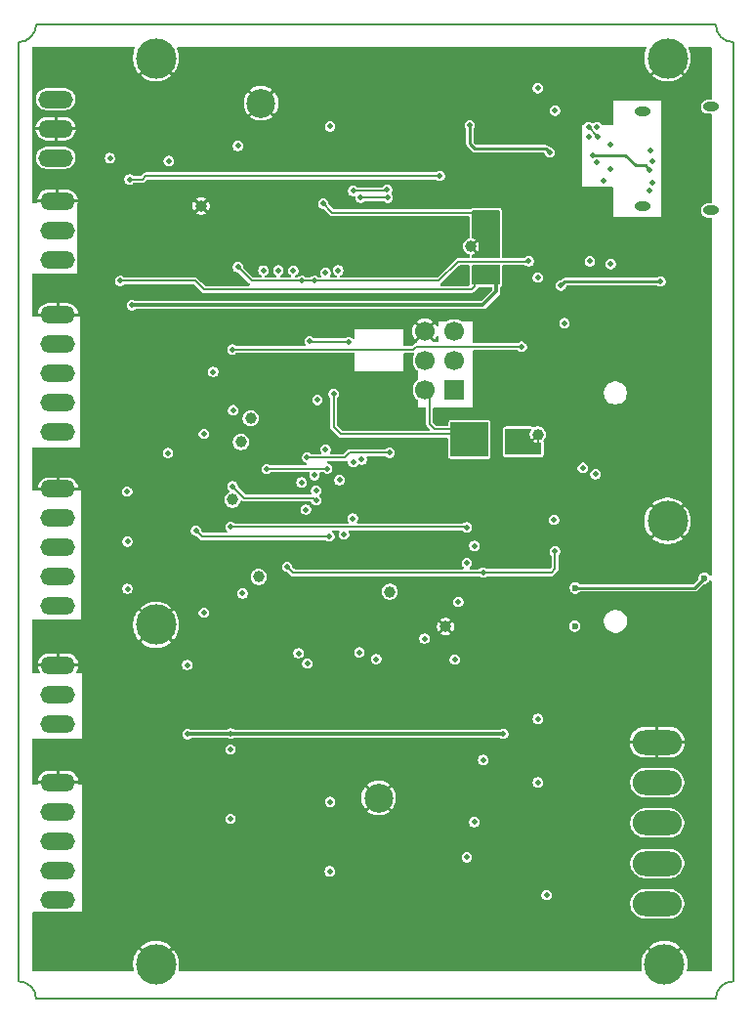
<source format=gbr>
%TF.GenerationSoftware,KiCad,Pcbnew,9.0.2*%
%TF.CreationDate,2025-07-10T16:00:18+01:00*%
%TF.ProjectId,FastStepper,46617374-5374-4657-9070-65722e6b6963,rev?*%
%TF.SameCoordinates,PX71f712cPY8e18f40*%
%TF.FileFunction,Copper,L3,Inr*%
%TF.FilePolarity,Positive*%
%FSLAX46Y46*%
G04 Gerber Fmt 4.6, Leading zero omitted, Abs format (unit mm)*
G04 Created by KiCad (PCBNEW 9.0.2) date 2025-07-10 16:00:18*
%MOMM*%
%LPD*%
G01*
G04 APERTURE LIST*
%TA.AperFunction,ComponentPad*%
%ADD10O,3.000000X1.500000*%
%TD*%
%TA.AperFunction,ComponentPad*%
%ADD11C,2.500000*%
%TD*%
%TA.AperFunction,ComponentPad*%
%ADD12R,1.700000X1.700000*%
%TD*%
%TA.AperFunction,ComponentPad*%
%ADD13C,1.700000*%
%TD*%
%TA.AperFunction,ComponentPad*%
%ADD14C,1.000000*%
%TD*%
%TA.AperFunction,ComponentPad*%
%ADD15C,3.500000*%
%TD*%
%TA.AperFunction,HeatsinkPad*%
%ADD16O,1.400000X0.800000*%
%TD*%
%TA.AperFunction,ComponentPad*%
%ADD17O,4.267200X2.133600*%
%TD*%
%TA.AperFunction,ViaPad*%
%ADD18C,0.500000*%
%TD*%
%TA.AperFunction,ViaPad*%
%ADD19C,0.600000*%
%TD*%
%TA.AperFunction,Conductor*%
%ADD20C,0.203200*%
%TD*%
%TA.AperFunction,Conductor*%
%ADD21C,0.304800*%
%TD*%
%TA.AperFunction,Conductor*%
%ADD22C,0.300000*%
%TD*%
%TA.AperFunction,Conductor*%
%ADD23C,0.220000*%
%TD*%
%TA.AperFunction,Conductor*%
%ADD24C,0.200000*%
%TD*%
%TA.AperFunction,Profile*%
%ADD25C,0.152400*%
%TD*%
%TA.AperFunction,Profile*%
%ADD26C,0.150000*%
%TD*%
G04 APERTURE END LIST*
D10*
%TO.N,unconnected-(X3-Pin_1-Pad1)*%
%TO.C,X3*%
X3200000Y77933400D03*
%TO.N,GND*%
X3200000Y75393400D03*
%TO.N,Net-(IC21-A)*%
X3200000Y72853400D03*
%TD*%
D11*
%TO.N,GND*%
%TO.C,J6*%
X31198900Y17400000D03*
%TD*%
D10*
%TO.N,GND*%
%TO.C,X4*%
X3356000Y69131400D03*
%TO.N,+5V*%
X3356000Y66591400D03*
%TO.N,/IO stage/HALL_EFFCT_IN*%
X3356000Y64051400D03*
%TD*%
D12*
%TO.N,/core stage/PDI_DATA*%
%TO.C,SV2*%
X37748900Y52750000D03*
D13*
%TO.N,+3.3V_u*%
X35208900Y52750000D03*
%TO.N,unconnected-(SV2-Pad3)*%
X37748900Y55290000D03*
%TO.N,unconnected-(SV2-Pad4)*%
X35208900Y55290000D03*
%TO.N,/core stage/PDI_CLK*%
X37748900Y57830000D03*
%TO.N,GND*%
X35208900Y57830000D03*
%TD*%
D14*
%TO.N,Net-(IC8-PA4{slash}ADC4)*%
%TO.C,TP4*%
X20098900Y50300000D03*
%TD*%
D11*
%TO.N,GND*%
%TO.C,J4*%
X20998900Y77600000D03*
%TD*%
D14*
%TO.N,GND*%
%TO.C,TP10*%
X15798900Y68700000D03*
%TD*%
%TO.N,GND*%
%TO.C,TP11*%
X36998900Y32250000D03*
%TD*%
%TO.N,+5V*%
%TO.C,TP13*%
X39198900Y65200000D03*
%TD*%
D15*
%TO.N,GND*%
%TO.C,SC1*%
X11898900Y81500000D03*
%TD*%
D16*
%TO.N,Net-(J1-SHIELD)*%
%TO.C,J1*%
X60033900Y68297500D03*
X54083900Y68657500D03*
X54083900Y76917500D03*
X60033900Y77277500D03*
%TD*%
D15*
%TO.N,GND*%
%TO.C,SC1*%
X55981414Y3000000D03*
%TD*%
D14*
%TO.N,Net-(IC8-PB2{slash}ADC10{slash}DAC0)*%
%TO.C,TP6*%
X18525000Y43243400D03*
%TD*%
D15*
%TO.N,GND*%
%TO.C,SC1*%
X56248900Y41400000D03*
%TD*%
D10*
%TO.N,GND*%
%TO.C,X10*%
X3400000Y28922400D03*
%TO.N,/IO stage/ENDSTOP*%
X3400000Y26382400D03*
%TO.N,/IO stage/BRAKE*%
X3400000Y23842400D03*
%TD*%
D15*
%TO.N,GND*%
%TO.C,SC1*%
X11898900Y32400000D03*
%TD*%
D10*
%TO.N,GND*%
%TO.C,X5*%
X3400000Y44165400D03*
%TO.N,/IO stage/STEP_ENABLE*%
X3400000Y41625400D03*
%TO.N,/IO stage/STEP_DIRECTION*%
X3400000Y39085400D03*
%TO.N,/IO stage/STEP_PULSE*%
X3400000Y36545400D03*
%TO.N,+5V*%
X3400000Y34005400D03*
%TD*%
%TO.N,GND*%
%TO.C,X9*%
X3400000Y18762400D03*
%TO.N,/IO stage/IN0*%
X3400000Y16222400D03*
%TO.N,/IO stage/IN1*%
X3400000Y13682400D03*
%TO.N,/IO stage/OUTPUT0*%
X3400000Y11142400D03*
%TO.N,/IO stage/OUTPUT1*%
X3400000Y8602400D03*
%TD*%
D15*
%TO.N,GND*%
%TO.C,SC1*%
X56248900Y81500000D03*
%TD*%
D14*
%TO.N,Net-(IC8-PA5{slash}ADC5)*%
%TO.C,TP5*%
X19248900Y48250000D03*
%TD*%
D15*
%TO.N,GND*%
%TO.C,SC1*%
X11898900Y3000000D03*
%TD*%
D17*
%TO.N,+5V*%
%TO.C,X1*%
X55348900Y8225000D03*
%TO.N,/IO stage/2Harp_H2_RX*%
X55348900Y11725000D03*
%TO.N,/IO stage/2Harp_H2_TX*%
X55348900Y15225000D03*
%TO.N,/IO stage/2Harp_ClockOut*%
X55348900Y18725000D03*
%TO.N,GND*%
X55348900Y22225000D03*
%TD*%
D14*
%TO.N,+3V3*%
%TO.C,TP1*%
X44998900Y48900000D03*
%TD*%
D10*
%TO.N,GND*%
%TO.C,X2*%
X3400000Y59273400D03*
%TO.N,/IO stage/INPUT0*%
X3400000Y56733400D03*
%TO.N,/IO stage/INPUT1*%
X3400000Y54193400D03*
%TO.N,unconnected-(X2-Pin_4-Pad4)*%
X3400000Y51653400D03*
%TO.N,+5V*%
X3400000Y49113400D03*
%TD*%
D14*
%TO.N,Net-(IC8-PC1{slash}OC0B{slash}XCK0{slash}SCL)*%
%TO.C,TP8*%
X20794200Y36563200D03*
%TD*%
%TO.N,Net-(IC8-OC0B{slash}XCK0{slash}PD1)*%
%TO.C,TP9*%
X32164000Y35273400D03*
%TD*%
D18*
%TO.N,GND*%
X10510000Y40673400D03*
X26631000Y34242400D03*
X10383000Y44864400D03*
X47998900Y61500000D03*
X30988000Y9745400D03*
X17498900Y57250000D03*
X17998900Y35750000D03*
X24892000Y39081400D03*
X26498900Y30250000D03*
X14000000Y66719400D03*
X35998900Y72100000D03*
X43498900Y61500000D03*
X57098900Y46400000D03*
X45998900Y12230677D03*
X21698900Y44100000D03*
X33298900Y67100000D03*
X26473200Y41840800D03*
X7398900Y14900000D03*
X26298900Y10400000D03*
X43998900Y7500000D03*
X12998900Y41500000D03*
X58144865Y64435266D03*
X14598900Y58200000D03*
X16798900Y62300000D03*
X11780000Y38641400D03*
X31506148Y33154591D03*
X42055733Y46532159D03*
X36630000Y46705400D03*
X31496000Y21937400D03*
X34550000Y49619400D03*
X43498900Y63250000D03*
X33064000Y33029400D03*
X5948900Y64900000D03*
X8400000Y48028400D03*
X26416000Y27779400D03*
X14998900Y10924000D03*
X29998900Y58500000D03*
X1824000Y61937400D03*
X33020000Y27779400D03*
X25778000Y35857400D03*
X39750000Y43549400D03*
X5850000Y55419400D03*
X7748900Y60250000D03*
X18498900Y34250000D03*
X14998900Y49900000D03*
X41298900Y28855000D03*
X52398900Y60000000D03*
X7366000Y21429400D03*
X17103971Y25404591D03*
X20498900Y42000000D03*
X44212670Y24109908D03*
X17907000Y53052400D03*
X33298900Y72300000D03*
X34998900Y77700000D03*
X9015000Y68008400D03*
X33000000Y39319400D03*
X15447144Y43876105D03*
X17653000Y48607400D03*
X41748900Y14250000D03*
X25904698Y26913048D03*
X44298900Y43600000D03*
X19498900Y62020159D03*
X25098900Y63000000D03*
X37698900Y4800000D03*
X25748900Y73330269D03*
X16600000Y64419400D03*
X18998900Y57000000D03*
X38143828Y62200000D03*
X37398900Y35900000D03*
X7498900Y32300000D03*
X39998900Y54250000D03*
X43498900Y66500000D03*
X8100000Y52919400D03*
X12984407Y45861112D03*
X40248900Y51500000D03*
X15459045Y52115945D03*
X10674022Y48890098D03*
X31940930Y26666668D03*
X25998900Y50500000D03*
X15978900Y20794000D03*
X59529006Y74800000D03*
X25615000Y32845400D03*
X59488900Y70140106D03*
X26162000Y19905400D03*
X46398900Y28200000D03*
X11248900Y75265946D03*
X16510000Y20207400D03*
X20574000Y13555400D03*
X30748900Y75580269D03*
X11498900Y61000000D03*
X35300000Y63192400D03*
X23171604Y73330269D03*
X16698900Y31700000D03*
X10748900Y54250000D03*
X56808900Y62100000D03*
X20498900Y28033400D03*
X45698900Y46300000D03*
X10098900Y36600000D03*
X7811000Y75919400D03*
X29928849Y53544688D03*
X32864000Y42561400D03*
X18589000Y46000400D03*
X20506144Y29913046D03*
X37719000Y25000000D03*
X6098900Y35200000D03*
X59498900Y58000000D03*
X13598900Y37500000D03*
X6350000Y9745400D03*
X17748900Y29000000D03*
X17777000Y37900400D03*
X57798900Y75800000D03*
X31298900Y81600000D03*
X44198900Y73100000D03*
X12415000Y42703400D03*
X10414000Y47250000D03*
X37262000Y40208400D03*
X8998900Y71700000D03*
X42032600Y60900283D03*
X5877000Y37950400D03*
X40098900Y61300000D03*
X2298900Y81700000D03*
X2662000Y47024400D03*
X29998900Y60800000D03*
X15367000Y46575400D03*
X30498900Y39250000D03*
X50898900Y76100000D03*
X3698900Y4600000D03*
X43998900Y17200000D03*
X15113000Y55084400D03*
X18015810Y39385267D03*
X5800000Y52819400D03*
X16022900Y15984000D03*
X54398900Y46010000D03*
X57285136Y59713764D03*
X6512000Y44554400D03*
X50898900Y70000000D03*
X25781000Y54449400D03*
X20198900Y54100000D03*
X29748900Y50500000D03*
X23298900Y69200000D03*
X27798900Y69500000D03*
X12619000Y52442400D03*
X31457712Y50391220D03*
X31698900Y53800000D03*
X21748900Y41628826D03*
X16248900Y14607000D03*
X33498900Y35800000D03*
X41748900Y19750000D03*
X36748900Y44500000D03*
X9906000Y25366400D03*
X5998900Y74250000D03*
X22603000Y36238400D03*
X24998900Y75580269D03*
X22498900Y73830269D03*
X23898900Y66500000D03*
X36830000Y21429400D03*
X58698900Y13800000D03*
X10800000Y68700000D03*
X19748900Y65500000D03*
X33748900Y30500000D03*
%TO.N,+3V3*%
X43498900Y47400000D03*
X24498900Y62200000D03*
X18998900Y73900000D03*
X26998900Y75580269D03*
X18584000Y50996400D03*
X45748900Y9000000D03*
X43598900Y56500000D03*
X43570580Y48964805D03*
X18363900Y21595000D03*
X14640206Y22919083D03*
X18356943Y15593466D03*
X14605000Y28922400D03*
X25598900Y62200000D03*
X18998900Y63400000D03*
X44998900Y24250000D03*
X18511000Y56265400D03*
X44998900Y18750000D03*
X44398900Y47500000D03*
X18382955Y22985514D03*
X44198900Y63900000D03*
X41998900Y22953400D03*
%TO.N,Net-(IC8-AVCC)*%
X28998900Y46487000D03*
%TO.N,U_HALL_EFFCT_IN*%
X26600000Y62900000D03*
X26600000Y47601100D03*
%TO.N,FTDI_CTS*%
X27805000Y44943900D03*
X27698900Y63116600D03*
%TO.N,+5V*%
X40733800Y68000000D03*
X25019000Y29049400D03*
X40741350Y65257550D03*
X9423000Y39615800D03*
X9397600Y43959200D03*
X30988000Y29430400D03*
X39898900Y62300000D03*
X41402000Y62196400D03*
X26398900Y68900000D03*
X9798900Y60100000D03*
X9423000Y35526400D03*
X37798900Y29400000D03*
X8788000Y62200000D03*
%TO.N,FTDI_RXD*%
X23798900Y63100000D03*
X32150000Y47311400D03*
X24998900Y46900000D03*
%TO.N,FTDI_RTS*%
X24498900Y44750000D03*
X22498900Y63116600D03*
%TO.N,FTDI_TXD*%
X26748900Y45941000D03*
X21198900Y63116600D03*
X21498900Y45900000D03*
%TO.N,U_PH_A*%
X16850000Y54323400D03*
X19390000Y35123400D03*
%TO.N,U_STEP_DIRECTION*%
X15358000Y40567200D03*
X26924000Y40049000D03*
%TO.N,U_STEP_ENABLE*%
X25773000Y43200000D03*
X18542000Y44416400D03*
%TO.N,HARP_H2_TX*%
X39493900Y15305000D03*
X39493900Y39250000D03*
%TO.N,U_PH_B*%
X16050000Y33442400D03*
X16050000Y48946400D03*
%TO.N,UC_OUTPUT0*%
X25767816Y44052669D03*
X29533600Y30006400D03*
%TO.N,/core stage/LED_STATE*%
X25222000Y56965400D03*
X29726000Y46705400D03*
X28600000Y56919400D03*
%TO.N,UC_INPUT1*%
X26950000Y11041400D03*
X28956000Y41622400D03*
%TO.N,UC_BRAKE*%
X24257000Y29938400D03*
X24892000Y42384400D03*
%TO.N,UC_OUTPUT1*%
X35179000Y31208400D03*
X25641500Y45361401D03*
%TO.N,/core stage/AREF*%
X25878000Y51895400D03*
%TO.N,EMERGENCY_INPUT*%
X12998900Y72600000D03*
X12948900Y47294409D03*
%TO.N,UC_INPUT0*%
X28194000Y40225400D03*
X26998900Y17050000D03*
%TO.N,HARP_H2_RX*%
X38837000Y37750000D03*
X38837000Y12250000D03*
%TO.N,+3.3V_u*%
X27300000Y52419400D03*
X9598900Y71000000D03*
X39698900Y49500000D03*
X38811200Y40858600D03*
X38492000Y48419400D03*
X39598900Y47300000D03*
X38100800Y34380200D03*
X36498900Y71300000D03*
X37795030Y47486263D03*
X38062000Y49345400D03*
X18372200Y40867000D03*
%TO.N,Net-(IC21-A)*%
X7898900Y72853400D03*
%TO.N,/Clock stage/CLCK_IN*%
X49498900Y63900000D03*
X48898900Y46000000D03*
%TO.N,VClk*%
X55640201Y62149454D03*
X46498900Y76955000D03*
X46998900Y61800000D03*
%TO.N,/Clock stage/~{CLCK_DET}*%
X49998900Y45450000D03*
X51321845Y63660869D03*
%TO.N,~{CLK_EN_USB}*%
X39098900Y75685000D03*
X46029400Y73330500D03*
X46398900Y41500000D03*
%TO.N,CLK_USB*%
X44998900Y62500000D03*
X44998900Y78900000D03*
%TO.N,/CC2*%
X54798900Y73460389D03*
%TO.N,/CC1*%
X51298900Y71900000D03*
%TO.N,/USB_P*%
X54900699Y72563520D03*
X50143512Y72462500D03*
%TO.N,/USB_N*%
X54698900Y71800000D03*
X49780750Y73070683D03*
%TO.N,/USB_POWER*%
X50698900Y70900000D03*
X51298900Y74000000D03*
D19*
%TO.N,GNDS*%
X59433666Y36450000D03*
X48248900Y35600000D03*
X48198900Y32300000D03*
D18*
%TO.N,CLK_2u*%
X46498900Y38750000D03*
X40248900Y20700000D03*
X23248900Y37443400D03*
X47298900Y58550000D03*
X40248900Y36929147D03*
%TO.N,/USB_CLCK_N*%
X50197328Y74706468D03*
X49398900Y75500000D03*
X54667779Y70011480D03*
%TO.N,/USB_CLCK_P*%
X54891618Y70674730D03*
X50137811Y75538908D03*
X49398900Y74700000D03*
%TO.N,/USB_2u_N*%
X28998900Y70000000D03*
X31923900Y70100000D03*
%TO.N,/USB_2u_P*%
X29648900Y69400000D03*
X31998900Y69400000D03*
%TD*%
D20*
%TO.N,+3V3*%
X44198900Y63900000D02*
X44181202Y63882302D01*
X38074700Y63875800D02*
X43774700Y63875800D01*
X34198900Y56269400D02*
X18515000Y56269400D01*
X25598900Y62200000D02*
X20198900Y62200000D01*
X44181202Y63882302D02*
X43781202Y63882302D01*
D21*
X18350841Y22953400D02*
X18382955Y22985514D01*
X14640206Y22919083D02*
X14674523Y22953400D01*
D20*
X43598900Y56500000D02*
X34429500Y56500000D01*
X20198900Y62200000D02*
X18998900Y63400000D01*
X43781202Y63882302D02*
X43774700Y63875800D01*
D21*
X18415069Y22953400D02*
X18382955Y22985514D01*
D20*
X25598900Y62200000D02*
X36398900Y62200000D01*
D21*
X41998900Y22953400D02*
X18415069Y22953400D01*
X14674523Y22953400D02*
X18350841Y22953400D01*
D20*
X44998900Y48900000D02*
X44998900Y47900000D01*
X34429500Y56500000D02*
X34198900Y56269400D01*
X36398900Y62200000D02*
X38074700Y63875800D01*
%TO.N,+5V*%
X39498900Y61700000D02*
X39267459Y61468559D01*
X27198900Y68100000D02*
X40633800Y68100000D01*
X16030341Y61468559D02*
X15298900Y62200000D01*
D22*
X41402000Y61303100D02*
X41402000Y62196400D01*
D20*
X39898900Y62300000D02*
X39598900Y62300000D01*
X26398900Y68900000D02*
X27198900Y68100000D01*
X39267459Y61468559D02*
X16030341Y61468559D01*
D22*
X40198900Y60100000D02*
X41402000Y61303100D01*
X9798900Y60100000D02*
X40198900Y60100000D01*
D20*
X39598900Y62300000D02*
X39498900Y62200000D01*
X15298900Y62200000D02*
X8788000Y62200000D01*
X39498900Y62200000D02*
X39498900Y61700000D01*
X40633800Y68100000D02*
X40733800Y68000000D01*
%TO.N,FTDI_RXD*%
X28687500Y47311400D02*
X32150000Y47311400D01*
X24998900Y46900000D02*
X28276100Y46900000D01*
X28276100Y46900000D02*
X28687500Y47311400D01*
%TO.N,FTDI_TXD*%
X21539900Y45941000D02*
X26748900Y45941000D01*
X21498900Y45900000D02*
X21539900Y45941000D01*
%TO.N,U_STEP_DIRECTION*%
X26913800Y40059200D02*
X15866000Y40059200D01*
X26924000Y40049000D02*
X26913800Y40059200D01*
X15358000Y40567200D02*
X15866000Y40059200D01*
%TO.N,U_STEP_ENABLE*%
X19558000Y43400400D02*
X18542000Y44416400D01*
X25773000Y43200000D02*
X25572600Y43400400D01*
X25572600Y43400400D02*
X19558000Y43400400D01*
%TO.N,/core stage/LED_STATE*%
X25268000Y56919400D02*
X25222000Y56965400D01*
X28600000Y56919400D02*
X25268000Y56919400D01*
%TO.N,+3.3V_u*%
X10698900Y71000000D02*
X9598900Y71000000D01*
X18397600Y40892400D02*
X18372200Y40867000D01*
X38811200Y40858600D02*
X38777400Y40892400D01*
X27300000Y52419400D02*
X27300000Y49519400D01*
X27900000Y48919400D02*
X27300000Y49519400D01*
X10998900Y71300000D02*
X10698900Y71000000D01*
X38492000Y48419400D02*
X37992000Y48919400D01*
X38777400Y40892400D02*
X18397600Y40892400D01*
X36498900Y71300000D02*
X10998900Y71300000D01*
X35617200Y49796200D02*
X35617200Y52478600D01*
X38062000Y49345400D02*
X36068000Y49345400D01*
X36068000Y49345400D02*
X35617200Y49796200D01*
X37992000Y48919400D02*
X27900000Y48919400D01*
D23*
%TO.N,VClk*%
X46998900Y61800000D02*
X47348354Y62149454D01*
X47348354Y62149454D02*
X55686500Y62149454D01*
%TO.N,~{CLK_EN_USB}*%
X46029400Y73330500D02*
X45698900Y73661000D01*
X45698900Y73661000D02*
X39537900Y73661000D01*
X39537900Y73661000D02*
X39098900Y74100000D01*
X39098900Y74100000D02*
X39098900Y75685000D01*
%TO.N,/USB_N*%
X49806702Y73096635D02*
X51095535Y73096635D01*
X53448900Y72200000D02*
X54298900Y72200000D01*
X49780750Y73070683D02*
X49806702Y73096635D01*
X52548900Y73100000D02*
X53448900Y72200000D01*
X54298900Y72200000D02*
X54698900Y71800000D01*
X51098900Y73100000D02*
X52548900Y73100000D01*
X51095535Y73096635D02*
X51098900Y73100000D01*
%TO.N,GNDS*%
X59433666Y36450000D02*
X58583666Y35600000D01*
X58583666Y35600000D02*
X48248900Y35600000D01*
D20*
%TO.N,CLK_2u*%
X40248900Y36929147D02*
X46178047Y36929147D01*
X39908300Y36909400D02*
X39928047Y36929147D01*
X39928047Y36929147D02*
X40248900Y36929147D01*
X46498900Y37250000D02*
X46498900Y38750000D01*
X23782900Y36909400D02*
X39908300Y36909400D01*
X23248900Y37443400D02*
X23782900Y36909400D01*
X46178047Y36929147D02*
X46498900Y37250000D01*
D24*
%TO.N,/USB_CLCK_N*%
X50090205Y74813591D02*
X50085309Y74813591D01*
X50085309Y74813591D02*
X49398900Y75500000D01*
X50197328Y74706468D02*
X50090205Y74813591D01*
%TO.N,/USB_2u_N*%
X31836401Y70012501D02*
X28985916Y70012501D01*
X31923900Y70100000D02*
X31836401Y70012501D01*
%TO.N,/USB_2u_P*%
X31998900Y69400000D02*
X29648900Y69400000D01*
%TD*%
%TA.AperFunction,Conductor*%
%TO.N,+3.3V_u*%
G36*
X40696309Y49921709D02*
G01*
X40707000Y49895900D01*
X40707000Y47020900D01*
X40696309Y46995091D01*
X40670500Y46984400D01*
X37461500Y46984400D01*
X37435691Y46995091D01*
X37425000Y47020900D01*
X37425000Y49895900D01*
X37435691Y49921709D01*
X37461500Y49932400D01*
X40670500Y49932400D01*
X40696309Y49921709D01*
G37*
%TD.AperFunction*%
%TD*%
%TA.AperFunction,Conductor*%
%TO.N,GND*%
G36*
X36074044Y57143896D02*
G01*
X36152437Y57251792D01*
X36217680Y57379838D01*
X36265315Y57427473D01*
X36331851Y57438011D01*
X36391874Y57407428D01*
X36422458Y57347405D01*
X36423800Y57330353D01*
X36423800Y57004600D01*
X36402983Y56940531D01*
X36348483Y56900935D01*
X36314800Y56895600D01*
X36007469Y56895600D01*
X35943400Y56916417D01*
X35932555Y56931344D01*
X35930536Y56929324D01*
X35461418Y57398442D01*
X35515907Y57429901D01*
X35608999Y57522993D01*
X35640458Y57577482D01*
X36074044Y57143896D01*
G37*
%TD.AperFunction*%
%TA.AperFunction,Conductor*%
G36*
X39048469Y63552883D02*
G01*
X39088065Y63498383D01*
X39093400Y63464700D01*
X39093400Y61909300D01*
X39095522Y61898633D01*
X39095877Y61896340D01*
X39090846Y61865270D01*
X39087149Y61834027D01*
X39085498Y61832242D01*
X39085110Y61829841D01*
X39062779Y61807664D01*
X39041422Y61784558D01*
X39038835Y61783884D01*
X39037312Y61782370D01*
X39026797Y61780742D01*
X38988161Y61770659D01*
X36659942Y61770659D01*
X36595873Y61791476D01*
X36556277Y61845976D01*
X36556277Y61913342D01*
X36582867Y61956734D01*
X36584391Y61958259D01*
X36584394Y61958260D01*
X38167909Y63541775D01*
X38227933Y63572358D01*
X38244984Y63573700D01*
X38984400Y63573700D01*
X39048469Y63552883D01*
G37*
%TD.AperFunction*%
%TA.AperFunction,Conductor*%
G36*
X10047168Y82482473D02*
G01*
X10086764Y82427973D01*
X10086764Y82360607D01*
X10083802Y82352578D01*
X9997942Y82145295D01*
X9997939Y82145286D01*
X9929976Y81891643D01*
X9929973Y81891627D01*
X9895700Y81631300D01*
X9895700Y81368701D01*
X9929973Y81108374D01*
X9929976Y81108358D01*
X9997939Y80854715D01*
X9997942Y80854706D01*
X10098430Y80612106D01*
X10098432Y80612103D01*
X10229728Y80384691D01*
X10389581Y80176367D01*
X10392903Y80173045D01*
X11070884Y80851027D01*
X11084073Y80831289D01*
X11230189Y80685173D01*
X11249924Y80671987D01*
X10571943Y79994005D01*
X10575266Y79990682D01*
X10783590Y79830829D01*
X11011002Y79699533D01*
X11011005Y79699531D01*
X11253605Y79599043D01*
X11253614Y79599040D01*
X11507257Y79531077D01*
X11507273Y79531074D01*
X11767600Y79496800D01*
X12030200Y79496800D01*
X12290526Y79531074D01*
X12290542Y79531077D01*
X12544185Y79599040D01*
X12544194Y79599043D01*
X12786794Y79699531D01*
X12786797Y79699533D01*
X13014209Y79830829D01*
X13222530Y79990679D01*
X13225856Y79994005D01*
X12547874Y80671986D01*
X12567611Y80685173D01*
X12713727Y80831289D01*
X12726914Y80851026D01*
X13404895Y80173044D01*
X13408221Y80176370D01*
X13568071Y80384691D01*
X13699367Y80612103D01*
X13699369Y80612106D01*
X13799857Y80854706D01*
X13799860Y80854715D01*
X13867823Y81108358D01*
X13867826Y81108374D01*
X13902100Y81368701D01*
X13902100Y81631300D01*
X13867826Y81891627D01*
X13867823Y81891643D01*
X13799860Y82145286D01*
X13799857Y82145295D01*
X13713998Y82352578D01*
X13708713Y82419736D01*
X13743911Y82477174D01*
X13806149Y82502954D01*
X13814701Y82503290D01*
X54333099Y82503290D01*
X54397168Y82482473D01*
X54436764Y82427973D01*
X54436764Y82360607D01*
X54433802Y82352578D01*
X54347942Y82145295D01*
X54347939Y82145286D01*
X54279976Y81891643D01*
X54279973Y81891627D01*
X54245700Y81631300D01*
X54245700Y81368701D01*
X54279973Y81108374D01*
X54279976Y81108358D01*
X54347939Y80854715D01*
X54347942Y80854706D01*
X54448430Y80612106D01*
X54448432Y80612103D01*
X54579728Y80384691D01*
X54739581Y80176367D01*
X54742903Y80173045D01*
X55420884Y80851027D01*
X55434073Y80831289D01*
X55580189Y80685173D01*
X55599924Y80671987D01*
X54921943Y79994005D01*
X54925266Y79990682D01*
X55133590Y79830829D01*
X55361002Y79699533D01*
X55361005Y79699531D01*
X55603605Y79599043D01*
X55603614Y79599040D01*
X55857257Y79531077D01*
X55857273Y79531074D01*
X56117600Y79496800D01*
X56380200Y79496800D01*
X56640526Y79531074D01*
X56640542Y79531077D01*
X56894185Y79599040D01*
X56894194Y79599043D01*
X57136794Y79699531D01*
X57136797Y79699533D01*
X57364209Y79830829D01*
X57572530Y79990679D01*
X57575856Y79994005D01*
X56897874Y80671986D01*
X56917611Y80685173D01*
X57063727Y80831289D01*
X57076914Y80851026D01*
X57754895Y80173044D01*
X57758221Y80176370D01*
X57918071Y80384691D01*
X58049367Y80612103D01*
X58049369Y80612106D01*
X58149857Y80854706D01*
X58149860Y80854715D01*
X58217823Y81108358D01*
X58217826Y81108374D01*
X58252100Y81368701D01*
X58252100Y81631300D01*
X58217826Y81891627D01*
X58217823Y81891643D01*
X58149860Y82145286D01*
X58149857Y82145295D01*
X58063998Y82352578D01*
X58058713Y82419736D01*
X58093911Y82477174D01*
X58156149Y82502954D01*
X58164701Y82503290D01*
X59968600Y82503290D01*
X60032669Y82482473D01*
X60072265Y82427973D01*
X60077600Y82394290D01*
X60077600Y77987000D01*
X60056783Y77922931D01*
X60002283Y77883335D01*
X59968600Y77878000D01*
X59654843Y77878000D01*
X59502116Y77837078D01*
X59365186Y77758022D01*
X59253378Y77646214D01*
X59174322Y77509284D01*
X59146918Y77407007D01*
X59133400Y77356557D01*
X59133400Y77198443D01*
X59134297Y77195095D01*
X59174322Y77045717D01*
X59253378Y76908787D01*
X59253380Y76908784D01*
X59365184Y76796980D01*
X59365186Y76796979D01*
X59502116Y76717923D01*
X59654843Y76677000D01*
X59968600Y76677000D01*
X60032669Y76656183D01*
X60072265Y76601683D01*
X60077600Y76568000D01*
X60077600Y69007000D01*
X60056783Y68942931D01*
X60002283Y68903335D01*
X59968600Y68898000D01*
X59654843Y68898000D01*
X59502116Y68857078D01*
X59365186Y68778022D01*
X59253378Y68666214D01*
X59174322Y68529284D01*
X59133400Y68376557D01*
X59133400Y68218444D01*
X59174322Y68065717D01*
X59253378Y67928787D01*
X59253380Y67928784D01*
X59365184Y67816980D01*
X59365186Y67816979D01*
X59502116Y67737923D01*
X59654843Y67697000D01*
X59968600Y67697000D01*
X60032669Y67676183D01*
X60072265Y67621683D01*
X60077600Y67588000D01*
X60077600Y36742469D01*
X60056783Y36678400D01*
X60002283Y36638804D01*
X59934917Y36638804D01*
X59880417Y36678400D01*
X59874204Y36687968D01*
X59834168Y36757311D01*
X59834167Y36757312D01*
X59834166Y36757314D01*
X59740980Y36850500D01*
X59740977Y36850502D01*
X59626851Y36916393D01*
X59499558Y36950500D01*
X59367774Y36950500D01*
X59240480Y36916393D01*
X59126354Y36850502D01*
X59033164Y36757312D01*
X58967273Y36643186D01*
X58933166Y36515892D01*
X58933166Y36433764D01*
X58912349Y36369695D01*
X58901241Y36356689D01*
X58486977Y35942425D01*
X58426953Y35911842D01*
X58409902Y35910500D01*
X48691364Y35910500D01*
X48627295Y35931317D01*
X48614290Y35942425D01*
X48556214Y36000501D01*
X48442085Y36066393D01*
X48314792Y36100500D01*
X48183008Y36100500D01*
X48055714Y36066393D01*
X47941588Y36000502D01*
X47848398Y35907312D01*
X47782507Y35793186D01*
X47748400Y35665892D01*
X47748400Y35534109D01*
X47782507Y35406815D01*
X47845744Y35297286D01*
X47848400Y35292686D01*
X47941586Y35199500D01*
X48055714Y35133608D01*
X48183008Y35099500D01*
X48314792Y35099500D01*
X48442086Y35133608D01*
X48556214Y35199500D01*
X48561125Y35204411D01*
X48614290Y35257575D01*
X48674313Y35288158D01*
X48691364Y35289500D01*
X58624543Y35289500D01*
X58624545Y35289500D01*
X58703515Y35310660D01*
X58774318Y35351538D01*
X59340354Y35917576D01*
X59400378Y35948158D01*
X59417429Y35949500D01*
X59499558Y35949500D01*
X59626852Y35983608D01*
X59740980Y36049500D01*
X59834166Y36142686D01*
X59874203Y36212033D01*
X59924266Y36257108D01*
X59991262Y36264150D01*
X60049603Y36230467D01*
X60077003Y36168926D01*
X60077600Y36157532D01*
X60077600Y2484800D01*
X60056783Y2420731D01*
X60002283Y2381135D01*
X59968600Y2375800D01*
X58030076Y2375800D01*
X57966007Y2396617D01*
X57926411Y2451117D01*
X57924790Y2513011D01*
X57950337Y2608358D01*
X57950340Y2608374D01*
X57984614Y2868701D01*
X57984614Y3131300D01*
X57950340Y3391627D01*
X57950337Y3391643D01*
X57882374Y3645286D01*
X57882371Y3645295D01*
X57781883Y3887895D01*
X57781881Y3887898D01*
X57650585Y4115310D01*
X57490732Y4323634D01*
X57487409Y4326957D01*
X56809427Y3648976D01*
X56796241Y3668711D01*
X56650125Y3814827D01*
X56630387Y3828016D01*
X57308369Y4505997D01*
X57305047Y4509319D01*
X57096723Y4669172D01*
X56869311Y4800468D01*
X56869308Y4800470D01*
X56626708Y4900958D01*
X56626699Y4900961D01*
X56373056Y4968924D01*
X56373040Y4968927D01*
X56112714Y5003200D01*
X55850114Y5003200D01*
X55589787Y4968927D01*
X55589771Y4968924D01*
X55336128Y4900961D01*
X55336119Y4900958D01*
X55093519Y4800470D01*
X55093516Y4800468D01*
X54866104Y4669172D01*
X54657784Y4509322D01*
X54654457Y4505997D01*
X55332439Y3828015D01*
X55312703Y3814827D01*
X55166587Y3668711D01*
X55153399Y3648975D01*
X54475417Y4326957D01*
X54472092Y4323630D01*
X54312242Y4115310D01*
X54180946Y3887898D01*
X54180944Y3887895D01*
X54080456Y3645295D01*
X54080453Y3645286D01*
X54012490Y3391643D01*
X54012487Y3391627D01*
X53978214Y3131300D01*
X53978214Y2868701D01*
X54012487Y2608374D01*
X54012490Y2608358D01*
X54038038Y2513011D01*
X54034512Y2445738D01*
X53992117Y2393385D01*
X53932752Y2375800D01*
X13947562Y2375800D01*
X13883493Y2396617D01*
X13843897Y2451117D01*
X13842276Y2513011D01*
X13867823Y2608358D01*
X13867826Y2608374D01*
X13902100Y2868701D01*
X13902100Y3131300D01*
X13867826Y3391627D01*
X13867823Y3391643D01*
X13799860Y3645286D01*
X13799857Y3645295D01*
X13699369Y3887895D01*
X13699367Y3887898D01*
X13568071Y4115310D01*
X13408218Y4323634D01*
X13404895Y4326957D01*
X12726913Y3648976D01*
X12713727Y3668711D01*
X12567611Y3814827D01*
X12547873Y3828016D01*
X13225855Y4505997D01*
X13222533Y4509319D01*
X13014209Y4669172D01*
X12786797Y4800468D01*
X12786794Y4800470D01*
X12544194Y4900958D01*
X12544185Y4900961D01*
X12290542Y4968924D01*
X12290526Y4968927D01*
X12030200Y5003200D01*
X11767600Y5003200D01*
X11507273Y4968927D01*
X11507257Y4968924D01*
X11253614Y4900961D01*
X11253605Y4900958D01*
X11011005Y4800470D01*
X11011002Y4800468D01*
X10783590Y4669172D01*
X10575270Y4509322D01*
X10571943Y4505997D01*
X11249925Y3828015D01*
X11230189Y3814827D01*
X11084073Y3668711D01*
X11070885Y3648975D01*
X10392903Y4326957D01*
X10389578Y4323630D01*
X10229728Y4115310D01*
X10098432Y3887898D01*
X10098430Y3887895D01*
X9997942Y3645295D01*
X9997939Y3645286D01*
X9929976Y3391643D01*
X9929973Y3391627D01*
X9895700Y3131300D01*
X9895700Y2868701D01*
X9929973Y2608374D01*
X9929976Y2608358D01*
X9955524Y2513011D01*
X9951998Y2445738D01*
X9909603Y2393385D01*
X9850238Y2375800D01*
X1273400Y2375800D01*
X1209331Y2396617D01*
X1169735Y2451117D01*
X1164400Y2484800D01*
X1164400Y7432000D01*
X1185217Y7496069D01*
X1239717Y7535665D01*
X1273400Y7541000D01*
X5486399Y7541000D01*
X5486400Y7541000D01*
X5486400Y8324741D01*
X53014800Y8324741D01*
X53014800Y8125260D01*
X53046005Y7928237D01*
X53107645Y7738531D01*
X53107647Y7738526D01*
X53198208Y7560790D01*
X53315457Y7399409D01*
X53456509Y7258357D01*
X53617890Y7141108D01*
X53795626Y7050547D01*
X53890483Y7019726D01*
X53985336Y6988906D01*
X53985338Y6988906D01*
X53985340Y6988905D01*
X54182361Y6957700D01*
X54182362Y6957700D01*
X56515438Y6957700D01*
X56515439Y6957700D01*
X56712460Y6988905D01*
X56902174Y7050547D01*
X57079910Y7141108D01*
X57241291Y7258357D01*
X57382343Y7399409D01*
X57499592Y7560790D01*
X57590153Y7738526D01*
X57651795Y7928240D01*
X57683000Y8125261D01*
X57683000Y8324739D01*
X57651795Y8521760D01*
X57642781Y8549501D01*
X57590154Y8711470D01*
X57590153Y8711474D01*
X57499592Y8889210D01*
X57462191Y8940688D01*
X57382348Y9050584D01*
X57382345Y9050588D01*
X57382343Y9050591D01*
X57241291Y9191643D01*
X57241283Y9191649D01*
X57079912Y9308891D01*
X57079906Y9308894D01*
X56978643Y9360490D01*
X56902174Y9399453D01*
X56902171Y9399454D01*
X56902169Y9399455D01*
X56712463Y9461095D01*
X56712464Y9461095D01*
X56515440Y9492300D01*
X56515439Y9492300D01*
X54182361Y9492300D01*
X54182359Y9492300D01*
X53985336Y9461095D01*
X53795630Y9399455D01*
X53617893Y9308894D01*
X53617887Y9308891D01*
X53456516Y9191649D01*
X53456512Y9191646D01*
X53315454Y9050588D01*
X53315451Y9050584D01*
X53198209Y8889213D01*
X53198206Y8889207D01*
X53107645Y8711470D01*
X53046005Y8521764D01*
X53014800Y8324741D01*
X5486400Y8324741D01*
X5486400Y9059313D01*
X45298400Y9059313D01*
X45298400Y8940688D01*
X45329101Y8826114D01*
X45329100Y8826114D01*
X45380463Y8737153D01*
X45388411Y8723387D01*
X45472287Y8639511D01*
X45575014Y8580201D01*
X45689591Y8549500D01*
X45689593Y8549500D01*
X45808207Y8549500D01*
X45808209Y8549500D01*
X45922786Y8580201D01*
X46025513Y8639511D01*
X46109389Y8723387D01*
X46168699Y8826114D01*
X46199400Y8940691D01*
X46199400Y9059309D01*
X46168699Y9173886D01*
X46168698Y9173887D01*
X46168699Y9173887D01*
X46139044Y9225250D01*
X46109389Y9276613D01*
X46025513Y9360489D01*
X45922786Y9419799D01*
X45808212Y9450500D01*
X45808209Y9450500D01*
X45689591Y9450500D01*
X45689587Y9450500D01*
X45575013Y9419799D01*
X45472288Y9360490D01*
X45388410Y9276612D01*
X45329101Y9173887D01*
X45298400Y9059313D01*
X5486400Y9059313D01*
X5486400Y11100713D01*
X26499500Y11100713D01*
X26499500Y10982088D01*
X26530201Y10867514D01*
X26530200Y10867514D01*
X26581563Y10778553D01*
X26589511Y10764787D01*
X26673387Y10680911D01*
X26776114Y10621601D01*
X26890691Y10590900D01*
X26890693Y10590900D01*
X27009307Y10590900D01*
X27009309Y10590900D01*
X27123886Y10621601D01*
X27226613Y10680911D01*
X27310489Y10764787D01*
X27369799Y10867514D01*
X27400500Y10982091D01*
X27400500Y11100709D01*
X27369799Y11215286D01*
X27369798Y11215287D01*
X27369799Y11215287D01*
X27340144Y11266650D01*
X27310489Y11318013D01*
X27226613Y11401889D01*
X27123886Y11461199D01*
X27009312Y11491900D01*
X27009309Y11491900D01*
X26890691Y11491900D01*
X26890687Y11491900D01*
X26776113Y11461199D01*
X26673388Y11401890D01*
X26589510Y11318012D01*
X26530201Y11215287D01*
X26499500Y11100713D01*
X5486400Y11100713D01*
X5486400Y12309313D01*
X38386500Y12309313D01*
X38386500Y12190688D01*
X38417201Y12076114D01*
X38417200Y12076114D01*
X38468563Y11987153D01*
X38476511Y11973387D01*
X38560387Y11889511D01*
X38663114Y11830201D01*
X38777691Y11799500D01*
X38777693Y11799500D01*
X38896307Y11799500D01*
X38896309Y11799500D01*
X38990509Y11824741D01*
X53014800Y11824741D01*
X53014800Y11625260D01*
X53046005Y11428237D01*
X53081820Y11318012D01*
X53107647Y11238526D01*
X53177866Y11100713D01*
X53198206Y11060794D01*
X53198209Y11060788D01*
X53315451Y10899417D01*
X53315457Y10899409D01*
X53456509Y10758357D01*
X53617890Y10641108D01*
X53795626Y10550547D01*
X53890483Y10519726D01*
X53985336Y10488906D01*
X53985338Y10488906D01*
X53985340Y10488905D01*
X54182361Y10457700D01*
X54182362Y10457700D01*
X56515438Y10457700D01*
X56515439Y10457700D01*
X56712460Y10488905D01*
X56902174Y10550547D01*
X57079910Y10641108D01*
X57241291Y10758357D01*
X57382343Y10899409D01*
X57499592Y11060790D01*
X57590153Y11238526D01*
X57651795Y11428240D01*
X57683000Y11625261D01*
X57683000Y11824739D01*
X57651795Y12021760D01*
X57590153Y12211474D01*
X57499592Y12389210D01*
X57382343Y12550591D01*
X57241291Y12691643D01*
X57241283Y12691649D01*
X57079912Y12808891D01*
X57079906Y12808894D01*
X56902174Y12899453D01*
X56902171Y12899454D01*
X56902169Y12899455D01*
X56712463Y12961095D01*
X56712464Y12961095D01*
X56515440Y12992300D01*
X56515439Y12992300D01*
X54182361Y12992300D01*
X54182359Y12992300D01*
X53985336Y12961095D01*
X53795630Y12899455D01*
X53617893Y12808894D01*
X53617887Y12808891D01*
X53456516Y12691649D01*
X53456512Y12691646D01*
X53315454Y12550588D01*
X53315451Y12550584D01*
X53198209Y12389213D01*
X53198206Y12389207D01*
X53107645Y12211470D01*
X53046005Y12021764D01*
X53014800Y11824741D01*
X38990509Y11824741D01*
X39010886Y11830201D01*
X39113613Y11889511D01*
X39197489Y11973387D01*
X39256799Y12076114D01*
X39287500Y12190691D01*
X39287500Y12309309D01*
X39256799Y12423886D01*
X39256798Y12423887D01*
X39256799Y12423887D01*
X39227144Y12475250D01*
X39197489Y12526613D01*
X39113613Y12610489D01*
X39010886Y12669799D01*
X38896312Y12700500D01*
X38896309Y12700500D01*
X38777691Y12700500D01*
X38777687Y12700500D01*
X38663113Y12669799D01*
X38560388Y12610490D01*
X38476510Y12526612D01*
X38417201Y12423887D01*
X38386500Y12309313D01*
X5486400Y12309313D01*
X5486400Y15652779D01*
X17906443Y15652779D01*
X17906443Y15534154D01*
X17937144Y15419580D01*
X17937143Y15419580D01*
X17969055Y15364309D01*
X17996454Y15316853D01*
X18080330Y15232977D01*
X18183057Y15173667D01*
X18297634Y15142966D01*
X18297636Y15142966D01*
X18416250Y15142966D01*
X18416252Y15142966D01*
X18530829Y15173667D01*
X18633556Y15232977D01*
X18717432Y15316853D01*
X18744833Y15364313D01*
X39043400Y15364313D01*
X39043400Y15245688D01*
X39074101Y15131114D01*
X39074100Y15131114D01*
X39125463Y15042153D01*
X39133411Y15028387D01*
X39217287Y14944511D01*
X39320014Y14885201D01*
X39434591Y14854500D01*
X39434593Y14854500D01*
X39553207Y14854500D01*
X39553209Y14854500D01*
X39667786Y14885201D01*
X39770513Y14944511D01*
X39854389Y15028387D01*
X39913699Y15131114D01*
X39944400Y15245691D01*
X39944400Y15324741D01*
X53014800Y15324741D01*
X53014800Y15125260D01*
X53046005Y14928237D01*
X53107645Y14738531D01*
X53107647Y14738526D01*
X53198208Y14560790D01*
X53315457Y14399409D01*
X53456509Y14258357D01*
X53617890Y14141108D01*
X53795626Y14050547D01*
X53890483Y14019726D01*
X53985336Y13988906D01*
X53985338Y13988906D01*
X53985340Y13988905D01*
X54182361Y13957700D01*
X54182362Y13957700D01*
X56515438Y13957700D01*
X56515439Y13957700D01*
X56712460Y13988905D01*
X56902174Y14050547D01*
X57079910Y14141108D01*
X57241291Y14258357D01*
X57382343Y14399409D01*
X57499592Y14560790D01*
X57590153Y14738526D01*
X57651795Y14928240D01*
X57683000Y15125261D01*
X57683000Y15324739D01*
X57651795Y15521760D01*
X57590153Y15711474D01*
X57499592Y15889210D01*
X57452552Y15953955D01*
X57382348Y16050584D01*
X57382345Y16050588D01*
X57382343Y16050591D01*
X57241291Y16191643D01*
X57241283Y16191649D01*
X57079912Y16308891D01*
X57079906Y16308894D01*
X56902174Y16399453D01*
X56902171Y16399454D01*
X56902169Y16399455D01*
X56712463Y16461095D01*
X56712464Y16461095D01*
X56515440Y16492300D01*
X56515439Y16492300D01*
X54182361Y16492300D01*
X54182359Y16492300D01*
X53985336Y16461095D01*
X53795630Y16399455D01*
X53617893Y16308894D01*
X53617887Y16308891D01*
X53456516Y16191649D01*
X53456512Y16191646D01*
X53315454Y16050588D01*
X53315451Y16050584D01*
X53198209Y15889213D01*
X53198206Y15889207D01*
X53107645Y15711470D01*
X53046005Y15521764D01*
X53014800Y15324741D01*
X39944400Y15324741D01*
X39944400Y15364309D01*
X39913699Y15478886D01*
X39913698Y15478887D01*
X39913699Y15478887D01*
X39881786Y15534160D01*
X39854389Y15581613D01*
X39770513Y15665489D01*
X39667786Y15724799D01*
X39553212Y15755500D01*
X39553209Y15755500D01*
X39434591Y15755500D01*
X39434587Y15755500D01*
X39320013Y15724799D01*
X39217288Y15665490D01*
X39133410Y15581612D01*
X39074101Y15478887D01*
X39043400Y15364313D01*
X18744833Y15364313D01*
X18776742Y15419580D01*
X18807443Y15534157D01*
X18807443Y15652775D01*
X18776742Y15767352D01*
X18776741Y15767353D01*
X18776742Y15767353D01*
X18747087Y15818716D01*
X18717432Y15870079D01*
X18633556Y15953955D01*
X18530829Y16013265D01*
X18416255Y16043966D01*
X18416252Y16043966D01*
X18297634Y16043966D01*
X18297630Y16043966D01*
X18183056Y16013265D01*
X18080331Y15953956D01*
X17996453Y15870078D01*
X17937144Y15767353D01*
X17906443Y15652779D01*
X5486400Y15652779D01*
X5486400Y17109313D01*
X26548400Y17109313D01*
X26548400Y16990688D01*
X26579101Y16876114D01*
X26579100Y16876114D01*
X26609780Y16822977D01*
X26638411Y16773387D01*
X26722287Y16689511D01*
X26825014Y16630201D01*
X26939591Y16599500D01*
X26939593Y16599500D01*
X27058207Y16599500D01*
X27058209Y16599500D01*
X27172786Y16630201D01*
X27275513Y16689511D01*
X27359389Y16773387D01*
X27418699Y16876114D01*
X27449400Y16990691D01*
X27449400Y17109309D01*
X27418699Y17223886D01*
X27418698Y17223887D01*
X27418699Y17223887D01*
X27385322Y17281696D01*
X27359389Y17326613D01*
X27275513Y17410489D01*
X27228330Y17437731D01*
X27172786Y17469800D01*
X27058212Y17500500D01*
X27058209Y17500500D01*
X26939591Y17500500D01*
X26939587Y17500500D01*
X26825013Y17469799D01*
X26722288Y17410490D01*
X26638410Y17326612D01*
X26579101Y17223887D01*
X26548400Y17109313D01*
X5486400Y17109313D01*
X5486400Y17518305D01*
X29695700Y17518305D01*
X29695700Y17281696D01*
X29732714Y17047996D01*
X29805828Y16822977D01*
X29913249Y16612152D01*
X30047386Y16427528D01*
X30767341Y17147484D01*
X30798801Y17092993D01*
X30891893Y16999901D01*
X30946381Y16968443D01*
X30226426Y16248487D01*
X30411051Y16114350D01*
X30621876Y16006929D01*
X30846895Y15933815D01*
X31080596Y15896800D01*
X31317204Y15896800D01*
X31550904Y15933815D01*
X31775923Y16006929D01*
X31986748Y16114350D01*
X32171372Y16248487D01*
X31451417Y16968442D01*
X31505907Y16999901D01*
X31598999Y17092993D01*
X31630458Y17147483D01*
X32350413Y16427528D01*
X32484550Y16612152D01*
X32591971Y16822977D01*
X32665085Y17047996D01*
X32702100Y17281696D01*
X32702100Y17518305D01*
X32665085Y17752005D01*
X32591971Y17977024D01*
X32484550Y18187849D01*
X32350412Y18372474D01*
X31630457Y17652519D01*
X31598999Y17707007D01*
X31505907Y17800099D01*
X31451416Y17831559D01*
X32171372Y18551514D01*
X31986748Y18685651D01*
X31920644Y18719333D01*
X31775923Y18793072D01*
X31725939Y18809313D01*
X44548400Y18809313D01*
X44548400Y18690688D01*
X44579101Y18576114D01*
X44579100Y18576114D01*
X44630463Y18487153D01*
X44638411Y18473387D01*
X44722287Y18389511D01*
X44825014Y18330201D01*
X44939591Y18299500D01*
X44939593Y18299500D01*
X45058207Y18299500D01*
X45058209Y18299500D01*
X45172786Y18330201D01*
X45275513Y18389511D01*
X45359389Y18473387D01*
X45418699Y18576114D01*
X45449400Y18690691D01*
X45449400Y18809309D01*
X45445265Y18824741D01*
X53014800Y18824741D01*
X53014800Y18625260D01*
X53046005Y18428237D01*
X53107645Y18238531D01*
X53107647Y18238526D01*
X53198206Y18060794D01*
X53198209Y18060788D01*
X53315451Y17899417D01*
X53315457Y17899409D01*
X53456509Y17758357D01*
X53617890Y17641108D01*
X53795626Y17550547D01*
X53890483Y17519726D01*
X53985336Y17488906D01*
X53985338Y17488906D01*
X53985340Y17488905D01*
X54182361Y17457700D01*
X54182362Y17457700D01*
X56515438Y17457700D01*
X56515439Y17457700D01*
X56712460Y17488905D01*
X56902174Y17550547D01*
X57079910Y17641108D01*
X57241291Y17758357D01*
X57382343Y17899409D01*
X57499592Y18060790D01*
X57590153Y18238526D01*
X57651795Y18428240D01*
X57683000Y18625261D01*
X57683000Y18824739D01*
X57651795Y19021760D01*
X57650218Y19026612D01*
X57603694Y19169799D01*
X57590153Y19211474D01*
X57499592Y19389210D01*
X57382343Y19550591D01*
X57241291Y19691643D01*
X57192560Y19727048D01*
X57079912Y19808891D01*
X57079906Y19808894D01*
X56902174Y19899453D01*
X56902171Y19899454D01*
X56902169Y19899455D01*
X56712463Y19961095D01*
X56712464Y19961095D01*
X56515440Y19992300D01*
X56515439Y19992300D01*
X54182361Y19992300D01*
X54182359Y19992300D01*
X53985336Y19961095D01*
X53795630Y19899455D01*
X53617893Y19808894D01*
X53617887Y19808891D01*
X53456516Y19691649D01*
X53456512Y19691646D01*
X53315454Y19550588D01*
X53315451Y19550584D01*
X53198209Y19389213D01*
X53198206Y19389207D01*
X53107645Y19211470D01*
X53046005Y19021764D01*
X53014800Y18824741D01*
X45445265Y18824741D01*
X45418699Y18923886D01*
X45418698Y18923887D01*
X45418699Y18923887D01*
X45389044Y18975250D01*
X45359389Y19026613D01*
X45275513Y19110489D01*
X45172786Y19169799D01*
X45058212Y19200500D01*
X45058209Y19200500D01*
X44939591Y19200500D01*
X44939587Y19200500D01*
X44825013Y19169799D01*
X44722288Y19110490D01*
X44638410Y19026612D01*
X44579101Y18923887D01*
X44548400Y18809313D01*
X31725939Y18809313D01*
X31550904Y18866186D01*
X31317204Y18903200D01*
X31080596Y18903200D01*
X30846895Y18866186D01*
X30621876Y18793072D01*
X30411047Y18685650D01*
X30226426Y18551515D01*
X30226426Y18551514D01*
X30946381Y17831559D01*
X30891893Y17800099D01*
X30798801Y17707007D01*
X30767341Y17652519D01*
X30047386Y18372474D01*
X30047385Y18372474D01*
X29913250Y18187853D01*
X29805828Y17977024D01*
X29732714Y17752005D01*
X29695700Y17518305D01*
X5486400Y17518305D01*
X5486400Y18533800D01*
X5260200Y18533800D01*
X5196131Y18554617D01*
X5156535Y18609117D01*
X5155525Y18626231D01*
X5147672Y18635800D01*
X3883715Y18635800D01*
X3900000Y18696574D01*
X3900000Y18828226D01*
X3883715Y18889000D01*
X5147671Y18889000D01*
X5114647Y19055024D01*
X5039024Y19237593D01*
X5039023Y19237595D01*
X4929237Y19401901D01*
X4789500Y19541638D01*
X4625194Y19651424D01*
X4625192Y19651425D01*
X4442622Y19727048D01*
X4248805Y19765600D01*
X3526601Y19765600D01*
X3526600Y19765599D01*
X3526600Y19246116D01*
X3465826Y19262400D01*
X3334174Y19262400D01*
X3273400Y19246116D01*
X3273400Y19765599D01*
X3273399Y19765600D01*
X2551194Y19765600D01*
X2357377Y19727048D01*
X2174807Y19651425D01*
X2174805Y19651424D01*
X2010499Y19541638D01*
X1870762Y19401901D01*
X1760976Y19237595D01*
X1760975Y19237593D01*
X1685352Y19055024D01*
X1652329Y18889000D01*
X2916285Y18889000D01*
X2900000Y18828226D01*
X2900000Y18696574D01*
X2916285Y18635800D01*
X1652328Y18635800D01*
X1642284Y18623562D01*
X1629274Y18580547D01*
X1575595Y18539845D01*
X1539800Y18533800D01*
X1273400Y18533800D01*
X1209331Y18554617D01*
X1169735Y18609117D01*
X1164400Y18642800D01*
X1164400Y20759313D01*
X39798400Y20759313D01*
X39798400Y20640688D01*
X39829101Y20526114D01*
X39829100Y20526114D01*
X39880463Y20437153D01*
X39888411Y20423387D01*
X39972287Y20339511D01*
X40075014Y20280201D01*
X40189591Y20249500D01*
X40189593Y20249500D01*
X40308207Y20249500D01*
X40308209Y20249500D01*
X40422786Y20280201D01*
X40525513Y20339511D01*
X40609389Y20423387D01*
X40668699Y20526114D01*
X40699400Y20640691D01*
X40699400Y20759309D01*
X40668699Y20873886D01*
X40668698Y20873887D01*
X40668699Y20873887D01*
X40631969Y20937503D01*
X40609389Y20976613D01*
X40525513Y21060489D01*
X40422786Y21119799D01*
X40308212Y21150500D01*
X40308209Y21150500D01*
X40189591Y21150500D01*
X40189587Y21150500D01*
X40075013Y21119799D01*
X39972288Y21060490D01*
X39888410Y20976612D01*
X39829101Y20873887D01*
X39798400Y20759313D01*
X1164400Y20759313D01*
X1164400Y21654313D01*
X17913400Y21654313D01*
X17913400Y21535688D01*
X17944101Y21421114D01*
X17944100Y21421114D01*
X17976449Y21365086D01*
X18003411Y21318387D01*
X18087287Y21234511D01*
X18190014Y21175201D01*
X18304591Y21144500D01*
X18304593Y21144500D01*
X18423207Y21144500D01*
X18423209Y21144500D01*
X18537786Y21175201D01*
X18640513Y21234511D01*
X18724389Y21318387D01*
X18783699Y21421114D01*
X18814400Y21535691D01*
X18814400Y21654309D01*
X18783699Y21768886D01*
X18783698Y21768887D01*
X18783699Y21768887D01*
X18754044Y21820250D01*
X18724389Y21871613D01*
X18640513Y21955489D01*
X18537786Y22014799D01*
X18497126Y22025694D01*
X18423212Y22045500D01*
X18423209Y22045500D01*
X18304591Y22045500D01*
X18304587Y22045500D01*
X18190013Y22014799D01*
X18087288Y21955490D01*
X18003410Y21871612D01*
X17944101Y21768887D01*
X17913400Y21654313D01*
X1164400Y21654313D01*
X1164400Y22351600D01*
X52965696Y22351600D01*
X54648949Y22351600D01*
X54637700Y22295047D01*
X54637700Y22154953D01*
X54648949Y22098400D01*
X52965697Y22098400D01*
X52994601Y21915902D01*
X53058806Y21718301D01*
X53153137Y21533165D01*
X53275254Y21365086D01*
X53275257Y21365082D01*
X53422181Y21218158D01*
X53422185Y21218155D01*
X53590264Y21096038D01*
X53775400Y21001707D01*
X53972995Y20937503D01*
X53972994Y20937503D01*
X54178212Y20905001D01*
X54178215Y20905000D01*
X55222299Y20905000D01*
X55222300Y20905001D01*
X55222300Y21525050D01*
X55278853Y21513800D01*
X55418947Y21513800D01*
X55475500Y21525050D01*
X55475500Y20905001D01*
X55475501Y20905000D01*
X56519585Y20905000D01*
X56519587Y20905001D01*
X56724804Y20937503D01*
X56922399Y21001707D01*
X57107535Y21096038D01*
X57275614Y21218155D01*
X57275618Y21218158D01*
X57422542Y21365082D01*
X57422545Y21365086D01*
X57544662Y21533165D01*
X57638993Y21718301D01*
X57703198Y21915902D01*
X57732103Y22098400D01*
X56048851Y22098400D01*
X56060100Y22154953D01*
X56060100Y22295047D01*
X56048851Y22351600D01*
X57732103Y22351600D01*
X57703198Y22534099D01*
X57638993Y22731700D01*
X57544662Y22916836D01*
X57422545Y23084915D01*
X57422542Y23084919D01*
X57275618Y23231843D01*
X57275614Y23231846D01*
X57107535Y23353963D01*
X56922399Y23448294D01*
X56724804Y23512498D01*
X56724805Y23512498D01*
X56519587Y23545000D01*
X55475501Y23545000D01*
X55475500Y23544999D01*
X55475500Y22924951D01*
X55418947Y22936200D01*
X55278853Y22936200D01*
X55222300Y22924951D01*
X55222300Y23544999D01*
X55222299Y23545000D01*
X54178212Y23545000D01*
X53972995Y23512498D01*
X53775400Y23448294D01*
X53590264Y23353963D01*
X53422185Y23231846D01*
X53422181Y23231843D01*
X53275257Y23084919D01*
X53275254Y23084915D01*
X53153137Y22916836D01*
X53058806Y22731700D01*
X52994601Y22534099D01*
X52965696Y22351600D01*
X1164400Y22351600D01*
X1164400Y22438000D01*
X1185217Y22502069D01*
X1239717Y22541665D01*
X1273400Y22547000D01*
X5486399Y22547000D01*
X5486400Y22547000D01*
X5486400Y22978396D01*
X14189706Y22978396D01*
X14189706Y22859771D01*
X14220407Y22745197D01*
X14220406Y22745197D01*
X14258994Y22678363D01*
X14279717Y22642470D01*
X14363593Y22558594D01*
X14466320Y22499284D01*
X14580897Y22468583D01*
X14580899Y22468583D01*
X14699513Y22468583D01*
X14699515Y22468583D01*
X14814092Y22499284D01*
X14916819Y22558594D01*
X14926801Y22568577D01*
X14986823Y22599158D01*
X15003874Y22600500D01*
X18119613Y22600500D01*
X18174112Y22585898D01*
X18209069Y22565715D01*
X18323646Y22535014D01*
X18323648Y22535014D01*
X18442262Y22535014D01*
X18442264Y22535014D01*
X18556841Y22565715D01*
X18591797Y22585898D01*
X18646297Y22600500D01*
X41679937Y22600500D01*
X41734436Y22585897D01*
X41773955Y22563080D01*
X41825013Y22533601D01*
X41939587Y22502901D01*
X41939591Y22502900D01*
X41939593Y22502900D01*
X42058207Y22502900D01*
X42058209Y22502900D01*
X42172786Y22533601D01*
X42275513Y22592911D01*
X42359389Y22676787D01*
X42418699Y22779514D01*
X42449400Y22894091D01*
X42449400Y23012709D01*
X42418699Y23127286D01*
X42418698Y23127287D01*
X42418699Y23127287D01*
X42389044Y23178650D01*
X42359389Y23230013D01*
X42275513Y23313889D01*
X42172786Y23373199D01*
X42172782Y23373200D01*
X42058212Y23403900D01*
X42058209Y23403900D01*
X41939591Y23403900D01*
X41939587Y23403900D01*
X41825013Y23373200D01*
X41754433Y23332449D01*
X41734436Y23320904D01*
X41679937Y23306300D01*
X18744420Y23306300D01*
X18680351Y23327117D01*
X18667351Y23338220D01*
X18659568Y23346003D01*
X18556841Y23405313D01*
X18442267Y23436014D01*
X18442264Y23436014D01*
X18323646Y23436014D01*
X18323642Y23436014D01*
X18209068Y23405313D01*
X18106343Y23346004D01*
X18106342Y23346004D01*
X18106342Y23346003D01*
X18098562Y23338224D01*
X18038541Y23307642D01*
X18021490Y23306300D01*
X14899731Y23306300D01*
X14845231Y23320904D01*
X14814092Y23338882D01*
X14814091Y23338883D01*
X14814090Y23338883D01*
X14699518Y23369583D01*
X14699515Y23369583D01*
X14580897Y23369583D01*
X14580893Y23369583D01*
X14466319Y23338882D01*
X14363594Y23279573D01*
X14279716Y23195695D01*
X14220407Y23092970D01*
X14189706Y22978396D01*
X5486400Y22978396D01*
X5486400Y24309313D01*
X44548400Y24309313D01*
X44548400Y24190688D01*
X44579101Y24076114D01*
X44579100Y24076114D01*
X44630463Y23987153D01*
X44638411Y23973387D01*
X44722287Y23889511D01*
X44825014Y23830201D01*
X44939591Y23799500D01*
X44939593Y23799500D01*
X45058207Y23799500D01*
X45058209Y23799500D01*
X45172786Y23830201D01*
X45275513Y23889511D01*
X45359389Y23973387D01*
X45418699Y24076114D01*
X45449400Y24190691D01*
X45449400Y24309309D01*
X45418699Y24423886D01*
X45418698Y24423887D01*
X45418699Y24423887D01*
X45389044Y24475250D01*
X45359389Y24526613D01*
X45275513Y24610489D01*
X45172786Y24669799D01*
X45058212Y24700500D01*
X45058209Y24700500D01*
X44939591Y24700500D01*
X44939587Y24700500D01*
X44825013Y24669799D01*
X44722288Y24610490D01*
X44638410Y24526612D01*
X44579101Y24423887D01*
X44548400Y24309313D01*
X5486400Y24309313D01*
X5486400Y28185800D01*
X5068282Y28185800D01*
X5004213Y28206617D01*
X4964617Y28261117D01*
X4964617Y28328483D01*
X4977652Y28355357D01*
X5039023Y28447206D01*
X5039024Y28447208D01*
X5114647Y28629777D01*
X5147671Y28795800D01*
X3883715Y28795800D01*
X3900000Y28856574D01*
X3900000Y28981713D01*
X14154500Y28981713D01*
X14154500Y28863088D01*
X14185201Y28748514D01*
X14185200Y28748514D01*
X14219613Y28688911D01*
X14244511Y28645787D01*
X14328387Y28561911D01*
X14431114Y28502601D01*
X14545691Y28471900D01*
X14545693Y28471900D01*
X14664307Y28471900D01*
X14664309Y28471900D01*
X14778886Y28502601D01*
X14881613Y28561911D01*
X14965489Y28645787D01*
X15024799Y28748514D01*
X15055500Y28863091D01*
X15055500Y28981709D01*
X15024799Y29096286D01*
X15024799Y29096287D01*
X15017625Y29108713D01*
X24568500Y29108713D01*
X24568500Y28990088D01*
X24599201Y28875514D01*
X24599200Y28875514D01*
X24645224Y28795800D01*
X24658511Y28772787D01*
X24742387Y28688911D01*
X24845114Y28629601D01*
X24959691Y28598900D01*
X24959693Y28598900D01*
X25078307Y28598900D01*
X25078309Y28598900D01*
X25192886Y28629601D01*
X25295613Y28688911D01*
X25379489Y28772787D01*
X25438799Y28875514D01*
X25469500Y28990091D01*
X25469500Y29108709D01*
X25438799Y29223286D01*
X25438798Y29223287D01*
X25438799Y29223287D01*
X25404386Y29282890D01*
X25379489Y29326013D01*
X25295613Y29409889D01*
X25192886Y29469199D01*
X25116329Y29489713D01*
X30537500Y29489713D01*
X30537500Y29371088D01*
X30568201Y29256514D01*
X30568200Y29256514D01*
X30601400Y29199012D01*
X30627511Y29153787D01*
X30711387Y29069911D01*
X30814114Y29010601D01*
X30918452Y28982644D01*
X30927567Y28980201D01*
X30928691Y28979900D01*
X30928693Y28979900D01*
X31047307Y28979900D01*
X31047309Y28979900D01*
X31161886Y29010601D01*
X31264613Y29069911D01*
X31348489Y29153787D01*
X31407799Y29256514D01*
X31438500Y29371091D01*
X31438500Y29459313D01*
X37348400Y29459313D01*
X37348400Y29340688D01*
X37379101Y29226114D01*
X37379100Y29226114D01*
X37394748Y29199012D01*
X37438411Y29123387D01*
X37522287Y29039511D01*
X37625014Y28980201D01*
X37739591Y28949500D01*
X37739593Y28949500D01*
X37858207Y28949500D01*
X37858209Y28949500D01*
X37972786Y28980201D01*
X38075513Y29039511D01*
X38159389Y29123387D01*
X38218699Y29226114D01*
X38249400Y29340691D01*
X38249400Y29459309D01*
X38218699Y29573886D01*
X38218698Y29573887D01*
X38218699Y29573887D01*
X38177115Y29645911D01*
X38159389Y29676613D01*
X38075513Y29760489D01*
X37972786Y29819799D01*
X37858212Y29850500D01*
X37858209Y29850500D01*
X37739591Y29850500D01*
X37739587Y29850500D01*
X37625013Y29819799D01*
X37522288Y29760490D01*
X37438410Y29676612D01*
X37379101Y29573887D01*
X37348400Y29459313D01*
X31438500Y29459313D01*
X31438500Y29489709D01*
X31407799Y29604286D01*
X31407798Y29604287D01*
X31407799Y29604287D01*
X31366041Y29676612D01*
X31348489Y29707013D01*
X31264613Y29790889D01*
X31161886Y29850199D01*
X31160763Y29850500D01*
X31047312Y29880900D01*
X31047309Y29880900D01*
X30928691Y29880900D01*
X30928687Y29880900D01*
X30814113Y29850199D01*
X30711388Y29790890D01*
X30627510Y29707012D01*
X30568201Y29604287D01*
X30537500Y29489713D01*
X25116329Y29489713D01*
X25078312Y29499900D01*
X25078309Y29499900D01*
X24959691Y29499900D01*
X24959687Y29499900D01*
X24845113Y29469199D01*
X24742388Y29409890D01*
X24658510Y29326012D01*
X24599201Y29223287D01*
X24568500Y29108713D01*
X15017625Y29108713D01*
X14991599Y29153789D01*
X14965489Y29199013D01*
X14881613Y29282889D01*
X14778886Y29342199D01*
X14664312Y29372900D01*
X14664309Y29372900D01*
X14545691Y29372900D01*
X14545687Y29372900D01*
X14431113Y29342199D01*
X14328388Y29282890D01*
X14244510Y29199012D01*
X14185201Y29096287D01*
X14154500Y28981713D01*
X3900000Y28981713D01*
X3900000Y28988226D01*
X3883715Y29049000D01*
X5147671Y29049000D01*
X5114647Y29215024D01*
X5039024Y29397593D01*
X5039023Y29397595D01*
X4929237Y29561901D01*
X4789500Y29701638D01*
X4625194Y29811424D01*
X4625192Y29811425D01*
X4442623Y29887048D01*
X4387828Y29897947D01*
X4248805Y29925600D01*
X3526601Y29925600D01*
X3526600Y29925599D01*
X3526600Y29406116D01*
X3465826Y29422400D01*
X3334174Y29422400D01*
X3273400Y29406116D01*
X3273400Y29925599D01*
X3273399Y29925600D01*
X2551194Y29925600D01*
X2357377Y29887048D01*
X2174807Y29811425D01*
X2174805Y29811424D01*
X2010499Y29701638D01*
X1870762Y29561901D01*
X1760976Y29397595D01*
X1760975Y29397593D01*
X1685352Y29215024D01*
X1652329Y29049000D01*
X2916285Y29049000D01*
X2900000Y28988226D01*
X2900000Y28856574D01*
X2916285Y28795800D01*
X1652329Y28795800D01*
X1685352Y28629777D01*
X1760975Y28447208D01*
X1760976Y28447206D01*
X1822348Y28355357D01*
X1840634Y28290521D01*
X1817318Y28227319D01*
X1761305Y28189892D01*
X1731718Y28185800D01*
X1273400Y28185800D01*
X1209331Y28206617D01*
X1169735Y28261117D01*
X1164400Y28294800D01*
X1164400Y29997713D01*
X23806500Y29997713D01*
X23806500Y29879088D01*
X23837201Y29764514D01*
X23837200Y29764514D01*
X23870400Y29707012D01*
X23896511Y29661787D01*
X23980387Y29577911D01*
X24083114Y29518601D01*
X24197691Y29487900D01*
X24197693Y29487900D01*
X24316307Y29487900D01*
X24316309Y29487900D01*
X24430886Y29518601D01*
X24533613Y29577911D01*
X24617489Y29661787D01*
X24676799Y29764514D01*
X24707500Y29879091D01*
X24707500Y29997709D01*
X24689278Y30065713D01*
X29083100Y30065713D01*
X29083100Y29947088D01*
X29113801Y29832514D01*
X29113800Y29832514D01*
X29137833Y29790889D01*
X29173111Y29729787D01*
X29256987Y29645911D01*
X29359714Y29586601D01*
X29474291Y29555900D01*
X29474293Y29555900D01*
X29592907Y29555900D01*
X29592909Y29555900D01*
X29707486Y29586601D01*
X29713730Y29590207D01*
X29715537Y29591249D01*
X29738119Y29604287D01*
X29810213Y29645911D01*
X29894089Y29729787D01*
X29953399Y29832514D01*
X29984100Y29947091D01*
X29984100Y30065709D01*
X29953399Y30180286D01*
X29953398Y30180287D01*
X29953399Y30180287D01*
X29923744Y30231650D01*
X29894089Y30283013D01*
X29810213Y30366889D01*
X29707486Y30426199D01*
X29592912Y30456900D01*
X29592909Y30456900D01*
X29474291Y30456900D01*
X29474287Y30456900D01*
X29359713Y30426199D01*
X29256988Y30366890D01*
X29173110Y30283012D01*
X29113801Y30180287D01*
X29083100Y30065713D01*
X24689278Y30065713D01*
X24676799Y30112286D01*
X24676798Y30112287D01*
X24676799Y30112287D01*
X24637538Y30180287D01*
X24617489Y30215013D01*
X24533613Y30298889D01*
X24430886Y30358199D01*
X24316312Y30388900D01*
X24316309Y30388900D01*
X24197691Y30388900D01*
X24197687Y30388900D01*
X24083113Y30358199D01*
X23980388Y30298890D01*
X23896510Y30215012D01*
X23837201Y30112287D01*
X23806500Y29997713D01*
X1164400Y29997713D01*
X1164400Y32531300D01*
X9895700Y32531300D01*
X9895700Y32268701D01*
X9929973Y32008374D01*
X9929976Y32008358D01*
X9997939Y31754715D01*
X9997942Y31754706D01*
X10098430Y31512106D01*
X10098432Y31512103D01*
X10229728Y31284691D01*
X10389581Y31076367D01*
X10392903Y31073045D01*
X11070884Y31751027D01*
X11084073Y31731289D01*
X11230189Y31585173D01*
X11249924Y31571987D01*
X10571943Y30894005D01*
X10575266Y30890682D01*
X10783590Y30730829D01*
X11011002Y30599533D01*
X11011005Y30599531D01*
X11253605Y30499043D01*
X11253614Y30499040D01*
X11507257Y30431077D01*
X11507273Y30431074D01*
X11767600Y30396800D01*
X12030200Y30396800D01*
X12290526Y30431074D01*
X12290542Y30431077D01*
X12544185Y30499040D01*
X12544194Y30499043D01*
X12786794Y30599531D01*
X12786797Y30599533D01*
X13014209Y30730829D01*
X13222530Y30890679D01*
X13225856Y30894005D01*
X12547875Y31571986D01*
X12567611Y31585173D01*
X12713727Y31731289D01*
X12726914Y31751025D01*
X13404895Y31073044D01*
X13408221Y31076370D01*
X13555043Y31267713D01*
X34728500Y31267713D01*
X34728500Y31149088D01*
X34759201Y31034514D01*
X34759200Y31034514D01*
X34810563Y30945553D01*
X34818511Y30931787D01*
X34902387Y30847911D01*
X35005114Y30788601D01*
X35119691Y30757900D01*
X35119693Y30757900D01*
X35238307Y30757900D01*
X35238309Y30757900D01*
X35352886Y30788601D01*
X35455613Y30847911D01*
X35539489Y30931787D01*
X35598799Y31034514D01*
X35629500Y31149091D01*
X35629500Y31267709D01*
X35598799Y31382286D01*
X35598798Y31382287D01*
X35598799Y31382287D01*
X35547943Y31470370D01*
X35539489Y31485013D01*
X35455613Y31568889D01*
X35352886Y31628199D01*
X35238312Y31658900D01*
X35238309Y31658900D01*
X35119691Y31658900D01*
X35119687Y31658900D01*
X35005113Y31628199D01*
X34902388Y31568890D01*
X34818510Y31485012D01*
X34759201Y31382287D01*
X34728500Y31267713D01*
X13555043Y31267713D01*
X13568071Y31284691D01*
X13593858Y31329353D01*
X13699367Y31512103D01*
X13699369Y31512106D01*
X13799857Y31754706D01*
X13799860Y31754715D01*
X13867823Y32008358D01*
X13867826Y32008374D01*
X13902100Y32268701D01*
X13902100Y32324181D01*
X36245700Y32324181D01*
X36245700Y32175820D01*
X36274645Y32030301D01*
X36274646Y32030298D01*
X36331419Y31893233D01*
X36331421Y31893229D01*
X36384158Y31814301D01*
X36755118Y32185261D01*
X36786960Y32108386D01*
X36857286Y32038060D01*
X36934157Y32006219D01*
X36563199Y31635260D01*
X36642124Y31582524D01*
X36642129Y31582522D01*
X36779197Y31525747D01*
X36779200Y31525746D01*
X36924719Y31496800D01*
X37073080Y31496800D01*
X37218599Y31525746D01*
X37218602Y31525747D01*
X37355670Y31582522D01*
X37355675Y31582524D01*
X37434599Y31635260D01*
X37063640Y32006219D01*
X37140514Y32038060D01*
X37210840Y32108386D01*
X37242681Y32185260D01*
X37613640Y31814301D01*
X37666376Y31893225D01*
X37666378Y31893230D01*
X37723153Y32030298D01*
X37723154Y32030301D01*
X37752100Y32175820D01*
X37752100Y32324181D01*
X37746612Y32351771D01*
X37743803Y32365892D01*
X47698400Y32365892D01*
X47698400Y32234108D01*
X47701923Y32220961D01*
X47732507Y32106815D01*
X47794177Y32000000D01*
X47798400Y31992686D01*
X47891586Y31899500D01*
X48005714Y31833608D01*
X48133008Y31799500D01*
X48264792Y31799500D01*
X48392086Y31833608D01*
X48506214Y31899500D01*
X48599400Y31992686D01*
X48665292Y32106814D01*
X48699400Y32234108D01*
X48699400Y32365892D01*
X48665292Y32493186D01*
X48599400Y32607314D01*
X48506214Y32700500D01*
X48506211Y32700502D01*
X48506210Y32700503D01*
X48490628Y32709499D01*
X48490627Y32709499D01*
X48392085Y32766393D01*
X48272103Y32798541D01*
X50733166Y32798541D01*
X50733166Y32601459D01*
X50771615Y32408166D01*
X50771616Y32408163D01*
X50847034Y32226086D01*
X50956523Y32062223D01*
X50956524Y32062222D01*
X50956527Y32062218D01*
X51095884Y31922861D01*
X51095887Y31922859D01*
X51095888Y31922858D01*
X51140225Y31893233D01*
X51259752Y31813368D01*
X51441831Y31737949D01*
X51635125Y31699500D01*
X51635128Y31699500D01*
X51832203Y31699500D01*
X51832207Y31699500D01*
X52025501Y31737949D01*
X52207580Y31813368D01*
X52371448Y31922861D01*
X52510805Y32062218D01*
X52620298Y32226086D01*
X52695717Y32408165D01*
X52734166Y32601459D01*
X52734166Y32798541D01*
X52695717Y32991835D01*
X52620298Y33173914D01*
X52557088Y33268514D01*
X52510808Y33337778D01*
X52510807Y33337779D01*
X52510805Y33337782D01*
X52371448Y33477139D01*
X52371444Y33477142D01*
X52371443Y33477143D01*
X52207580Y33586632D01*
X52025503Y33662050D01*
X52025505Y33662050D01*
X52025501Y33662051D01*
X51832207Y33700500D01*
X51635125Y33700500D01*
X51441831Y33662051D01*
X51441828Y33662050D01*
X51259751Y33586632D01*
X51095888Y33477143D01*
X50956523Y33337778D01*
X50847034Y33173915D01*
X50771642Y32991901D01*
X50771615Y32991835D01*
X50733166Y32798541D01*
X48272103Y32798541D01*
X48264792Y32800500D01*
X48133008Y32800500D01*
X48005714Y32766393D01*
X47891588Y32700502D01*
X47798398Y32607312D01*
X47732507Y32493186D01*
X47709727Y32408166D01*
X47698400Y32365892D01*
X37743803Y32365892D01*
X37723154Y32469700D01*
X37723153Y32469703D01*
X37666378Y32606771D01*
X37666376Y32606776D01*
X37613640Y32685701D01*
X37242681Y32314743D01*
X37210840Y32391614D01*
X37140514Y32461940D01*
X37063639Y32493782D01*
X37434599Y32864742D01*
X37355671Y32917479D01*
X37355667Y32917481D01*
X37218602Y32974254D01*
X37218599Y32974255D01*
X37073081Y33003200D01*
X36924719Y33003200D01*
X36779200Y32974255D01*
X36779197Y32974254D01*
X36642125Y32917477D01*
X36563198Y32864742D01*
X36934158Y32493782D01*
X36857286Y32461940D01*
X36786960Y32391614D01*
X36755118Y32314742D01*
X36384158Y32685702D01*
X36331423Y32606775D01*
X36274646Y32469703D01*
X36274645Y32469700D01*
X36245700Y32324181D01*
X13902100Y32324181D01*
X13902100Y32531300D01*
X13867826Y32791627D01*
X13867822Y32791650D01*
X13866680Y32795914D01*
X13799860Y33045286D01*
X13799857Y33045295D01*
X13699369Y33287895D01*
X13699367Y33287898D01*
X13603265Y33454353D01*
X13575921Y33501713D01*
X15599500Y33501713D01*
X15599500Y33383088D01*
X15630201Y33268514D01*
X15630200Y33268514D01*
X15661197Y33214827D01*
X15689511Y33165787D01*
X15773387Y33081911D01*
X15876114Y33022601D01*
X15990691Y32991900D01*
X15990693Y32991900D01*
X16109307Y32991900D01*
X16109309Y32991900D01*
X16223886Y33022601D01*
X16326613Y33081911D01*
X16410489Y33165787D01*
X16469799Y33268514D01*
X16500500Y33383091D01*
X16500500Y33501709D01*
X16469799Y33616286D01*
X16469798Y33616287D01*
X16469799Y33616287D01*
X16440144Y33667650D01*
X16410489Y33719013D01*
X16326613Y33802889D01*
X16223886Y33862199D01*
X16109312Y33892900D01*
X16109309Y33892900D01*
X15990691Y33892900D01*
X15990687Y33892900D01*
X15876113Y33862199D01*
X15773388Y33802890D01*
X15689510Y33719012D01*
X15630201Y33616287D01*
X15599500Y33501713D01*
X13575921Y33501713D01*
X13568071Y33515310D01*
X13408218Y33723634D01*
X13404895Y33726957D01*
X12726913Y33048976D01*
X12713727Y33068711D01*
X12567611Y33214827D01*
X12547873Y33228016D01*
X13225855Y33905997D01*
X13222533Y33909319D01*
X13014209Y34069172D01*
X12786797Y34200468D01*
X12786794Y34200470D01*
X12544194Y34300958D01*
X12544185Y34300961D01*
X12393386Y34341367D01*
X12290542Y34368924D01*
X12290526Y34368927D01*
X12030200Y34403200D01*
X11767600Y34403200D01*
X11507273Y34368927D01*
X11507257Y34368924D01*
X11253614Y34300961D01*
X11253605Y34300958D01*
X11011005Y34200470D01*
X11011002Y34200468D01*
X10783590Y34069172D01*
X10575270Y33909322D01*
X10571943Y33905997D01*
X11249925Y33228015D01*
X11230189Y33214827D01*
X11084073Y33068711D01*
X11070885Y33048975D01*
X10392903Y33726957D01*
X10389578Y33723630D01*
X10229728Y33515310D01*
X10098432Y33287898D01*
X10098430Y33287895D01*
X9997942Y33045295D01*
X9997939Y33045286D01*
X9929976Y32791643D01*
X9929973Y32791627D01*
X9895700Y32531300D01*
X1164400Y32531300D01*
X1164400Y32784200D01*
X1185217Y32848269D01*
X1239717Y32887865D01*
X1273400Y32893200D01*
X5403199Y32893200D01*
X5403200Y32893200D01*
X5403200Y34439513D01*
X37650300Y34439513D01*
X37650300Y34320888D01*
X37681001Y34206314D01*
X37681000Y34206314D01*
X37732363Y34117353D01*
X37740311Y34103587D01*
X37824187Y34019711D01*
X37926914Y33960401D01*
X38041491Y33929700D01*
X38041493Y33929700D01*
X38160107Y33929700D01*
X38160109Y33929700D01*
X38274686Y33960401D01*
X38377413Y34019711D01*
X38461289Y34103587D01*
X38520599Y34206314D01*
X38551300Y34320891D01*
X38551300Y34439509D01*
X38520599Y34554086D01*
X38520598Y34554087D01*
X38520599Y34554087D01*
X38490944Y34605450D01*
X38461289Y34656813D01*
X38377413Y34740689D01*
X38274686Y34799999D01*
X38160112Y34830700D01*
X38160109Y34830700D01*
X38041491Y34830700D01*
X38041487Y34830700D01*
X37926913Y34799999D01*
X37824188Y34740690D01*
X37740310Y34656812D01*
X37681001Y34554087D01*
X37650300Y34439513D01*
X5403200Y34439513D01*
X5403200Y35585713D01*
X8972500Y35585713D01*
X8972500Y35467088D01*
X9003201Y35352514D01*
X9003200Y35352514D01*
X9035087Y35297286D01*
X9062511Y35249787D01*
X9146387Y35165911D01*
X9249114Y35106601D01*
X9363691Y35075900D01*
X9363693Y35075900D01*
X9482307Y35075900D01*
X9482309Y35075900D01*
X9596886Y35106601D01*
X9699613Y35165911D01*
X9716415Y35182713D01*
X18939500Y35182713D01*
X18939500Y35064088D01*
X18970201Y34949514D01*
X18970200Y34949514D01*
X19021563Y34860553D01*
X19029511Y34846787D01*
X19113387Y34762911D01*
X19216114Y34703601D01*
X19330691Y34672900D01*
X19330693Y34672900D01*
X19449307Y34672900D01*
X19449309Y34672900D01*
X19563886Y34703601D01*
X19666613Y34762911D01*
X19750489Y34846787D01*
X19809799Y34949514D01*
X19840500Y35064091D01*
X19840500Y35182709D01*
X19809799Y35297286D01*
X19783756Y35342393D01*
X31463500Y35342393D01*
X31463500Y35204407D01*
X31490420Y35069072D01*
X31508021Y35026578D01*
X31543223Y34941593D01*
X31543225Y34941588D01*
X31619882Y34826863D01*
X31619883Y34826862D01*
X31619886Y34826858D01*
X31717458Y34729286D01*
X31717461Y34729284D01*
X31717462Y34729283D01*
X31832187Y34652626D01*
X31832188Y34652626D01*
X31832189Y34652625D01*
X31959672Y34599820D01*
X32095007Y34572900D01*
X32095010Y34572900D01*
X32232989Y34572900D01*
X32232993Y34572900D01*
X32368328Y34599820D01*
X32495811Y34652625D01*
X32610542Y34729286D01*
X32708114Y34826858D01*
X32784775Y34941589D01*
X32837580Y35069072D01*
X32864500Y35204407D01*
X32864500Y35342393D01*
X32837580Y35477728D01*
X32784775Y35605211D01*
X32708114Y35719942D01*
X32610542Y35817514D01*
X32610538Y35817517D01*
X32610537Y35817518D01*
X32495812Y35894175D01*
X32495807Y35894177D01*
X32379327Y35942424D01*
X32368328Y35946980D01*
X32232993Y35973900D01*
X32095007Y35973900D01*
X31972341Y35949500D01*
X31959672Y35946980D01*
X31959669Y35946979D01*
X31832192Y35894177D01*
X31832187Y35894175D01*
X31717462Y35817518D01*
X31619882Y35719938D01*
X31543225Y35605213D01*
X31543223Y35605208D01*
X31513773Y35534108D01*
X31490420Y35477728D01*
X31463500Y35342393D01*
X19783756Y35342393D01*
X19750489Y35400013D01*
X19666613Y35483889D01*
X19563886Y35543199D01*
X19449312Y35573900D01*
X19449309Y35573900D01*
X19330691Y35573900D01*
X19330687Y35573900D01*
X19216113Y35543199D01*
X19113388Y35483890D01*
X19029510Y35400012D01*
X18970201Y35297287D01*
X18939500Y35182713D01*
X9716415Y35182713D01*
X9783489Y35249787D01*
X9842799Y35352514D01*
X9873500Y35467091D01*
X9873500Y35585709D01*
X9842799Y35700286D01*
X9842798Y35700287D01*
X9842799Y35700287D01*
X9813144Y35751650D01*
X9783489Y35803013D01*
X9699613Y35886889D01*
X9596886Y35946199D01*
X9584567Y35949500D01*
X9482312Y35976900D01*
X9482309Y35976900D01*
X9363691Y35976900D01*
X9363687Y35976900D01*
X9249113Y35946199D01*
X9146388Y35886890D01*
X9062510Y35803012D01*
X9003201Y35700287D01*
X8972500Y35585713D01*
X5403200Y35585713D01*
X5403200Y36632193D01*
X20093700Y36632193D01*
X20093700Y36494207D01*
X20118467Y36369695D01*
X20120620Y36358873D01*
X20120621Y36358870D01*
X20173423Y36231393D01*
X20173425Y36231388D01*
X20250082Y36116663D01*
X20250083Y36116662D01*
X20250086Y36116658D01*
X20347658Y36019086D01*
X20347661Y36019084D01*
X20347662Y36019083D01*
X20462387Y35942426D01*
X20462388Y35942426D01*
X20462389Y35942425D01*
X20589872Y35889620D01*
X20725207Y35862700D01*
X20725210Y35862700D01*
X20863189Y35862700D01*
X20863193Y35862700D01*
X20998528Y35889620D01*
X21126011Y35942425D01*
X21240742Y36019086D01*
X21338314Y36116658D01*
X21414975Y36231389D01*
X21467780Y36358872D01*
X21494700Y36494207D01*
X21494700Y36632193D01*
X21467780Y36767528D01*
X21414975Y36895011D01*
X21377898Y36950500D01*
X21338317Y37009738D01*
X21338316Y37009739D01*
X21338314Y37009742D01*
X21240742Y37107314D01*
X21240738Y37107317D01*
X21240737Y37107318D01*
X21126012Y37183975D01*
X21126007Y37183977D01*
X21041022Y37219179D01*
X20998528Y37236780D01*
X20863193Y37263700D01*
X20725207Y37263700D01*
X20589872Y37236780D01*
X20589869Y37236779D01*
X20462392Y37183977D01*
X20462387Y37183975D01*
X20347662Y37107318D01*
X20250082Y37009738D01*
X20173425Y36895013D01*
X20173423Y36895008D01*
X20120621Y36767531D01*
X20120620Y36767528D01*
X20093700Y36632193D01*
X5403200Y36632193D01*
X5403200Y37502713D01*
X22798400Y37502713D01*
X22798400Y37384088D01*
X22829101Y37269514D01*
X22829100Y37269514D01*
X22863330Y37210228D01*
X22888411Y37166787D01*
X22972287Y37082911D01*
X23075014Y37023601D01*
X23189591Y36992900D01*
X23227016Y36992900D01*
X23291085Y36972083D01*
X23304091Y36960975D01*
X23597406Y36667660D01*
X23639795Y36643186D01*
X23666293Y36627887D01*
X23743127Y36607300D01*
X23743128Y36607300D01*
X23822672Y36607300D01*
X39868528Y36607300D01*
X39888496Y36607300D01*
X39952565Y36586483D01*
X39965564Y36575381D01*
X39972287Y36568658D01*
X40075014Y36509348D01*
X40189591Y36478647D01*
X40189593Y36478647D01*
X40308207Y36478647D01*
X40308209Y36478647D01*
X40422786Y36509348D01*
X40525513Y36568658D01*
X40551978Y36595124D01*
X40612000Y36625705D01*
X40629051Y36627047D01*
X46217820Y36627047D01*
X46256236Y36637341D01*
X46294654Y36647634D01*
X46363541Y36687407D01*
X46740640Y37064506D01*
X46780413Y37133393D01*
X46801000Y37210228D01*
X46801000Y37289772D01*
X46801000Y38369849D01*
X46821817Y38433918D01*
X46832919Y38446918D01*
X46859389Y38473387D01*
X46918699Y38576114D01*
X46949400Y38690691D01*
X46949400Y38809309D01*
X46918699Y38923886D01*
X46918698Y38923887D01*
X46918699Y38923887D01*
X46889044Y38975250D01*
X46859389Y39026613D01*
X46775513Y39110489D01*
X46672786Y39169799D01*
X46558212Y39200500D01*
X46558209Y39200500D01*
X46439591Y39200500D01*
X46439587Y39200500D01*
X46325013Y39169799D01*
X46222288Y39110490D01*
X46138410Y39026612D01*
X46079101Y38923887D01*
X46048400Y38809313D01*
X46048400Y38690688D01*
X46079101Y38576114D01*
X46079100Y38576114D01*
X46130463Y38487153D01*
X46138411Y38473387D01*
X46164876Y38446922D01*
X46195458Y38386900D01*
X46196800Y38369849D01*
X46196800Y37420284D01*
X46194082Y37411920D01*
X46195458Y37403233D01*
X46183870Y37380491D01*
X46175983Y37356215D01*
X46164875Y37343209D01*
X46084838Y37263172D01*
X46024814Y37232589D01*
X46007763Y37231247D01*
X40629051Y37231247D01*
X40564982Y37252064D01*
X40551982Y37263167D01*
X40525513Y37289636D01*
X40422786Y37348946D01*
X40308212Y37379647D01*
X40308209Y37379647D01*
X40189591Y37379647D01*
X40189587Y37379647D01*
X40075013Y37348946D01*
X39972287Y37289636D01*
X39972283Y37289634D01*
X39943925Y37261276D01*
X39895065Y37233067D01*
X39858914Y37223380D01*
X39828435Y37215214D01*
X39800227Y37211500D01*
X39198751Y37211500D01*
X39134682Y37232317D01*
X39095086Y37286817D01*
X39095086Y37354183D01*
X39121674Y37397573D01*
X39197489Y37473387D01*
X39256799Y37576114D01*
X39287500Y37690691D01*
X39287500Y37809309D01*
X39256799Y37923886D01*
X39256798Y37923887D01*
X39256799Y37923887D01*
X39227144Y37975250D01*
X39197489Y38026613D01*
X39113613Y38110489D01*
X39010886Y38169799D01*
X38896312Y38200500D01*
X38896309Y38200500D01*
X38777691Y38200500D01*
X38777687Y38200500D01*
X38663113Y38169799D01*
X38560388Y38110490D01*
X38476510Y38026612D01*
X38417201Y37923887D01*
X38386500Y37809313D01*
X38386500Y37690688D01*
X38417201Y37576114D01*
X38417200Y37576114D01*
X38459579Y37502713D01*
X38476511Y37473387D01*
X38552325Y37397573D01*
X38582907Y37337551D01*
X38572369Y37271015D01*
X38524734Y37223380D01*
X38475249Y37211500D01*
X23953184Y37211500D01*
X23944819Y37214218D01*
X23936133Y37212842D01*
X23913390Y37224430D01*
X23889115Y37232317D01*
X23876109Y37243425D01*
X23731325Y37388209D01*
X23700742Y37448233D01*
X23699400Y37465284D01*
X23699400Y37502707D01*
X23699399Y37502713D01*
X23679731Y37576114D01*
X23668699Y37617286D01*
X23668698Y37617287D01*
X23668699Y37617287D01*
X23626316Y37690694D01*
X23609389Y37720013D01*
X23525513Y37803889D01*
X23422786Y37863199D01*
X23308212Y37893900D01*
X23308209Y37893900D01*
X23189591Y37893900D01*
X23189587Y37893900D01*
X23075013Y37863199D01*
X22972288Y37803890D01*
X22888410Y37720012D01*
X22829101Y37617287D01*
X22798400Y37502713D01*
X5403200Y37502713D01*
X5403200Y39675113D01*
X8972500Y39675113D01*
X8972500Y39556488D01*
X9003201Y39441914D01*
X9003200Y39441914D01*
X9054563Y39352953D01*
X9062511Y39339187D01*
X9146387Y39255311D01*
X9249114Y39196001D01*
X9363691Y39165300D01*
X9363693Y39165300D01*
X9482307Y39165300D01*
X9482309Y39165300D01*
X9596886Y39196001D01*
X9699613Y39255311D01*
X9753615Y39309313D01*
X39043400Y39309313D01*
X39043400Y39190688D01*
X39074101Y39076114D01*
X39074100Y39076114D01*
X39102681Y39026612D01*
X39133411Y38973387D01*
X39217287Y38889511D01*
X39320014Y38830201D01*
X39434591Y38799500D01*
X39434593Y38799500D01*
X39553207Y38799500D01*
X39553209Y38799500D01*
X39667786Y38830201D01*
X39770513Y38889511D01*
X39854389Y38973387D01*
X39913699Y39076114D01*
X39944400Y39190691D01*
X39944400Y39309309D01*
X39913699Y39423886D01*
X39913698Y39423887D01*
X39913699Y39423887D01*
X39870308Y39499040D01*
X39854389Y39526613D01*
X39770513Y39610489D01*
X39667786Y39669799D01*
X39553212Y39700500D01*
X39553209Y39700500D01*
X39434591Y39700500D01*
X39434587Y39700500D01*
X39320013Y39669799D01*
X39217288Y39610490D01*
X39133410Y39526612D01*
X39074101Y39423887D01*
X39043400Y39309313D01*
X9753615Y39309313D01*
X9783489Y39339187D01*
X9842799Y39441914D01*
X9873500Y39556491D01*
X9873500Y39675109D01*
X9842799Y39789686D01*
X9842798Y39789687D01*
X9842799Y39789687D01*
X9799367Y39864911D01*
X9783489Y39892413D01*
X9699613Y39976289D01*
X9596886Y40035599D01*
X9482312Y40066300D01*
X9482309Y40066300D01*
X9363691Y40066300D01*
X9363687Y40066300D01*
X9249113Y40035599D01*
X9146388Y39976290D01*
X9062510Y39892412D01*
X9003201Y39789687D01*
X8972500Y39675113D01*
X5403200Y39675113D01*
X5403200Y40626513D01*
X14907500Y40626513D01*
X14907500Y40507888D01*
X14938201Y40393314D01*
X14938200Y40393314D01*
X14977289Y40325612D01*
X14997511Y40290587D01*
X15081387Y40206711D01*
X15184114Y40147401D01*
X15298691Y40116700D01*
X15336116Y40116700D01*
X15400185Y40095883D01*
X15413191Y40084775D01*
X15624260Y39873706D01*
X15624259Y39873706D01*
X15680503Y39817463D01*
X15680506Y39817460D01*
X15749394Y39777687D01*
X15826227Y39757100D01*
X15826228Y39757100D01*
X15905772Y39757100D01*
X26533648Y39757100D01*
X26597717Y39736283D01*
X26610722Y39725176D01*
X26647387Y39688511D01*
X26750114Y39629201D01*
X26864691Y39598500D01*
X26864693Y39598500D01*
X26983307Y39598500D01*
X26983309Y39598500D01*
X27097886Y39629201D01*
X27200613Y39688511D01*
X27284489Y39772387D01*
X27343799Y39875114D01*
X27374500Y39989691D01*
X27374500Y40108309D01*
X27343799Y40222886D01*
X27343798Y40222887D01*
X27343799Y40222887D01*
X27314144Y40274250D01*
X27284489Y40325613D01*
X27205874Y40404228D01*
X27175293Y40464249D01*
X27185831Y40530785D01*
X27233466Y40578420D01*
X27282951Y40590300D01*
X27695690Y40590300D01*
X27759759Y40569483D01*
X27799355Y40514983D01*
X27799355Y40447617D01*
X27790088Y40426805D01*
X27786631Y40420815D01*
X27774200Y40399285D01*
X27743500Y40284713D01*
X27743500Y40166088D01*
X27774201Y40051514D01*
X27774200Y40051514D01*
X27825563Y39962553D01*
X27833511Y39948787D01*
X27917387Y39864911D01*
X28020114Y39805601D01*
X28134691Y39774900D01*
X28134693Y39774900D01*
X28253307Y39774900D01*
X28253309Y39774900D01*
X28367886Y39805601D01*
X28470613Y39864911D01*
X28554489Y39948787D01*
X28576363Y39986675D01*
X28580394Y39993655D01*
X28580395Y39993657D01*
X28613797Y40051510D01*
X28613797Y40051511D01*
X28613799Y40051514D01*
X28644500Y40166091D01*
X28644500Y40284709D01*
X28642924Y40290589D01*
X28618399Y40382117D01*
X28613799Y40399286D01*
X28597913Y40426801D01*
X28583907Y40492692D01*
X28611306Y40554234D01*
X28669646Y40587918D01*
X28692310Y40590300D01*
X38397248Y40590300D01*
X38461317Y40569483D01*
X38474322Y40558375D01*
X38517715Y40514983D01*
X38534587Y40498111D01*
X38637314Y40438801D01*
X38751891Y40408100D01*
X38751893Y40408100D01*
X38870507Y40408100D01*
X38870509Y40408100D01*
X38985086Y40438801D01*
X39087813Y40498111D01*
X39171689Y40581987D01*
X39230999Y40684714D01*
X39261700Y40799291D01*
X39261700Y40917909D01*
X39230999Y41032486D01*
X39230998Y41032487D01*
X39230999Y41032487D01*
X39195477Y41094012D01*
X39171689Y41135213D01*
X39087813Y41219089D01*
X38985086Y41278399D01*
X38870512Y41309100D01*
X38870509Y41309100D01*
X38751891Y41309100D01*
X38751887Y41309100D01*
X38637313Y41278399D01*
X38534587Y41219089D01*
X38531895Y41217023D01*
X38529604Y41216213D01*
X38528401Y41215517D01*
X38528272Y41215741D01*
X38468393Y41194537D01*
X38465542Y41194500D01*
X29417936Y41194500D01*
X29353867Y41215317D01*
X29314271Y41269817D01*
X29314271Y41337183D01*
X29323537Y41357995D01*
X29375799Y41448514D01*
X29405488Y41559313D01*
X45948400Y41559313D01*
X45948400Y41440688D01*
X45979101Y41326114D01*
X45979100Y41326114D01*
X46016169Y41261911D01*
X46038411Y41223387D01*
X46122287Y41139511D01*
X46225014Y41080201D01*
X46339591Y41049500D01*
X46339593Y41049500D01*
X46458207Y41049500D01*
X46458209Y41049500D01*
X46572786Y41080201D01*
X46675513Y41139511D01*
X46759389Y41223387D01*
X46818699Y41326114D01*
X46849400Y41440691D01*
X46849400Y41531300D01*
X54245700Y41531300D01*
X54245700Y41268701D01*
X54279973Y41008374D01*
X54279976Y41008358D01*
X54347939Y40754715D01*
X54347942Y40754706D01*
X54448430Y40512106D01*
X54448432Y40512103D01*
X54579728Y40284691D01*
X54739581Y40076367D01*
X54742903Y40073045D01*
X55420884Y40751027D01*
X55434073Y40731289D01*
X55580189Y40585173D01*
X55599924Y40571987D01*
X54921943Y39894005D01*
X54925266Y39890682D01*
X55133590Y39730829D01*
X55361002Y39599533D01*
X55361005Y39599531D01*
X55603605Y39499043D01*
X55603614Y39499040D01*
X55857257Y39431077D01*
X55857273Y39431074D01*
X56117600Y39396800D01*
X56380200Y39396800D01*
X56640526Y39431074D01*
X56640542Y39431077D01*
X56894185Y39499040D01*
X56894194Y39499043D01*
X57136794Y39599531D01*
X57136797Y39599533D01*
X57364209Y39730829D01*
X57572530Y39890679D01*
X57575856Y39894005D01*
X56897875Y40571986D01*
X56917611Y40585173D01*
X57063727Y40731289D01*
X57076914Y40751025D01*
X57754895Y40073044D01*
X57758221Y40076370D01*
X57918071Y40284691D01*
X58049367Y40512103D01*
X58049369Y40512106D01*
X58149857Y40754706D01*
X58149860Y40754715D01*
X58217823Y41008358D01*
X58217826Y41008374D01*
X58252100Y41268701D01*
X58252100Y41531300D01*
X58217826Y41791627D01*
X58217823Y41791643D01*
X58149860Y42045286D01*
X58149857Y42045295D01*
X58049369Y42287895D01*
X58049367Y42287898D01*
X57918071Y42515310D01*
X57758218Y42723634D01*
X57754895Y42726957D01*
X57076913Y42048976D01*
X57063727Y42068711D01*
X56917611Y42214827D01*
X56897873Y42228016D01*
X57575855Y42905997D01*
X57572533Y42909319D01*
X57364209Y43069172D01*
X57136797Y43200468D01*
X57136794Y43200470D01*
X56894194Y43300958D01*
X56894185Y43300961D01*
X56640542Y43368924D01*
X56640526Y43368927D01*
X56380200Y43403200D01*
X56117600Y43403200D01*
X55857273Y43368927D01*
X55857257Y43368924D01*
X55603614Y43300961D01*
X55603605Y43300958D01*
X55361005Y43200470D01*
X55361002Y43200468D01*
X55133590Y43069172D01*
X54925270Y42909322D01*
X54921943Y42905997D01*
X55599925Y42228015D01*
X55580189Y42214827D01*
X55434073Y42068711D01*
X55420885Y42048975D01*
X54742903Y42726957D01*
X54739578Y42723630D01*
X54579728Y42515310D01*
X54448432Y42287898D01*
X54448430Y42287895D01*
X54347942Y42045295D01*
X54347939Y42045286D01*
X54279976Y41791643D01*
X54279973Y41791627D01*
X54245700Y41531300D01*
X46849400Y41531300D01*
X46849400Y41559309D01*
X46818699Y41673886D01*
X46818698Y41673887D01*
X46818699Y41673887D01*
X46789044Y41725250D01*
X46759389Y41776613D01*
X46675513Y41860489D01*
X46572786Y41919799D01*
X46458212Y41950500D01*
X46458209Y41950500D01*
X46339591Y41950500D01*
X46339587Y41950500D01*
X46225013Y41919799D01*
X46122288Y41860490D01*
X46038410Y41776612D01*
X45979101Y41673887D01*
X45948400Y41559313D01*
X29405488Y41559313D01*
X29406500Y41563091D01*
X29406500Y41681709D01*
X29375799Y41796286D01*
X29375798Y41796287D01*
X29375799Y41796287D01*
X29338730Y41860490D01*
X29316489Y41899013D01*
X29232613Y41982889D01*
X29129886Y42042199D01*
X29015312Y42072900D01*
X29015309Y42072900D01*
X28896691Y42072900D01*
X28896687Y42072900D01*
X28782113Y42042199D01*
X28679388Y41982890D01*
X28595510Y41899012D01*
X28536201Y41796287D01*
X28505500Y41681713D01*
X28505500Y41563088D01*
X28536201Y41448514D01*
X28536200Y41448514D01*
X28540719Y41440688D01*
X28588460Y41357999D01*
X28602467Y41292108D01*
X28575068Y41230566D01*
X28516728Y41196882D01*
X28494064Y41194500D01*
X18726951Y41194500D01*
X18662882Y41215317D01*
X18649882Y41226420D01*
X18648813Y41227489D01*
X18546086Y41286799D01*
X18526273Y41292108D01*
X18431512Y41317500D01*
X18431509Y41317500D01*
X18312891Y41317500D01*
X18312887Y41317500D01*
X18198313Y41286799D01*
X18095588Y41227490D01*
X18011710Y41143612D01*
X17952401Y41040887D01*
X17921700Y40926313D01*
X17921700Y40807688D01*
X17952401Y40693114D01*
X17952400Y40693114D01*
X17990853Y40626513D01*
X18011711Y40590387D01*
X18054725Y40547373D01*
X18085307Y40487351D01*
X18074769Y40420815D01*
X18027134Y40373180D01*
X17977649Y40361300D01*
X16036284Y40361300D01*
X16027919Y40364018D01*
X16019233Y40362642D01*
X15996490Y40374230D01*
X15972215Y40382117D01*
X15959209Y40393225D01*
X15840425Y40512009D01*
X15809842Y40572033D01*
X15808500Y40589084D01*
X15808500Y40626507D01*
X15808499Y40626513D01*
X15790653Y40693114D01*
X15777799Y40741086D01*
X15777798Y40741087D01*
X15777799Y40741087D01*
X15739344Y40807691D01*
X15718489Y40843813D01*
X15634613Y40927689D01*
X15531886Y40986999D01*
X15417312Y41017700D01*
X15417309Y41017700D01*
X15298691Y41017700D01*
X15298687Y41017700D01*
X15184113Y40986999D01*
X15081388Y40927690D01*
X14997510Y40843812D01*
X14938201Y40741087D01*
X14907500Y40626513D01*
X5403200Y40626513D01*
X5403200Y42443713D01*
X24441500Y42443713D01*
X24441500Y42325088D01*
X24472201Y42210514D01*
X24472200Y42210514D01*
X24523563Y42121553D01*
X24531511Y42107787D01*
X24615387Y42023911D01*
X24718114Y41964601D01*
X24832691Y41933900D01*
X24832693Y41933900D01*
X24951307Y41933900D01*
X24951309Y41933900D01*
X25065886Y41964601D01*
X25168613Y42023911D01*
X25252489Y42107787D01*
X25311799Y42210514D01*
X25342500Y42325091D01*
X25342500Y42443709D01*
X25311799Y42558286D01*
X25311798Y42558287D01*
X25311799Y42558287D01*
X25274653Y42622624D01*
X25252489Y42661013D01*
X25168613Y42744889D01*
X25065886Y42804199D01*
X24951312Y42834900D01*
X24951309Y42834900D01*
X24832691Y42834900D01*
X24832687Y42834900D01*
X24718113Y42804199D01*
X24615388Y42744890D01*
X24531510Y42661012D01*
X24472201Y42558287D01*
X24441500Y42443713D01*
X5403200Y42443713D01*
X5403200Y43312393D01*
X17824500Y43312393D01*
X17824500Y43174407D01*
X17851420Y43039073D01*
X17851421Y43039070D01*
X17904223Y42911593D01*
X17904225Y42911588D01*
X17980882Y42796863D01*
X17980883Y42796862D01*
X17980886Y42796858D01*
X18078458Y42699286D01*
X18078461Y42699284D01*
X18078462Y42699283D01*
X18193187Y42622626D01*
X18193188Y42622626D01*
X18193189Y42622625D01*
X18320672Y42569820D01*
X18456007Y42542900D01*
X18456010Y42542900D01*
X18593989Y42542900D01*
X18593993Y42542900D01*
X18729328Y42569820D01*
X18856811Y42622625D01*
X18971542Y42699286D01*
X19069114Y42796858D01*
X19145775Y42911589D01*
X19198580Y43039072D01*
X19208158Y43087228D01*
X19241074Y43146003D01*
X19302252Y43174206D01*
X19368323Y43161064D01*
X19369566Y43160358D01*
X19372504Y43158662D01*
X19372506Y43158660D01*
X19403634Y43140688D01*
X19441393Y43118887D01*
X19518227Y43098300D01*
X19518228Y43098300D01*
X25250469Y43098300D01*
X25314538Y43077483D01*
X25351172Y43031012D01*
X25353201Y43026114D01*
X25412511Y42923387D01*
X25496387Y42839511D01*
X25599114Y42780201D01*
X25713691Y42749500D01*
X25713693Y42749500D01*
X25832307Y42749500D01*
X25832309Y42749500D01*
X25946886Y42780201D01*
X26049613Y42839511D01*
X26133489Y42923387D01*
X26192799Y43026114D01*
X26223500Y43140691D01*
X26223500Y43259309D01*
X26192799Y43373886D01*
X26192798Y43373887D01*
X26192799Y43373887D01*
X26150164Y43447731D01*
X26133489Y43476613D01*
X26058247Y43551855D01*
X26027666Y43611876D01*
X26038204Y43678412D01*
X26058247Y43705999D01*
X26128305Y43776056D01*
X26187615Y43878783D01*
X26218316Y43993360D01*
X26218316Y44111978D01*
X26187615Y44226555D01*
X26187614Y44226556D01*
X26187615Y44226556D01*
X26145499Y44299501D01*
X26128305Y44329282D01*
X26044429Y44413158D01*
X25941702Y44472468D01*
X25929614Y44475707D01*
X25827128Y44503169D01*
X25827125Y44503169D01*
X25708507Y44503169D01*
X25708503Y44503169D01*
X25593929Y44472468D01*
X25491204Y44413159D01*
X25407326Y44329281D01*
X25348017Y44226556D01*
X25317316Y44111982D01*
X25317316Y43993357D01*
X25348017Y43878783D01*
X25348017Y43878781D01*
X25355396Y43866002D01*
X25369404Y43800109D01*
X25342006Y43738567D01*
X25283666Y43704883D01*
X25261001Y43702500D01*
X19728284Y43702500D01*
X19664215Y43723317D01*
X19651209Y43734425D01*
X19024425Y44361209D01*
X18993842Y44421233D01*
X18992500Y44438284D01*
X18992500Y44475707D01*
X18992499Y44475713D01*
X18979533Y44524102D01*
X18961799Y44590286D01*
X18961798Y44590287D01*
X18961799Y44590287D01*
X18932144Y44641650D01*
X18902489Y44693013D01*
X18818613Y44776889D01*
X18762453Y44809313D01*
X24048400Y44809313D01*
X24048400Y44690688D01*
X24079101Y44576114D01*
X24079100Y44576114D01*
X24109130Y44524102D01*
X24138411Y44473387D01*
X24222287Y44389511D01*
X24325014Y44330201D01*
X24439591Y44299500D01*
X24439593Y44299500D01*
X24558207Y44299500D01*
X24558209Y44299500D01*
X24672786Y44330201D01*
X24775513Y44389511D01*
X24859389Y44473387D01*
X24918699Y44576114D01*
X24949400Y44690691D01*
X24949400Y44809309D01*
X24918699Y44923886D01*
X24918698Y44923887D01*
X24918699Y44923887D01*
X24875042Y44999501D01*
X24859389Y45026613D01*
X24775513Y45110489D01*
X24672786Y45169799D01*
X24558212Y45200500D01*
X24558209Y45200500D01*
X24439591Y45200500D01*
X24439587Y45200500D01*
X24325013Y45169799D01*
X24222288Y45110490D01*
X24138410Y45026612D01*
X24079101Y44923887D01*
X24048400Y44809313D01*
X18762453Y44809313D01*
X18715886Y44836199D01*
X18601312Y44866900D01*
X18601309Y44866900D01*
X18482691Y44866900D01*
X18482687Y44866900D01*
X18368113Y44836199D01*
X18265388Y44776890D01*
X18181510Y44693012D01*
X18122201Y44590287D01*
X18091500Y44475713D01*
X18091500Y44357088D01*
X18122201Y44242514D01*
X18122200Y44242514D01*
X18173563Y44153553D01*
X18181511Y44139787D01*
X18264469Y44056829D01*
X18295051Y43996807D01*
X18284513Y43930271D01*
X18236878Y43882636D01*
X18229107Y43879054D01*
X18193194Y43864179D01*
X18193187Y43864175D01*
X18078462Y43787518D01*
X17980882Y43689938D01*
X17904225Y43575213D01*
X17904223Y43575208D01*
X17863384Y43476612D01*
X17851420Y43447728D01*
X17824500Y43312393D01*
X5403200Y43312393D01*
X5403200Y43995600D01*
X5234678Y43995600D01*
X5170609Y44016417D01*
X5168386Y44018513D01*
X8947100Y44018513D01*
X8947100Y43899888D01*
X8977801Y43785314D01*
X8977800Y43785314D01*
X9007182Y43734425D01*
X9037111Y43682587D01*
X9120987Y43598711D01*
X9223714Y43539401D01*
X9338291Y43508700D01*
X9338293Y43508700D01*
X9456907Y43508700D01*
X9456909Y43508700D01*
X9571486Y43539401D01*
X9674213Y43598711D01*
X9758089Y43682587D01*
X9817399Y43785314D01*
X9848100Y43899891D01*
X9848100Y44018509D01*
X9817399Y44133086D01*
X9817398Y44133087D01*
X9817399Y44133087D01*
X9763434Y44226555D01*
X9758089Y44235813D01*
X9674213Y44319689D01*
X9571486Y44378999D01*
X9456912Y44409700D01*
X9456909Y44409700D01*
X9338291Y44409700D01*
X9338287Y44409700D01*
X9223713Y44378999D01*
X9120988Y44319690D01*
X9037110Y44235812D01*
X8977801Y44133087D01*
X8947100Y44018513D01*
X5168386Y44018513D01*
X5150420Y44035452D01*
X5147672Y44038800D01*
X3883715Y44038800D01*
X3900000Y44099574D01*
X3900000Y44231226D01*
X3883715Y44292000D01*
X5147671Y44292000D01*
X5114647Y44458024D01*
X5039024Y44640593D01*
X5039023Y44640595D01*
X4929237Y44804901D01*
X4789500Y44944638D01*
X4625194Y45054424D01*
X4625192Y45054425D01*
X4442622Y45130048D01*
X4248805Y45168600D01*
X3526601Y45168600D01*
X3526600Y45168599D01*
X3526600Y44649116D01*
X3465826Y44665400D01*
X3334174Y44665400D01*
X3273400Y44649116D01*
X3273400Y45168599D01*
X3273399Y45168600D01*
X2551194Y45168600D01*
X2357377Y45130048D01*
X2174807Y45054425D01*
X2174805Y45054424D01*
X2010499Y44944638D01*
X1870762Y44804901D01*
X1760976Y44640595D01*
X1760975Y44640593D01*
X1685352Y44458024D01*
X1652329Y44292000D01*
X2916285Y44292000D01*
X2900000Y44231226D01*
X2900000Y44099574D01*
X2916285Y44038800D01*
X1652328Y44038800D01*
X1649580Y44035452D01*
X1632014Y44024208D01*
X1617715Y44009018D01*
X1602000Y44004994D01*
X1592844Y43999132D01*
X1581682Y43999791D01*
X1565322Y43995600D01*
X1273400Y43995600D01*
X1209331Y44016417D01*
X1169735Y44070917D01*
X1164400Y44104600D01*
X1164400Y45959313D01*
X21048400Y45959313D01*
X21048400Y45840688D01*
X21079101Y45726114D01*
X21079100Y45726114D01*
X21114738Y45664389D01*
X21138411Y45623387D01*
X21222287Y45539511D01*
X21325014Y45480201D01*
X21439591Y45449500D01*
X21439593Y45449500D01*
X21558207Y45449500D01*
X21558209Y45449500D01*
X21672786Y45480201D01*
X21775513Y45539511D01*
X21842978Y45606977D01*
X21903000Y45637558D01*
X21920051Y45638900D01*
X25107412Y45638900D01*
X25171481Y45618083D01*
X25211077Y45563583D01*
X25212698Y45501689D01*
X25191000Y45420714D01*
X25191000Y45302089D01*
X25221701Y45187515D01*
X25221700Y45187515D01*
X25254880Y45130048D01*
X25281011Y45084788D01*
X25364887Y45000912D01*
X25467614Y44941602D01*
X25582191Y44910901D01*
X25582193Y44910901D01*
X25700807Y44910901D01*
X25700809Y44910901D01*
X25815386Y44941602D01*
X25918113Y45000912D01*
X25920414Y45003213D01*
X27354500Y45003213D01*
X27354500Y44884588D01*
X27385201Y44770014D01*
X27385200Y44770014D01*
X27431000Y44690688D01*
X27444511Y44667287D01*
X27528387Y44583411D01*
X27631114Y44524101D01*
X27745691Y44493400D01*
X27745693Y44493400D01*
X27864307Y44493400D01*
X27864309Y44493400D01*
X27978886Y44524101D01*
X28081613Y44583411D01*
X28165489Y44667287D01*
X28224799Y44770014D01*
X28255500Y44884591D01*
X28255500Y45003209D01*
X28224799Y45117786D01*
X28224798Y45117787D01*
X28224799Y45117787D01*
X28192696Y45173389D01*
X28165489Y45220513D01*
X28081613Y45304389D01*
X27978886Y45363699D01*
X27864312Y45394400D01*
X27864309Y45394400D01*
X27745691Y45394400D01*
X27745687Y45394400D01*
X27631113Y45363699D01*
X27528388Y45304390D01*
X27444510Y45220512D01*
X27385201Y45117787D01*
X27354500Y45003213D01*
X25920414Y45003213D01*
X26001989Y45084788D01*
X26061299Y45187515D01*
X26092000Y45302092D01*
X26092000Y45420710D01*
X26084286Y45449500D01*
X26070302Y45501689D01*
X26071923Y45532617D01*
X26071923Y45563583D01*
X26073672Y45565991D01*
X26073828Y45568962D01*
X26093313Y45593026D01*
X26111519Y45618083D01*
X26114349Y45619003D01*
X26116222Y45621315D01*
X26175588Y45638900D01*
X26368749Y45638900D01*
X26432818Y45618083D01*
X26445817Y45606981D01*
X26472287Y45580511D01*
X26575014Y45521201D01*
X26689591Y45490500D01*
X26689593Y45490500D01*
X26808207Y45490500D01*
X26808209Y45490500D01*
X26878420Y45509313D01*
X49548400Y45509313D01*
X49548400Y45390688D01*
X49579101Y45276114D01*
X49579100Y45276114D01*
X49611203Y45220512D01*
X49638411Y45173387D01*
X49722287Y45089511D01*
X49825014Y45030201D01*
X49939591Y44999500D01*
X49939593Y44999500D01*
X50058207Y44999500D01*
X50058209Y44999500D01*
X50172786Y45030201D01*
X50275513Y45089511D01*
X50359389Y45173387D01*
X50418699Y45276114D01*
X50449400Y45390691D01*
X50449400Y45509309D01*
X50418699Y45623886D01*
X50418698Y45623887D01*
X50418699Y45623887D01*
X50389044Y45675250D01*
X50359389Y45726613D01*
X50275513Y45810489D01*
X50172786Y45869799D01*
X50058212Y45900500D01*
X50058209Y45900500D01*
X49939591Y45900500D01*
X49939587Y45900500D01*
X49825013Y45869799D01*
X49722288Y45810490D01*
X49638410Y45726612D01*
X49579101Y45623887D01*
X49548400Y45509313D01*
X26878420Y45509313D01*
X26922786Y45521201D01*
X27025513Y45580511D01*
X27109389Y45664387D01*
X27168699Y45767114D01*
X27199400Y45881691D01*
X27199400Y46000309D01*
X27168699Y46114886D01*
X27168698Y46114887D01*
X27168699Y46114887D01*
X27133061Y46176612D01*
X27109389Y46217613D01*
X27025513Y46301489D01*
X26922786Y46360799D01*
X26837640Y46383614D01*
X26781142Y46420304D01*
X26757000Y46483195D01*
X26774436Y46548266D01*
X26826789Y46590660D01*
X26865851Y46597900D01*
X28315873Y46597900D01*
X28354289Y46608194D01*
X28392707Y46618487D01*
X28392709Y46618489D01*
X28397688Y46620550D01*
X28464846Y46625835D01*
X28522284Y46590637D01*
X28548064Y46528399D01*
X28548400Y46519847D01*
X28548400Y46427688D01*
X28579101Y46313114D01*
X28579100Y46313114D01*
X28612711Y46254900D01*
X28638411Y46210387D01*
X28722287Y46126511D01*
X28825014Y46067201D01*
X28939591Y46036500D01*
X28939593Y46036500D01*
X29058207Y46036500D01*
X29058209Y46036500D01*
X29143348Y46059313D01*
X48448400Y46059313D01*
X48448400Y45940688D01*
X48479101Y45826114D01*
X48479100Y45826114D01*
X48513165Y45767114D01*
X48538411Y45723387D01*
X48622287Y45639511D01*
X48725014Y45580201D01*
X48839591Y45549500D01*
X48839593Y45549500D01*
X48958207Y45549500D01*
X48958209Y45549500D01*
X49072786Y45580201D01*
X49175513Y45639511D01*
X49259389Y45723387D01*
X49318699Y45826114D01*
X49349400Y45940691D01*
X49349400Y46059309D01*
X49318699Y46173886D01*
X49318698Y46173887D01*
X49318699Y46173887D01*
X49271925Y46254900D01*
X49259389Y46276613D01*
X49175513Y46360489D01*
X49072786Y46419799D01*
X49069438Y46420696D01*
X48958212Y46450500D01*
X48958209Y46450500D01*
X48839591Y46450500D01*
X48839587Y46450500D01*
X48725013Y46419799D01*
X48622288Y46360490D01*
X48538410Y46276612D01*
X48479101Y46173887D01*
X48448400Y46059313D01*
X29143348Y46059313D01*
X29172786Y46067201D01*
X29275513Y46126511D01*
X29359389Y46210387D01*
X29390077Y46263541D01*
X29395691Y46270398D01*
X29416937Y46284037D01*
X29435700Y46300930D01*
X29444736Y46301880D01*
X29452383Y46306788D01*
X29477589Y46305334D01*
X29502697Y46307972D01*
X29515232Y46303161D01*
X29519637Y46302906D01*
X29522941Y46300202D01*
X29534532Y46295752D01*
X29552114Y46285601D01*
X29666691Y46254900D01*
X29666693Y46254900D01*
X29785307Y46254900D01*
X29785309Y46254900D01*
X29899886Y46285601D01*
X30002613Y46344911D01*
X30086489Y46428787D01*
X30145799Y46531514D01*
X30176500Y46646091D01*
X30176500Y46764709D01*
X30168506Y46794544D01*
X30147728Y46872089D01*
X30151254Y46939362D01*
X30193649Y46991715D01*
X30253014Y47009300D01*
X31769849Y47009300D01*
X31833918Y46988483D01*
X31846917Y46977381D01*
X31873387Y46950911D01*
X31976114Y46891601D01*
X32090691Y46860900D01*
X32090693Y46860900D01*
X32209307Y46860900D01*
X32209309Y46860900D01*
X32323886Y46891601D01*
X32426613Y46950911D01*
X32510489Y47034787D01*
X32569799Y47137514D01*
X32600500Y47252091D01*
X32600500Y47370709D01*
X32569799Y47485286D01*
X32569798Y47485287D01*
X32569799Y47485287D01*
X32537177Y47541788D01*
X32510489Y47588013D01*
X32426613Y47671889D01*
X32323886Y47731199D01*
X32209312Y47761900D01*
X32209309Y47761900D01*
X32090691Y47761900D01*
X32090687Y47761900D01*
X31976113Y47731199D01*
X31873388Y47671890D01*
X31873387Y47671890D01*
X31873387Y47671889D01*
X31846921Y47645424D01*
X31786900Y47614842D01*
X31769849Y47613500D01*
X28647727Y47613500D01*
X28570895Y47592914D01*
X28542663Y47576615D01*
X28542662Y47576613D01*
X28502006Y47553140D01*
X28182891Y47234025D01*
X28122867Y47203442D01*
X28105816Y47202100D01*
X27078622Y47202100D01*
X27014553Y47222917D01*
X26974957Y47277417D01*
X26974957Y47344783D01*
X26984226Y47365601D01*
X26987176Y47370709D01*
X27019799Y47427214D01*
X27050500Y47541791D01*
X27050500Y47660409D01*
X27019799Y47774986D01*
X27019798Y47774987D01*
X27019799Y47774987D01*
X26990144Y47826350D01*
X26960489Y47877713D01*
X26876613Y47961589D01*
X26773886Y48020899D01*
X26659312Y48051600D01*
X26659309Y48051600D01*
X26540691Y48051600D01*
X26540687Y48051600D01*
X26426113Y48020899D01*
X26323388Y47961590D01*
X26239510Y47877712D01*
X26180201Y47774987D01*
X26149500Y47660413D01*
X26149500Y47541788D01*
X26180201Y47427214D01*
X26180200Y47427214D01*
X26205707Y47383036D01*
X26212824Y47370709D01*
X26215774Y47365601D01*
X26229781Y47299708D01*
X26202382Y47238166D01*
X26144042Y47204482D01*
X26121378Y47202100D01*
X25379051Y47202100D01*
X25314982Y47222917D01*
X25301982Y47234020D01*
X25275513Y47260489D01*
X25172786Y47319799D01*
X25058212Y47350500D01*
X25058209Y47350500D01*
X24939591Y47350500D01*
X24939587Y47350500D01*
X24825013Y47319799D01*
X24722288Y47260490D01*
X24638410Y47176612D01*
X24579101Y47073887D01*
X24548400Y46959313D01*
X24548400Y46840688D01*
X24579101Y46726114D01*
X24579100Y46726114D01*
X24618277Y46658260D01*
X24638411Y46623387D01*
X24722287Y46539511D01*
X24825014Y46480201D01*
X24903680Y46459123D01*
X24910160Y46457386D01*
X24966658Y46420696D01*
X24990800Y46357805D01*
X24973364Y46292734D01*
X24921011Y46250340D01*
X24881949Y46243100D01*
X21834837Y46243100D01*
X21780336Y46257704D01*
X21775513Y46260489D01*
X21672786Y46319799D01*
X21558212Y46350500D01*
X21558209Y46350500D01*
X21439591Y46350500D01*
X21439587Y46350500D01*
X21325013Y46319799D01*
X21222288Y46260490D01*
X21138410Y46176612D01*
X21079101Y46073887D01*
X21048400Y45959313D01*
X1164400Y45959313D01*
X1164400Y47353722D01*
X12498400Y47353722D01*
X12498400Y47235097D01*
X12529101Y47120523D01*
X12529100Y47120523D01*
X12578600Y47034789D01*
X12588411Y47017796D01*
X12672287Y46933920D01*
X12775014Y46874610D01*
X12889591Y46843909D01*
X12889593Y46843909D01*
X13008207Y46843909D01*
X13008209Y46843909D01*
X13122786Y46874610D01*
X13225513Y46933920D01*
X13309389Y47017796D01*
X13368699Y47120523D01*
X13399400Y47235100D01*
X13399400Y47353718D01*
X13368699Y47468295D01*
X13368698Y47468296D01*
X13368699Y47468296D01*
X13326267Y47541788D01*
X13309389Y47571022D01*
X13225513Y47654898D01*
X13122786Y47714208D01*
X13008212Y47744909D01*
X13008209Y47744909D01*
X12889591Y47744909D01*
X12889587Y47744909D01*
X12775013Y47714208D01*
X12672288Y47654899D01*
X12588410Y47571021D01*
X12529101Y47468296D01*
X12498400Y47353722D01*
X1164400Y47353722D01*
X1164400Y47684200D01*
X1185217Y47748269D01*
X1239717Y47787865D01*
X1273400Y47793200D01*
X5326199Y47793200D01*
X5326200Y47793200D01*
X5326200Y48318993D01*
X18548400Y48318993D01*
X18548400Y48181007D01*
X18574141Y48051600D01*
X18575320Y48045673D01*
X18575321Y48045670D01*
X18628123Y47918193D01*
X18628125Y47918188D01*
X18704782Y47803463D01*
X18704783Y47803462D01*
X18704786Y47803458D01*
X18802358Y47705886D01*
X18802361Y47705884D01*
X18802362Y47705883D01*
X18917087Y47629226D01*
X18917088Y47629226D01*
X18917089Y47629225D01*
X19044572Y47576420D01*
X19179907Y47549500D01*
X19179910Y47549500D01*
X19317889Y47549500D01*
X19317893Y47549500D01*
X19453228Y47576420D01*
X19580711Y47629225D01*
X19695442Y47705886D01*
X19793014Y47803458D01*
X19869675Y47918189D01*
X19922480Y48045672D01*
X19949400Y48181007D01*
X19949400Y48318993D01*
X19922480Y48454328D01*
X19869675Y48581811D01*
X19866935Y48585911D01*
X19793017Y48696538D01*
X19793016Y48696539D01*
X19793014Y48696542D01*
X19695442Y48794114D01*
X19695438Y48794117D01*
X19695437Y48794118D01*
X19580712Y48870775D01*
X19580707Y48870777D01*
X19453230Y48923579D01*
X19453232Y48923579D01*
X19453228Y48923580D01*
X19317893Y48950500D01*
X19179907Y48950500D01*
X19044572Y48923580D01*
X19044569Y48923579D01*
X18917092Y48870777D01*
X18917087Y48870775D01*
X18802362Y48794118D01*
X18704782Y48696538D01*
X18628125Y48581813D01*
X18628123Y48581808D01*
X18575321Y48454331D01*
X18575320Y48454328D01*
X18548400Y48318993D01*
X5326200Y48318993D01*
X5326200Y49005713D01*
X15599500Y49005713D01*
X15599500Y48887088D01*
X15630201Y48772514D01*
X15630200Y48772514D01*
X15674566Y48695672D01*
X15689511Y48669787D01*
X15773387Y48585911D01*
X15876114Y48526601D01*
X15990691Y48495900D01*
X15990693Y48495900D01*
X16109307Y48495900D01*
X16109309Y48495900D01*
X16223886Y48526601D01*
X16326613Y48585911D01*
X16410489Y48669787D01*
X16469799Y48772514D01*
X16500500Y48887091D01*
X16500500Y49005709D01*
X16469799Y49120286D01*
X16469798Y49120287D01*
X16469799Y49120287D01*
X16440144Y49171650D01*
X16410489Y49223013D01*
X16326613Y49306889D01*
X16223886Y49366199D01*
X16109312Y49396900D01*
X16109309Y49396900D01*
X15990691Y49396900D01*
X15990687Y49396900D01*
X15876113Y49366199D01*
X15773388Y49306890D01*
X15689510Y49223012D01*
X15630201Y49120287D01*
X15599500Y49005713D01*
X5326200Y49005713D01*
X5326200Y50368993D01*
X19398400Y50368993D01*
X19398400Y50231007D01*
X19422159Y50111565D01*
X19425320Y50095673D01*
X19425321Y50095670D01*
X19478123Y49968193D01*
X19478125Y49968188D01*
X19554782Y49853463D01*
X19554783Y49853462D01*
X19554786Y49853458D01*
X19652358Y49755886D01*
X19652361Y49755884D01*
X19652362Y49755883D01*
X19767087Y49679226D01*
X19767088Y49679226D01*
X19767089Y49679225D01*
X19894572Y49626420D01*
X20029907Y49599500D01*
X20029910Y49599500D01*
X20167889Y49599500D01*
X20167893Y49599500D01*
X20303228Y49626420D01*
X20430711Y49679225D01*
X20545442Y49755886D01*
X20643014Y49853458D01*
X20719675Y49968189D01*
X20772480Y50095672D01*
X20799400Y50231007D01*
X20799400Y50368993D01*
X20772480Y50504328D01*
X20719675Y50631811D01*
X20716935Y50635911D01*
X20643017Y50746538D01*
X20643016Y50746539D01*
X20643014Y50746542D01*
X20545442Y50844114D01*
X20545438Y50844117D01*
X20545437Y50844118D01*
X20430712Y50920775D01*
X20430707Y50920777D01*
X20303230Y50973579D01*
X20303232Y50973579D01*
X20303228Y50973580D01*
X20167893Y51000500D01*
X20029907Y51000500D01*
X19894572Y50973580D01*
X19894569Y50973579D01*
X19767092Y50920777D01*
X19767087Y50920775D01*
X19652362Y50844118D01*
X19554782Y50746538D01*
X19478125Y50631813D01*
X19478123Y50631808D01*
X19425321Y50504331D01*
X19425320Y50504328D01*
X19398400Y50368993D01*
X5326200Y50368993D01*
X5326200Y51055713D01*
X18133500Y51055713D01*
X18133500Y50937088D01*
X18164201Y50822514D01*
X18164200Y50822514D01*
X18208064Y50746542D01*
X18223511Y50719787D01*
X18307387Y50635911D01*
X18410114Y50576601D01*
X18524691Y50545900D01*
X18524693Y50545900D01*
X18643307Y50545900D01*
X18643309Y50545900D01*
X18757886Y50576601D01*
X18860613Y50635911D01*
X18944489Y50719787D01*
X19003799Y50822514D01*
X19034500Y50937091D01*
X19034500Y51055709D01*
X19003799Y51170286D01*
X19003798Y51170287D01*
X19003799Y51170287D01*
X18964782Y51237865D01*
X18944489Y51273013D01*
X18860613Y51356889D01*
X18757886Y51416199D01*
X18643312Y51446900D01*
X18643309Y51446900D01*
X18524691Y51446900D01*
X18524687Y51446900D01*
X18410113Y51416199D01*
X18307388Y51356890D01*
X18223510Y51273012D01*
X18164201Y51170287D01*
X18133500Y51055713D01*
X5326200Y51055713D01*
X5326200Y51954713D01*
X25427500Y51954713D01*
X25427500Y51836088D01*
X25458201Y51721514D01*
X25458200Y51721514D01*
X25509563Y51632553D01*
X25517511Y51618787D01*
X25601387Y51534911D01*
X25704114Y51475601D01*
X25818691Y51444900D01*
X25818693Y51444900D01*
X25937307Y51444900D01*
X25937309Y51444900D01*
X26051886Y51475601D01*
X26154613Y51534911D01*
X26238489Y51618787D01*
X26297799Y51721514D01*
X26328500Y51836091D01*
X26328500Y51954709D01*
X26297799Y52069286D01*
X26297798Y52069287D01*
X26297799Y52069287D01*
X26255363Y52142787D01*
X26238489Y52172013D01*
X26154613Y52255889D01*
X26051886Y52315199D01*
X25937312Y52345900D01*
X25937309Y52345900D01*
X25818691Y52345900D01*
X25818687Y52345900D01*
X25704113Y52315199D01*
X25601388Y52255890D01*
X25517510Y52172012D01*
X25458201Y52069287D01*
X25427500Y51954713D01*
X5326200Y51954713D01*
X5326200Y54382713D01*
X16399500Y54382713D01*
X16399500Y54264088D01*
X16430201Y54149514D01*
X16430200Y54149514D01*
X16481563Y54060553D01*
X16489511Y54046787D01*
X16573387Y53962911D01*
X16676114Y53903601D01*
X16790691Y53872900D01*
X16790693Y53872900D01*
X16909307Y53872900D01*
X16909309Y53872900D01*
X17023886Y53903601D01*
X17126613Y53962911D01*
X17210489Y54046787D01*
X17269799Y54149514D01*
X17300500Y54264091D01*
X17300500Y54382709D01*
X17269799Y54497286D01*
X17269798Y54497287D01*
X17269799Y54497287D01*
X17240144Y54548650D01*
X17210489Y54600013D01*
X17126613Y54683889D01*
X17023886Y54743199D01*
X16909312Y54773900D01*
X16909309Y54773900D01*
X16790691Y54773900D01*
X16790687Y54773900D01*
X16676113Y54743199D01*
X16573388Y54683890D01*
X16489510Y54600012D01*
X16430201Y54497287D01*
X16399500Y54382713D01*
X5326200Y54382713D01*
X5326200Y56324713D01*
X18060500Y56324713D01*
X18060500Y56206088D01*
X18091201Y56091514D01*
X18091200Y56091514D01*
X18128067Y56027660D01*
X18150511Y55988787D01*
X18234387Y55904911D01*
X18337114Y55845601D01*
X18451691Y55814900D01*
X18451693Y55814900D01*
X18570307Y55814900D01*
X18570309Y55814900D01*
X18684886Y55845601D01*
X18787613Y55904911D01*
X18818078Y55935376D01*
X18878102Y55965958D01*
X18895152Y55967300D01*
X29014800Y55967300D01*
X29078869Y55946483D01*
X29118465Y55891983D01*
X29123800Y55858300D01*
X29123800Y54343200D01*
X29123801Y54343200D01*
X33326199Y54343200D01*
X33326200Y54343200D01*
X33326200Y55858300D01*
X33347017Y55922369D01*
X33401517Y55961965D01*
X33435200Y55967300D01*
X34194107Y55967300D01*
X34258176Y55946483D01*
X34297772Y55891983D01*
X34297772Y55824617D01*
X34284738Y55797745D01*
X34277961Y55787603D01*
X34277956Y55787595D01*
X34198771Y55596423D01*
X34198770Y55596420D01*
X34158400Y55393465D01*
X34158400Y55186535D01*
X34198770Y54983581D01*
X34198771Y54983578D01*
X34277956Y54792406D01*
X34277959Y54792401D01*
X34392148Y54621505D01*
X34392923Y54620345D01*
X34539245Y54474023D01*
X34539248Y54474021D01*
X34541875Y54471394D01*
X34572458Y54411370D01*
X34573800Y54394319D01*
X34573800Y53645681D01*
X34552983Y53581612D01*
X34541875Y53568606D01*
X34539247Y53565979D01*
X34539245Y53565977D01*
X34435319Y53462051D01*
X34392921Y53419653D01*
X34277959Y53247600D01*
X34277956Y53247595D01*
X34198771Y53056423D01*
X34198770Y53056420D01*
X34158400Y52853465D01*
X34158400Y52646535D01*
X34191783Y52478707D01*
X34198770Y52443581D01*
X34198771Y52443578D01*
X34277956Y52252406D01*
X34277959Y52252401D01*
X34351201Y52142787D01*
X34392923Y52080345D01*
X34539245Y51934023D01*
X34539248Y51934021D01*
X34541875Y51931394D01*
X34572458Y51871370D01*
X34573800Y51854319D01*
X34573800Y51243200D01*
X35206100Y51243200D01*
X35270169Y51222383D01*
X35309765Y51167883D01*
X35315100Y51134200D01*
X35315100Y49756428D01*
X35335686Y49679594D01*
X35375460Y49610706D01*
X35578591Y49407574D01*
X35609174Y49347551D01*
X35598636Y49281015D01*
X35551001Y49233380D01*
X35501516Y49221500D01*
X28070284Y49221500D01*
X28006215Y49242317D01*
X27993209Y49253425D01*
X27634025Y49612609D01*
X27603442Y49672633D01*
X27602100Y49689684D01*
X27602100Y52039249D01*
X27622917Y52103318D01*
X27634019Y52116318D01*
X27660489Y52142787D01*
X27719799Y52245514D01*
X27750500Y52360091D01*
X27750500Y52478709D01*
X27719799Y52593286D01*
X27719798Y52593287D01*
X27719798Y52593289D01*
X27686639Y52650719D01*
X27660489Y52696013D01*
X27576613Y52779889D01*
X27473886Y52839199D01*
X27359312Y52869900D01*
X27359309Y52869900D01*
X27240691Y52869900D01*
X27240687Y52869900D01*
X27126113Y52839199D01*
X27023388Y52779890D01*
X26939510Y52696012D01*
X26880202Y52593289D01*
X26849500Y52478713D01*
X26849500Y52360088D01*
X26880201Y52245514D01*
X26880200Y52245514D01*
X26922637Y52172013D01*
X26939511Y52142787D01*
X26965976Y52116322D01*
X26996558Y52056300D01*
X26997900Y52039249D01*
X26997900Y49479628D01*
X27018486Y49402794D01*
X27018487Y49402793D01*
X27058260Y49333906D01*
X27714506Y48677660D01*
X27783393Y48637887D01*
X27860227Y48617300D01*
X27860228Y48617300D01*
X37110500Y48617300D01*
X37174569Y48596483D01*
X37214165Y48541983D01*
X37219500Y48508300D01*
X37219500Y47020900D01*
X37228158Y46977375D01*
X37235144Y46942254D01*
X37240676Y46928900D01*
X37245835Y46916446D01*
X37282459Y46858160D01*
X37282460Y46858160D01*
X37282461Y46858158D01*
X37357045Y46805236D01*
X37357048Y46805234D01*
X37382850Y46794545D01*
X37382854Y46794545D01*
X37382855Y46794544D01*
X37461500Y46778900D01*
X37461503Y46778900D01*
X40670496Y46778900D01*
X40670500Y46778900D01*
X40749145Y46794544D01*
X40774954Y46805235D01*
X40833240Y46841859D01*
X40886165Y46916446D01*
X40891324Y46928900D01*
X40896855Y46942251D01*
X40897311Y46944544D01*
X40912500Y47020900D01*
X40912500Y49345900D01*
X41969500Y49345900D01*
X41969500Y47170900D01*
X41976141Y47137514D01*
X41985144Y47092254D01*
X41992753Y47073887D01*
X41995835Y47066446D01*
X42032459Y47008160D01*
X42032460Y47008160D01*
X42032461Y47008158D01*
X42107045Y46955236D01*
X42107048Y46955234D01*
X42132850Y46944545D01*
X42132854Y46944545D01*
X42132855Y46944544D01*
X42211500Y46928900D01*
X42211503Y46928900D01*
X45270496Y46928900D01*
X45270500Y46928900D01*
X45349145Y46944544D01*
X45374954Y46955235D01*
X45433240Y46991859D01*
X45486165Y47066446D01*
X45489247Y47073887D01*
X45496855Y47092251D01*
X45502479Y47120523D01*
X45512500Y47170900D01*
X45512500Y48215319D01*
X45512500Y48215326D01*
X45508553Y48255402D01*
X45508553Y48255404D01*
X45505777Y48269360D01*
X45505775Y48269372D01*
X45498190Y48297159D01*
X45498187Y48297163D01*
X45498187Y48297165D01*
X45494956Y48304525D01*
X45497944Y48305838D01*
X45484957Y48357303D01*
X45510015Y48419835D01*
X45516633Y48427078D01*
X45543014Y48453458D01*
X45619675Y48568189D01*
X45672480Y48695672D01*
X45699400Y48831007D01*
X45699400Y48968993D01*
X45672480Y49104328D01*
X45619675Y49231811D01*
X45569509Y49306889D01*
X45543017Y49346538D01*
X45543016Y49346539D01*
X45543014Y49346542D01*
X45445442Y49444114D01*
X45445438Y49444117D01*
X45445437Y49444118D01*
X45330712Y49520775D01*
X45330707Y49520777D01*
X45203230Y49573579D01*
X45203232Y49573579D01*
X45203228Y49573580D01*
X45067893Y49600500D01*
X44929907Y49600500D01*
X44794572Y49573580D01*
X44794568Y49573579D01*
X44663337Y49519222D01*
X44596179Y49513937D01*
X44558549Y49531030D01*
X44515519Y49561563D01*
X44515511Y49561567D01*
X44489709Y49572256D01*
X44444765Y49581196D01*
X44411060Y49587900D01*
X42211500Y49587900D01*
X42164313Y49578514D01*
X42132853Y49572256D01*
X42107045Y49561565D01*
X42048760Y49524941D01*
X42048757Y49524939D01*
X41995835Y49450355D01*
X41995833Y49450352D01*
X41985144Y49424550D01*
X41975366Y49375392D01*
X41969500Y49345900D01*
X40912500Y49345900D01*
X40912500Y49895900D01*
X40896856Y49974545D01*
X40886165Y50000354D01*
X40849541Y50058640D01*
X40849539Y50058642D01*
X40849538Y50058643D01*
X40774954Y50111565D01*
X40774951Y50111567D01*
X40749149Y50122256D01*
X40704205Y50131196D01*
X40670500Y50137900D01*
X37461500Y50137900D01*
X37414313Y50128514D01*
X37382853Y50122256D01*
X37357045Y50111565D01*
X37298760Y50074941D01*
X37298757Y50074939D01*
X37245835Y50000355D01*
X37245833Y50000352D01*
X37235144Y49974550D01*
X37225366Y49925392D01*
X37219500Y49895900D01*
X37219500Y49895897D01*
X37219500Y49756500D01*
X37198683Y49692431D01*
X37144183Y49652835D01*
X37110500Y49647500D01*
X36238284Y49647500D01*
X36174215Y49668317D01*
X36161209Y49679425D01*
X35951225Y49889409D01*
X35920642Y49949433D01*
X35919300Y49966484D01*
X35919300Y51134200D01*
X35940117Y51198269D01*
X35994617Y51237865D01*
X36028300Y51243200D01*
X39326199Y51243200D01*
X39326200Y51243200D01*
X39326200Y52598541D01*
X50713400Y52598541D01*
X50713400Y52401459D01*
X50751849Y52208165D01*
X50795278Y52103318D01*
X50827268Y52026086D01*
X50936757Y51862223D01*
X50936758Y51862222D01*
X50936761Y51862218D01*
X51076118Y51722861D01*
X51076121Y51722859D01*
X51076122Y51722858D01*
X51157489Y51668491D01*
X51239986Y51613368D01*
X51422065Y51537949D01*
X51615359Y51499500D01*
X51615362Y51499500D01*
X51812437Y51499500D01*
X51812441Y51499500D01*
X52005735Y51537949D01*
X52187814Y51613368D01*
X52351682Y51722861D01*
X52491039Y51862218D01*
X52600532Y52026086D01*
X52675951Y52208165D01*
X52714400Y52401459D01*
X52714400Y52598541D01*
X52675951Y52791835D01*
X52600532Y52973914D01*
X52491039Y53137782D01*
X52351682Y53277139D01*
X52351678Y53277142D01*
X52351677Y53277143D01*
X52187814Y53386632D01*
X52005735Y53462051D01*
X51812441Y53500500D01*
X51615359Y53500500D01*
X51422065Y53462051D01*
X51422062Y53462050D01*
X51239985Y53386632D01*
X51076122Y53277143D01*
X50936757Y53137778D01*
X50827268Y52973915D01*
X50751850Y52791838D01*
X50751849Y52791835D01*
X50713400Y52598541D01*
X39326200Y52598541D01*
X39326200Y56088900D01*
X39347017Y56152969D01*
X39401517Y56192565D01*
X39435200Y56197900D01*
X43218749Y56197900D01*
X43282818Y56177083D01*
X43295817Y56165981D01*
X43322287Y56139511D01*
X43425014Y56080201D01*
X43539591Y56049500D01*
X43539593Y56049500D01*
X43658207Y56049500D01*
X43658209Y56049500D01*
X43772786Y56080201D01*
X43875513Y56139511D01*
X43959389Y56223387D01*
X44018699Y56326114D01*
X44049400Y56440691D01*
X44049400Y56559309D01*
X44018699Y56673886D01*
X44018698Y56673887D01*
X44018699Y56673887D01*
X43977344Y56745514D01*
X43959389Y56776613D01*
X43875513Y56860489D01*
X43772786Y56919799D01*
X43658212Y56950500D01*
X43658209Y56950500D01*
X43539591Y56950500D01*
X43539587Y56950500D01*
X43425013Y56919799D01*
X43322288Y56860490D01*
X43322287Y56860490D01*
X43322287Y56860489D01*
X43295821Y56834024D01*
X43235800Y56803442D01*
X43218749Y56802100D01*
X39435200Y56802100D01*
X39371131Y56822917D01*
X39331535Y56877417D01*
X39326200Y56911100D01*
X39326200Y58609313D01*
X46848400Y58609313D01*
X46848400Y58490688D01*
X46879101Y58376114D01*
X46879100Y58376114D01*
X46930463Y58287153D01*
X46938411Y58273387D01*
X47022287Y58189511D01*
X47125014Y58130201D01*
X47239591Y58099500D01*
X47239593Y58099500D01*
X47358207Y58099500D01*
X47358209Y58099500D01*
X47472786Y58130201D01*
X47575513Y58189511D01*
X47659389Y58273387D01*
X47718699Y58376114D01*
X47749400Y58490691D01*
X47749400Y58609309D01*
X47718699Y58723886D01*
X47718698Y58723887D01*
X47718699Y58723887D01*
X47670438Y58807475D01*
X47659389Y58826613D01*
X47575513Y58910489D01*
X47472786Y58969799D01*
X47358212Y59000500D01*
X47358209Y59000500D01*
X47239591Y59000500D01*
X47239587Y59000500D01*
X47125013Y58969799D01*
X47022288Y58910490D01*
X46938410Y58826612D01*
X46879101Y58723887D01*
X46848400Y58609313D01*
X39326200Y58609313D01*
X39326200Y58645599D01*
X39326200Y58645600D01*
X39326199Y58645600D01*
X38452183Y58645600D01*
X38391626Y58663970D01*
X38246499Y58760941D01*
X38246494Y58760944D01*
X38055322Y58840129D01*
X38055324Y58840129D01*
X38055320Y58840130D01*
X37852365Y58880500D01*
X37645435Y58880500D01*
X37442480Y58840130D01*
X37442477Y58840129D01*
X37251305Y58760944D01*
X37251300Y58760941D01*
X37106174Y58663970D01*
X37045617Y58645600D01*
X36423800Y58645600D01*
X36423800Y58645599D01*
X36423800Y58329648D01*
X36402983Y58265579D01*
X36348483Y58225983D01*
X36281117Y58225983D01*
X36226617Y58265579D01*
X36217680Y58280163D01*
X36152437Y58408209D01*
X36074044Y58516106D01*
X35640457Y58082520D01*
X35608999Y58137007D01*
X35515907Y58230099D01*
X35461417Y58261559D01*
X35895005Y58695146D01*
X35787103Y58773540D01*
X35632377Y58852377D01*
X35467236Y58906035D01*
X35295724Y58933200D01*
X35122076Y58933200D01*
X34950563Y58906035D01*
X34785419Y58852376D01*
X34630704Y58773546D01*
X34630701Y58773544D01*
X34522794Y58695145D01*
X34956381Y58261559D01*
X34901893Y58230099D01*
X34808801Y58137007D01*
X34777341Y58082519D01*
X34343754Y58516106D01*
X34265356Y58408199D01*
X34265354Y58408196D01*
X34186524Y58253481D01*
X34132865Y58088337D01*
X34105700Y57916825D01*
X34105700Y57743176D01*
X34132865Y57571664D01*
X34186523Y57406523D01*
X34265360Y57251797D01*
X34343754Y57143896D01*
X34777341Y57577484D01*
X34808801Y57522993D01*
X34901893Y57429901D01*
X34956380Y57398443D01*
X34522793Y56964855D01*
X34526351Y56919651D01*
X34510624Y56854146D01*
X34459398Y56810397D01*
X34417687Y56802100D01*
X34389727Y56802100D01*
X34312893Y56781514D01*
X34244005Y56741740D01*
X34105690Y56603425D01*
X34045667Y56572842D01*
X34028616Y56571500D01*
X33435200Y56571500D01*
X33371131Y56592317D01*
X33331535Y56646817D01*
X33326200Y56680500D01*
X33326200Y58045599D01*
X33326200Y58045600D01*
X29123800Y58045600D01*
X29123800Y58045599D01*
X29123800Y57295851D01*
X29102983Y57231782D01*
X29048483Y57192186D01*
X28981117Y57192186D01*
X28937727Y57218775D01*
X28876613Y57279889D01*
X28773886Y57339199D01*
X28659312Y57369900D01*
X28659309Y57369900D01*
X28540691Y57369900D01*
X28540687Y57369900D01*
X28426113Y57339199D01*
X28323388Y57279890D01*
X28323387Y57279890D01*
X28323387Y57279889D01*
X28296921Y57253424D01*
X28236900Y57222842D01*
X28219849Y57221500D01*
X25648152Y57221500D01*
X25584083Y57242317D01*
X25571078Y57253425D01*
X25498615Y57325887D01*
X25498613Y57325889D01*
X25395886Y57385199D01*
X25281312Y57415900D01*
X25281309Y57415900D01*
X25162691Y57415900D01*
X25162687Y57415900D01*
X25048113Y57385199D01*
X24945388Y57325890D01*
X24861510Y57242012D01*
X24802201Y57139287D01*
X24771500Y57024713D01*
X24771500Y56906088D01*
X24802201Y56791514D01*
X24834829Y56735001D01*
X24848836Y56669107D01*
X24821436Y56607565D01*
X24763096Y56573882D01*
X24740433Y56571500D01*
X18887151Y56571500D01*
X18823082Y56592317D01*
X18810082Y56603420D01*
X18787613Y56625889D01*
X18684886Y56685199D01*
X18570312Y56715900D01*
X18570309Y56715900D01*
X18451691Y56715900D01*
X18451687Y56715900D01*
X18337113Y56685199D01*
X18234388Y56625890D01*
X18150510Y56542012D01*
X18091201Y56439287D01*
X18060500Y56324713D01*
X5326200Y56324713D01*
X5326200Y59095600D01*
X5241244Y59095600D01*
X5177175Y59116417D01*
X5156985Y59135452D01*
X5147672Y59146800D01*
X3883715Y59146800D01*
X3900000Y59207574D01*
X3900000Y59339226D01*
X3883715Y59400000D01*
X5147671Y59400000D01*
X5114647Y59566024D01*
X5039024Y59748593D01*
X5039023Y59748595D01*
X4929237Y59912901D01*
X4789500Y60052638D01*
X4625194Y60162424D01*
X4625192Y60162425D01*
X4442622Y60238048D01*
X4248805Y60276600D01*
X3526601Y60276600D01*
X3526600Y60276599D01*
X3526600Y59757116D01*
X3465826Y59773400D01*
X3334174Y59773400D01*
X3273400Y59757116D01*
X3273400Y60276599D01*
X3273399Y60276600D01*
X2551194Y60276600D01*
X2357377Y60238048D01*
X2174807Y60162425D01*
X2174805Y60162424D01*
X2010499Y60052638D01*
X1870762Y59912901D01*
X1760976Y59748595D01*
X1760975Y59748593D01*
X1685352Y59566024D01*
X1652329Y59400000D01*
X2916285Y59400000D01*
X2900000Y59339226D01*
X2900000Y59207574D01*
X2916285Y59146800D01*
X1652328Y59146800D01*
X1643015Y59135452D01*
X1623353Y59122866D01*
X1606566Y59106645D01*
X1593186Y59103555D01*
X1586279Y59099132D01*
X1576532Y59099707D01*
X1558756Y59095600D01*
X1273400Y59095600D01*
X1209331Y59116417D01*
X1169735Y59170917D01*
X1164400Y59204600D01*
X1164400Y62259313D01*
X8337500Y62259313D01*
X8337500Y62140688D01*
X8368201Y62026114D01*
X8368200Y62026114D01*
X8398355Y61973886D01*
X8427511Y61923387D01*
X8511387Y61839511D01*
X8614114Y61780201D01*
X8728691Y61749500D01*
X8728693Y61749500D01*
X8847307Y61749500D01*
X8847309Y61749500D01*
X8961886Y61780201D01*
X9064613Y61839511D01*
X9091078Y61865977D01*
X9151100Y61896558D01*
X9168151Y61897900D01*
X15128616Y61897900D01*
X15192685Y61877083D01*
X15205691Y61865975D01*
X15844847Y61226819D01*
X15913727Y61187050D01*
X15913734Y61187046D01*
X15990568Y61166459D01*
X15990569Y61166459D01*
X39307232Y61166459D01*
X39345648Y61176753D01*
X39384066Y61187046D01*
X39452953Y61226819D01*
X39740640Y61514506D01*
X39780413Y61583393D01*
X39781247Y61586507D01*
X39782505Y61588444D01*
X39783146Y61589991D01*
X39783432Y61589873D01*
X39817933Y61643005D01*
X39880823Y61667150D01*
X39886534Y61667300D01*
X40942500Y61667300D01*
X40958920Y61661965D01*
X40976183Y61661965D01*
X40990149Y61651818D01*
X41006569Y61646483D01*
X41016716Y61632517D01*
X41030683Y61622369D01*
X41036017Y61605950D01*
X41046165Y61591983D01*
X41051500Y61558300D01*
X41051500Y61493432D01*
X41030683Y61429363D01*
X41019575Y61416357D01*
X40085643Y60482425D01*
X40025619Y60451842D01*
X40008568Y60450500D01*
X10122020Y60450500D01*
X10067520Y60465104D01*
X9972786Y60519799D01*
X9858212Y60550500D01*
X9858209Y60550500D01*
X9739591Y60550500D01*
X9739587Y60550500D01*
X9625013Y60519799D01*
X9522288Y60460490D01*
X9438410Y60376612D01*
X9379101Y60273887D01*
X9348400Y60159313D01*
X9348400Y60040688D01*
X9379101Y59926114D01*
X9379100Y59926114D01*
X9430463Y59837153D01*
X9438411Y59823387D01*
X9522287Y59739511D01*
X9625014Y59680201D01*
X9739591Y59649500D01*
X9739593Y59649500D01*
X9858207Y59649500D01*
X9858209Y59649500D01*
X9972786Y59680201D01*
X10067520Y59734897D01*
X10122020Y59749500D01*
X40245044Y59749500D01*
X40334188Y59773386D01*
X40414112Y59819530D01*
X41682469Y61087888D01*
X41728614Y61167812D01*
X41733768Y61187046D01*
X41752500Y61256956D01*
X41752500Y61624374D01*
X41773317Y61688443D01*
X41803507Y61716666D01*
X41825140Y61730259D01*
X41878065Y61804846D01*
X41888756Y61830655D01*
X41894457Y61859313D01*
X46548400Y61859313D01*
X46548400Y61740688D01*
X46579101Y61626114D01*
X46579100Y61626114D01*
X46603766Y61583393D01*
X46638411Y61523387D01*
X46722287Y61439511D01*
X46825014Y61380201D01*
X46939591Y61349500D01*
X46939593Y61349500D01*
X47058207Y61349500D01*
X47058209Y61349500D01*
X47172786Y61380201D01*
X47275513Y61439511D01*
X47359389Y61523387D01*
X47418699Y61626114D01*
X47449400Y61740691D01*
X47449400Y61740696D01*
X47449859Y61744180D01*
X47450945Y61746458D01*
X47451249Y61747591D01*
X47451459Y61747535D01*
X47478861Y61804984D01*
X47538062Y61837129D01*
X47557927Y61838954D01*
X55268450Y61838954D01*
X55332519Y61818137D01*
X55345518Y61807035D01*
X55363588Y61788965D01*
X55466315Y61729655D01*
X55580892Y61698954D01*
X55580894Y61698954D01*
X55699508Y61698954D01*
X55699510Y61698954D01*
X55814087Y61729655D01*
X55916814Y61788965D01*
X56000690Y61872841D01*
X56060000Y61975568D01*
X56090701Y62090145D01*
X56090701Y62208763D01*
X56060000Y62323340D01*
X56059999Y62323341D01*
X56060000Y62323341D01*
X56016943Y62397916D01*
X56000690Y62426067D01*
X55916814Y62509943D01*
X55814087Y62569253D01*
X55699513Y62599954D01*
X55699510Y62599954D01*
X55580892Y62599954D01*
X55580888Y62599954D01*
X55466314Y62569253D01*
X55363589Y62509944D01*
X55363588Y62509944D01*
X55363588Y62509943D01*
X55345522Y62491878D01*
X55285501Y62461296D01*
X55268450Y62459954D01*
X47307476Y62459954D01*
X47228504Y62438794D01*
X47157703Y62397916D01*
X47157700Y62397914D01*
X47042211Y62282425D01*
X46982188Y62251842D01*
X46965137Y62250500D01*
X46939587Y62250500D01*
X46825013Y62219799D01*
X46722288Y62160490D01*
X46638410Y62076612D01*
X46579101Y61973887D01*
X46548400Y61859313D01*
X41894457Y61859313D01*
X41904400Y61909300D01*
X41904400Y62559313D01*
X44548400Y62559313D01*
X44548400Y62440688D01*
X44579101Y62326114D01*
X44579100Y62326114D01*
X44604325Y62282425D01*
X44638411Y62223387D01*
X44722287Y62139511D01*
X44825014Y62080201D01*
X44939591Y62049500D01*
X44939593Y62049500D01*
X45058207Y62049500D01*
X45058209Y62049500D01*
X45172786Y62080201D01*
X45275513Y62139511D01*
X45359389Y62223387D01*
X45418699Y62326114D01*
X45449400Y62440691D01*
X45449400Y62559309D01*
X45418699Y62673886D01*
X45418698Y62673887D01*
X45418699Y62673887D01*
X45371226Y62756111D01*
X45359389Y62776613D01*
X45275513Y62860489D01*
X45172786Y62919799D01*
X45058212Y62950500D01*
X45058209Y62950500D01*
X44939591Y62950500D01*
X44939587Y62950500D01*
X44825013Y62919799D01*
X44722288Y62860490D01*
X44638410Y62776612D01*
X44579101Y62673887D01*
X44548400Y62559313D01*
X41904400Y62559313D01*
X41904400Y63464700D01*
X41925217Y63528769D01*
X41979717Y63568365D01*
X42013400Y63573700D01*
X43814474Y63573700D01*
X43821553Y63574632D01*
X43821841Y63572441D01*
X43879015Y63569450D01*
X43917035Y63544763D01*
X43922287Y63539511D01*
X44025014Y63480201D01*
X44139591Y63449500D01*
X44139593Y63449500D01*
X44258207Y63449500D01*
X44258209Y63449500D01*
X44372786Y63480201D01*
X44475513Y63539511D01*
X44559389Y63623387D01*
X44618699Y63726114D01*
X44649400Y63840691D01*
X44649400Y63959309D01*
X44649399Y63959313D01*
X49048400Y63959313D01*
X49048400Y63840688D01*
X49079101Y63726114D01*
X49079100Y63726114D01*
X49107681Y63676612D01*
X49138411Y63623387D01*
X49222287Y63539511D01*
X49325014Y63480201D01*
X49439591Y63449500D01*
X49439593Y63449500D01*
X49558207Y63449500D01*
X49558209Y63449500D01*
X49672786Y63480201D01*
X49775513Y63539511D01*
X49859389Y63623387D01*
X49915274Y63720182D01*
X50871345Y63720182D01*
X50871345Y63601557D01*
X50902046Y63486983D01*
X50902045Y63486983D01*
X50939631Y63421884D01*
X50961356Y63384256D01*
X51045232Y63300380D01*
X51147959Y63241070D01*
X51262536Y63210369D01*
X51262538Y63210369D01*
X51381152Y63210369D01*
X51381154Y63210369D01*
X51495731Y63241070D01*
X51598458Y63300380D01*
X51682334Y63384256D01*
X51741644Y63486983D01*
X51772345Y63601560D01*
X51772345Y63720178D01*
X51741644Y63834755D01*
X51741643Y63834756D01*
X51741644Y63834756D01*
X51711989Y63886119D01*
X51682334Y63937482D01*
X51598458Y64021358D01*
X51495731Y64080668D01*
X51381157Y64111369D01*
X51381154Y64111369D01*
X51262536Y64111369D01*
X51262532Y64111369D01*
X51147958Y64080668D01*
X51045233Y64021359D01*
X50961355Y63937481D01*
X50902046Y63834756D01*
X50871345Y63720182D01*
X49915274Y63720182D01*
X49918699Y63726114D01*
X49949400Y63840691D01*
X49949400Y63959309D01*
X49918699Y64073886D01*
X49918698Y64073887D01*
X49918699Y64073887D01*
X49870531Y64157314D01*
X49859389Y64176613D01*
X49775513Y64260489D01*
X49672786Y64319799D01*
X49558212Y64350500D01*
X49558209Y64350500D01*
X49439591Y64350500D01*
X49439587Y64350500D01*
X49325013Y64319799D01*
X49222288Y64260490D01*
X49138410Y64176612D01*
X49079101Y64073887D01*
X49048400Y63959313D01*
X44649399Y63959313D01*
X44618699Y64073886D01*
X44618698Y64073887D01*
X44618699Y64073887D01*
X44570531Y64157314D01*
X44559389Y64176613D01*
X44475513Y64260489D01*
X44372786Y64319799D01*
X44258212Y64350500D01*
X44258209Y64350500D01*
X44139591Y64350500D01*
X44139587Y64350500D01*
X44025013Y64319799D01*
X43922287Y64260489D01*
X43922284Y64260487D01*
X43878124Y64216327D01*
X43873543Y64213994D01*
X43870803Y64209643D01*
X43850797Y64202404D01*
X43818100Y64185744D01*
X43808249Y64184640D01*
X43804653Y64184402D01*
X43741430Y64184402D01*
X43720688Y64178845D01*
X43710014Y64178138D01*
X43708170Y64178606D01*
X43702815Y64177900D01*
X42013400Y64177900D01*
X41949331Y64198717D01*
X41909735Y64253217D01*
X41904400Y64286900D01*
X41904400Y68263497D01*
X41904400Y68263500D01*
X41888756Y68342145D01*
X41878065Y68367954D01*
X41841441Y68426240D01*
X41841439Y68426242D01*
X41841438Y68426243D01*
X41766854Y68479165D01*
X41766851Y68479167D01*
X41741049Y68489856D01*
X41696105Y68498796D01*
X41662400Y68505500D01*
X39335400Y68505500D01*
X39288213Y68496114D01*
X39256753Y68489856D01*
X39230945Y68479165D01*
X39172658Y68442540D01*
X39164859Y68435166D01*
X39162548Y68437611D01*
X39122506Y68407822D01*
X39087656Y68402100D01*
X27369184Y68402100D01*
X27305115Y68422917D01*
X27292109Y68434025D01*
X26881325Y68844809D01*
X26850742Y68904833D01*
X26849400Y68921884D01*
X26849400Y68959307D01*
X26849399Y68959313D01*
X26837264Y69004600D01*
X26818699Y69073886D01*
X26818698Y69073887D01*
X26818699Y69073887D01*
X26783009Y69135702D01*
X26759389Y69176613D01*
X26675513Y69260489D01*
X26572786Y69319799D01*
X26458212Y69350500D01*
X26458209Y69350500D01*
X26339591Y69350500D01*
X26339587Y69350500D01*
X26225013Y69319799D01*
X26122288Y69260490D01*
X26038410Y69176612D01*
X25979101Y69073887D01*
X25948400Y68959313D01*
X25948400Y68840688D01*
X25979101Y68726114D01*
X25979100Y68726114D01*
X26014111Y68665475D01*
X26038411Y68623387D01*
X26122287Y68539511D01*
X26225014Y68480201D01*
X26339591Y68449500D01*
X26377016Y68449500D01*
X26441085Y68428683D01*
X26454091Y68417575D01*
X27013406Y67858260D01*
X27082293Y67818487D01*
X27159127Y67797900D01*
X27159128Y67797900D01*
X27238672Y67797900D01*
X38984400Y67797900D01*
X39048469Y67777083D01*
X39088065Y67722583D01*
X39093400Y67688900D01*
X39093400Y65982693D01*
X39072583Y65918624D01*
X39018083Y65879028D01*
X39005670Y65875788D01*
X38994575Y65873581D01*
X38994569Y65873579D01*
X38867092Y65820777D01*
X38867087Y65820775D01*
X38752362Y65744118D01*
X38654782Y65646538D01*
X38578125Y65531813D01*
X38578123Y65531808D01*
X38525321Y65404331D01*
X38525320Y65404328D01*
X38498400Y65268993D01*
X38498400Y65131007D01*
X38525320Y64995673D01*
X38525321Y64995670D01*
X38578123Y64868193D01*
X38578125Y64868188D01*
X38654782Y64753463D01*
X38654783Y64753462D01*
X38654786Y64753458D01*
X38752358Y64655886D01*
X38752361Y64655884D01*
X38752362Y64655883D01*
X38867087Y64579226D01*
X38867088Y64579226D01*
X38867089Y64579225D01*
X38930830Y64552823D01*
X38994569Y64526421D01*
X38994570Y64526421D01*
X38994572Y64526420D01*
X39005666Y64524214D01*
X39011452Y64520973D01*
X39018083Y64520973D01*
X39040388Y64504768D01*
X39064441Y64491297D01*
X39067216Y64485276D01*
X39072583Y64481377D01*
X39081103Y64455154D01*
X39092644Y64430120D01*
X39093400Y64417308D01*
X39093400Y64286900D01*
X39072583Y64222831D01*
X39018083Y64183235D01*
X38984400Y64177900D01*
X38034927Y64177900D01*
X37958093Y64157314D01*
X37889207Y64117541D01*
X36305691Y62534025D01*
X36245667Y62503442D01*
X36228616Y62502100D01*
X27942347Y62502100D01*
X27878278Y62522917D01*
X27838682Y62577417D01*
X27838682Y62644783D01*
X27878278Y62699283D01*
X27887846Y62705496D01*
X27975513Y62756111D01*
X28059389Y62839987D01*
X28118699Y62942714D01*
X28149400Y63057291D01*
X28149400Y63175909D01*
X28118699Y63290486D01*
X28118698Y63290487D01*
X28118699Y63290487D01*
X28087335Y63344809D01*
X28059389Y63393213D01*
X27975513Y63477089D01*
X27872786Y63536399D01*
X27852723Y63541775D01*
X27758212Y63567100D01*
X27758209Y63567100D01*
X27639591Y63567100D01*
X27639587Y63567100D01*
X27525013Y63536399D01*
X27422288Y63477090D01*
X27338410Y63393212D01*
X27279101Y63290487D01*
X27248400Y63175913D01*
X27248400Y63175909D01*
X27248400Y63057291D01*
X27264660Y62996609D01*
X27264668Y62996576D01*
X27279101Y62942713D01*
X27288685Y62926114D01*
X27338411Y62839987D01*
X27422287Y62756111D01*
X27451039Y62739511D01*
X27509954Y62705496D01*
X27555030Y62655434D01*
X27562071Y62588437D01*
X27528388Y62530097D01*
X27466846Y62502697D01*
X27455453Y62502100D01*
X27079257Y62502100D01*
X27015188Y62522917D01*
X26975592Y62577417D01*
X26975592Y62644783D01*
X26984861Y62665601D01*
X26985150Y62666100D01*
X27019799Y62726114D01*
X27050500Y62840691D01*
X27050500Y62959309D01*
X27019799Y63073886D01*
X27019798Y63073887D01*
X27019799Y63073887D01*
X26990144Y63125250D01*
X26960489Y63176613D01*
X26876613Y63260489D01*
X26773886Y63319799D01*
X26659312Y63350500D01*
X26659309Y63350500D01*
X26540691Y63350500D01*
X26540687Y63350500D01*
X26426113Y63319799D01*
X26323388Y63260490D01*
X26239510Y63176612D01*
X26180201Y63073887D01*
X26149500Y62959313D01*
X26149500Y62840688D01*
X26180201Y62726114D01*
X26180200Y62726114D01*
X26195692Y62699283D01*
X26214850Y62666100D01*
X26215139Y62665601D01*
X26217560Y62654208D01*
X26224408Y62644783D01*
X26224408Y62621997D01*
X26229146Y62599708D01*
X26224408Y62589066D01*
X26224408Y62577417D01*
X26211014Y62558983D01*
X26201747Y62538166D01*
X26191659Y62532342D01*
X26184812Y62522917D01*
X26163140Y62515876D01*
X26143407Y62504482D01*
X26120743Y62502100D01*
X25979051Y62502100D01*
X25914982Y62522917D01*
X25901982Y62534020D01*
X25875513Y62560489D01*
X25772786Y62619799D01*
X25764583Y62621997D01*
X25658212Y62650500D01*
X25658209Y62650500D01*
X25539591Y62650500D01*
X25539587Y62650500D01*
X25425013Y62619799D01*
X25322288Y62560490D01*
X25322287Y62560490D01*
X25322287Y62560489D01*
X25295821Y62534024D01*
X25235800Y62503442D01*
X25218749Y62502100D01*
X24879051Y62502100D01*
X24814982Y62522917D01*
X24801982Y62534020D01*
X24775513Y62560489D01*
X24672786Y62619799D01*
X24664583Y62621997D01*
X24558212Y62650500D01*
X24558209Y62650500D01*
X24439591Y62650500D01*
X24439587Y62650500D01*
X24325013Y62619799D01*
X24222288Y62560490D01*
X24222287Y62560490D01*
X24222287Y62560489D01*
X24195821Y62534024D01*
X24187987Y62530033D01*
X24182818Y62522917D01*
X24158542Y62515030D01*
X24135800Y62503442D01*
X24118749Y62502100D01*
X24071099Y62502100D01*
X24007030Y62522917D01*
X23967434Y62577417D01*
X23967434Y62644783D01*
X24007030Y62699283D01*
X24016598Y62705496D01*
X24021285Y62708203D01*
X24075513Y62739511D01*
X24159389Y62823387D01*
X24218699Y62926114D01*
X24249400Y63040691D01*
X24249400Y63159309D01*
X24218699Y63273886D01*
X24218698Y63273887D01*
X24218699Y63273887D01*
X24174465Y63350500D01*
X24159389Y63376613D01*
X24075513Y63460489D01*
X23972786Y63519799D01*
X23858212Y63550500D01*
X23858209Y63550500D01*
X23739591Y63550500D01*
X23739587Y63550500D01*
X23625013Y63519799D01*
X23522288Y63460490D01*
X23438410Y63376612D01*
X23379101Y63273887D01*
X23348400Y63159313D01*
X23348400Y63040688D01*
X23379101Y62926114D01*
X23379100Y62926114D01*
X23416989Y62860490D01*
X23438411Y62823387D01*
X23522287Y62739511D01*
X23572517Y62710511D01*
X23581202Y62705496D01*
X23626278Y62655433D01*
X23633319Y62588436D01*
X23599635Y62530096D01*
X23538093Y62502697D01*
X23526701Y62502100D01*
X22742347Y62502100D01*
X22678278Y62522917D01*
X22638682Y62577417D01*
X22638682Y62644783D01*
X22678278Y62699283D01*
X22687846Y62705496D01*
X22775513Y62756111D01*
X22859389Y62839987D01*
X22918699Y62942714D01*
X22949400Y63057291D01*
X22949400Y63175909D01*
X22918699Y63290486D01*
X22918698Y63290487D01*
X22918699Y63290487D01*
X22887335Y63344809D01*
X22859389Y63393213D01*
X22775513Y63477089D01*
X22672786Y63536399D01*
X22652723Y63541775D01*
X22558212Y63567100D01*
X22558209Y63567100D01*
X22439591Y63567100D01*
X22439587Y63567100D01*
X22325013Y63536399D01*
X22222288Y63477090D01*
X22138410Y63393212D01*
X22079101Y63290487D01*
X22048400Y63175913D01*
X22048400Y63057288D01*
X22079101Y62942714D01*
X22079100Y62942714D01*
X22126573Y62860490D01*
X22138411Y62839987D01*
X22222287Y62756111D01*
X22251039Y62739511D01*
X22309954Y62705496D01*
X22355030Y62655434D01*
X22362071Y62588437D01*
X22328388Y62530097D01*
X22266846Y62502697D01*
X22255453Y62502100D01*
X21442347Y62502100D01*
X21378278Y62522917D01*
X21338682Y62577417D01*
X21338682Y62644783D01*
X21378278Y62699283D01*
X21387846Y62705496D01*
X21475513Y62756111D01*
X21559389Y62839987D01*
X21618699Y62942714D01*
X21649400Y63057291D01*
X21649400Y63175909D01*
X21618699Y63290486D01*
X21618698Y63290487D01*
X21618699Y63290487D01*
X21587335Y63344809D01*
X21559389Y63393213D01*
X21475513Y63477089D01*
X21372786Y63536399D01*
X21352723Y63541775D01*
X21258212Y63567100D01*
X21258209Y63567100D01*
X21139591Y63567100D01*
X21139587Y63567100D01*
X21025013Y63536399D01*
X20922288Y63477090D01*
X20838410Y63393212D01*
X20779101Y63290487D01*
X20748400Y63175913D01*
X20748400Y63057288D01*
X20779101Y62942714D01*
X20779100Y62942714D01*
X20826573Y62860490D01*
X20838411Y62839987D01*
X20922287Y62756111D01*
X20951039Y62739511D01*
X21009954Y62705496D01*
X21055030Y62655434D01*
X21062071Y62588437D01*
X21028388Y62530097D01*
X20966846Y62502697D01*
X20955453Y62502100D01*
X20369184Y62502100D01*
X20305115Y62522917D01*
X20292109Y62534025D01*
X19481325Y63344809D01*
X19450742Y63404833D01*
X19449400Y63421884D01*
X19449400Y63459307D01*
X19449399Y63459313D01*
X19438930Y63498383D01*
X19418699Y63573886D01*
X19418698Y63573887D01*
X19418699Y63573887D01*
X19389044Y63625250D01*
X19359389Y63676613D01*
X19275513Y63760489D01*
X19172786Y63819799D01*
X19058212Y63850500D01*
X19058209Y63850500D01*
X18939591Y63850500D01*
X18939587Y63850500D01*
X18825013Y63819799D01*
X18722288Y63760490D01*
X18638410Y63676612D01*
X18579101Y63573887D01*
X18548400Y63459313D01*
X18548400Y63340688D01*
X18579101Y63226114D01*
X18579100Y63226114D01*
X18608087Y63175909D01*
X18638411Y63123387D01*
X18722287Y63039511D01*
X18825014Y62980201D01*
X18939591Y62949500D01*
X18977016Y62949500D01*
X19041085Y62928683D01*
X19054091Y62917575D01*
X19957160Y62014506D01*
X19957159Y62014506D01*
X20014932Y61956734D01*
X20045516Y61896711D01*
X20034978Y61830175D01*
X19987344Y61782540D01*
X19937858Y61770659D01*
X16200625Y61770659D01*
X16136556Y61791476D01*
X16123550Y61802584D01*
X15835986Y62090148D01*
X15484394Y62441740D01*
X15423994Y62476613D01*
X15415506Y62481514D01*
X15338673Y62502100D01*
X15338672Y62502100D01*
X9168151Y62502100D01*
X9104082Y62522917D01*
X9091082Y62534020D01*
X9064613Y62560489D01*
X8961886Y62619799D01*
X8953683Y62621997D01*
X8847312Y62650500D01*
X8847309Y62650500D01*
X8728691Y62650500D01*
X8728687Y62650500D01*
X8614113Y62619799D01*
X8511388Y62560490D01*
X8427510Y62476612D01*
X8368201Y62373887D01*
X8337500Y62259313D01*
X1164400Y62259313D01*
X1164400Y62734200D01*
X1185217Y62798269D01*
X1239717Y62837865D01*
X1273400Y62843200D01*
X5076199Y62843200D01*
X5076200Y62843200D01*
X5076200Y68774181D01*
X15045700Y68774181D01*
X15045700Y68625820D01*
X15074645Y68480301D01*
X15074646Y68480298D01*
X15131419Y68343233D01*
X15131421Y68343229D01*
X15184158Y68264301D01*
X15555118Y68635261D01*
X15586960Y68558386D01*
X15657286Y68488060D01*
X15734157Y68456219D01*
X15363199Y68085260D01*
X15442124Y68032524D01*
X15442129Y68032522D01*
X15579197Y67975747D01*
X15579200Y67975746D01*
X15724719Y67946800D01*
X15873080Y67946800D01*
X16018599Y67975746D01*
X16018602Y67975747D01*
X16155670Y68032522D01*
X16155675Y68032524D01*
X16234599Y68085260D01*
X15863640Y68456219D01*
X15940514Y68488060D01*
X16010840Y68558386D01*
X16042681Y68635260D01*
X16413640Y68264301D01*
X16466376Y68343225D01*
X16466378Y68343230D01*
X16523153Y68480298D01*
X16523154Y68480301D01*
X16552100Y68625820D01*
X16552100Y68774181D01*
X16523154Y68919700D01*
X16523153Y68919703D01*
X16466378Y69056771D01*
X16466376Y69056776D01*
X16413640Y69135701D01*
X16042681Y68764743D01*
X16010840Y68841614D01*
X15940514Y68911940D01*
X15863639Y68943782D01*
X16234599Y69314742D01*
X16155671Y69367479D01*
X16155667Y69367481D01*
X16018602Y69424254D01*
X16018599Y69424255D01*
X15873081Y69453200D01*
X15724719Y69453200D01*
X15579200Y69424255D01*
X15579197Y69424254D01*
X15442125Y69367477D01*
X15363198Y69314742D01*
X15734158Y68943782D01*
X15657286Y68911940D01*
X15586960Y68841614D01*
X15555118Y68764742D01*
X15184158Y69135702D01*
X15131423Y69056775D01*
X15074646Y68919703D01*
X15074645Y68919700D01*
X15045700Y68774181D01*
X5076200Y68774181D01*
X5076200Y68855953D01*
X5078294Y68877218D01*
X5103671Y69004800D01*
X3839715Y69004800D01*
X3856000Y69065574D01*
X3856000Y69197226D01*
X3839715Y69258000D01*
X5103671Y69258000D01*
X5070647Y69424024D01*
X4995024Y69606593D01*
X4995023Y69606595D01*
X4885237Y69770901D01*
X4745500Y69910638D01*
X4647943Y69975823D01*
X4581194Y70020424D01*
X4581192Y70020425D01*
X4487308Y70059313D01*
X28548400Y70059313D01*
X28548400Y69940688D01*
X28579101Y69826114D01*
X28579100Y69826114D01*
X28616990Y69760489D01*
X28638411Y69723387D01*
X28722287Y69639511D01*
X28825014Y69580201D01*
X28929352Y69552244D01*
X28936616Y69550297D01*
X28939591Y69549500D01*
X28939593Y69549500D01*
X29058207Y69549500D01*
X29058209Y69549500D01*
X29061183Y69550297D01*
X29063385Y69550182D01*
X29065294Y69550433D01*
X29065340Y69550080D01*
X29128456Y69546776D01*
X29180811Y69504384D01*
X29198400Y69445013D01*
X29198400Y69340688D01*
X29229101Y69226114D01*
X29229100Y69226114D01*
X29257681Y69176612D01*
X29288411Y69123387D01*
X29372287Y69039511D01*
X29475014Y68980201D01*
X29589591Y68949500D01*
X29589593Y68949500D01*
X29708207Y68949500D01*
X29708209Y68949500D01*
X29822786Y68980201D01*
X29925513Y69039511D01*
X29942778Y69056776D01*
X29953579Y69067576D01*
X30013602Y69098158D01*
X30030652Y69099500D01*
X31617148Y69099500D01*
X31681217Y69078683D01*
X31694221Y69067576D01*
X31722284Y69039514D01*
X31722287Y69039511D01*
X31825014Y68980201D01*
X31939591Y68949500D01*
X31939593Y68949500D01*
X32058207Y68949500D01*
X32058209Y68949500D01*
X32172786Y68980201D01*
X32275513Y69039511D01*
X32359389Y69123387D01*
X32418699Y69226114D01*
X32449400Y69340691D01*
X32449400Y69459309D01*
X32418699Y69573886D01*
X32418698Y69573887D01*
X32418699Y69573887D01*
X32385493Y69631400D01*
X32359389Y69676613D01*
X32317256Y69718746D01*
X32286675Y69778767D01*
X32297213Y69845303D01*
X32299906Y69850265D01*
X32343699Y69926114D01*
X32374400Y70040691D01*
X32374400Y70159309D01*
X32343699Y70273886D01*
X32343698Y70273887D01*
X32343699Y70273887D01*
X32309097Y70333818D01*
X32284389Y70376613D01*
X32200513Y70460489D01*
X32097786Y70519799D01*
X31983212Y70550500D01*
X31983209Y70550500D01*
X31864591Y70550500D01*
X31864587Y70550500D01*
X31750013Y70519799D01*
X31647288Y70460490D01*
X31563409Y70376611D01*
X31558148Y70367498D01*
X31508085Y70322423D01*
X31463753Y70313001D01*
X29368150Y70313001D01*
X29304081Y70333818D01*
X29291081Y70344921D01*
X29275513Y70360489D01*
X29172786Y70419799D01*
X29058212Y70450500D01*
X29058209Y70450500D01*
X28939591Y70450500D01*
X28939587Y70450500D01*
X28825013Y70419799D01*
X28722288Y70360490D01*
X28638410Y70276612D01*
X28579101Y70173887D01*
X28548400Y70059313D01*
X4487308Y70059313D01*
X4398622Y70096048D01*
X4204805Y70134600D01*
X3482601Y70134600D01*
X3482600Y70134599D01*
X3482600Y69615116D01*
X3421826Y69631400D01*
X3290174Y69631400D01*
X3229400Y69615116D01*
X3229400Y70134599D01*
X3229399Y70134600D01*
X2507194Y70134600D01*
X2313377Y70096048D01*
X2130807Y70020425D01*
X2130805Y70020424D01*
X1966499Y69910638D01*
X1826762Y69770901D01*
X1716976Y69606595D01*
X1716975Y69606593D01*
X1641352Y69424024D01*
X1608329Y69258000D01*
X2872285Y69258000D01*
X2856000Y69197226D01*
X2856000Y69065574D01*
X2872285Y69004800D01*
X1608328Y69004800D01*
X1600518Y68995284D01*
X1596219Y68958964D01*
X1550490Y68909497D01*
X1497232Y68895600D01*
X1273400Y68895600D01*
X1209331Y68916417D01*
X1169735Y68970917D01*
X1164400Y69004600D01*
X1164400Y71059313D01*
X9148400Y71059313D01*
X9148400Y70940688D01*
X9179101Y70826114D01*
X9179100Y70826114D01*
X9218276Y70758261D01*
X9238411Y70723387D01*
X9322287Y70639511D01*
X9425014Y70580201D01*
X9539591Y70549500D01*
X9539593Y70549500D01*
X9658207Y70549500D01*
X9658209Y70549500D01*
X9772786Y70580201D01*
X9875513Y70639511D01*
X9901978Y70665977D01*
X9962000Y70696558D01*
X9979051Y70697900D01*
X10738673Y70697900D01*
X10777089Y70708194D01*
X10815507Y70718487D01*
X10884394Y70758260D01*
X11006336Y70880202D01*
X11092110Y70965975D01*
X11152133Y70996558D01*
X11169184Y70997900D01*
X36118749Y70997900D01*
X36182818Y70977083D01*
X36195817Y70965981D01*
X36222287Y70939511D01*
X36325014Y70880201D01*
X36439591Y70849500D01*
X36439593Y70849500D01*
X36558207Y70849500D01*
X36558209Y70849500D01*
X36672786Y70880201D01*
X36775513Y70939511D01*
X36859389Y71023387D01*
X36918699Y71126114D01*
X36949400Y71240691D01*
X36949400Y71359309D01*
X36918699Y71473886D01*
X36918698Y71473887D01*
X36918699Y71473887D01*
X36879523Y71541740D01*
X36859389Y71576613D01*
X36775513Y71660489D01*
X36672786Y71719799D01*
X36558212Y71750500D01*
X36558209Y71750500D01*
X36439591Y71750500D01*
X36439587Y71750500D01*
X36325013Y71719799D01*
X36222288Y71660490D01*
X36222287Y71660490D01*
X36222287Y71660489D01*
X36195821Y71634024D01*
X36135800Y71603442D01*
X36118749Y71602100D01*
X10959127Y71602100D01*
X10882293Y71581514D01*
X10813405Y71541740D01*
X10605690Y71334025D01*
X10545667Y71303442D01*
X10528616Y71302100D01*
X9979051Y71302100D01*
X9914982Y71322917D01*
X9901982Y71334020D01*
X9875513Y71360489D01*
X9772786Y71419799D01*
X9658212Y71450500D01*
X9658209Y71450500D01*
X9539591Y71450500D01*
X9539587Y71450500D01*
X9425013Y71419799D01*
X9322288Y71360490D01*
X9238410Y71276612D01*
X9179101Y71173887D01*
X9148400Y71059313D01*
X1164400Y71059313D01*
X1164400Y72947016D01*
X1499500Y72947016D01*
X1499500Y72759784D01*
X1536027Y72576149D01*
X1559910Y72518489D01*
X1607676Y72403173D01*
X1607678Y72403168D01*
X1711694Y72247497D01*
X1711695Y72247496D01*
X1711698Y72247492D01*
X1844092Y72115098D01*
X1844095Y72115096D01*
X1844096Y72115095D01*
X1999767Y72011079D01*
X1999768Y72011079D01*
X1999769Y72011078D01*
X2172749Y71939427D01*
X2356384Y71902900D01*
X2356387Y71902900D01*
X4043612Y71902900D01*
X4043616Y71902900D01*
X4227251Y71939427D01*
X4400231Y72011078D01*
X4555908Y72115098D01*
X4688302Y72247492D01*
X4792322Y72403169D01*
X4863973Y72576149D01*
X4900500Y72759784D01*
X4900500Y72912713D01*
X7448400Y72912713D01*
X7448400Y72794088D01*
X7479101Y72679514D01*
X7479100Y72679514D01*
X7530463Y72590553D01*
X7538411Y72576787D01*
X7622287Y72492911D01*
X7725014Y72433601D01*
X7839591Y72402900D01*
X7839593Y72402900D01*
X7958207Y72402900D01*
X7958209Y72402900D01*
X8072786Y72433601D01*
X8175513Y72492911D01*
X8259389Y72576787D01*
X8307036Y72659313D01*
X12548400Y72659313D01*
X12548400Y72540688D01*
X12579101Y72426114D01*
X12579100Y72426114D01*
X12630463Y72337153D01*
X12638411Y72323387D01*
X12722287Y72239511D01*
X12825014Y72180201D01*
X12939591Y72149500D01*
X12939593Y72149500D01*
X13058207Y72149500D01*
X13058209Y72149500D01*
X13172786Y72180201D01*
X13275513Y72239511D01*
X13359389Y72323387D01*
X13418699Y72426114D01*
X13449400Y72540691D01*
X13449400Y72659309D01*
X13418699Y72773886D01*
X13418698Y72773887D01*
X13418699Y72773887D01*
X13389044Y72825250D01*
X13359389Y72876613D01*
X13275513Y72960489D01*
X13172786Y73019799D01*
X13058212Y73050500D01*
X13058209Y73050500D01*
X12939591Y73050500D01*
X12939587Y73050500D01*
X12825013Y73019799D01*
X12722288Y72960490D01*
X12638410Y72876612D01*
X12579101Y72773887D01*
X12548400Y72659313D01*
X8307036Y72659313D01*
X8318699Y72679514D01*
X8318969Y72680525D01*
X8322760Y72694666D01*
X8349399Y72794088D01*
X8349400Y72794091D01*
X8349400Y72912709D01*
X8318699Y73027286D01*
X8318698Y73027287D01*
X8318699Y73027287D01*
X8289044Y73078650D01*
X8259389Y73130013D01*
X8175513Y73213889D01*
X8072786Y73273199D01*
X8065382Y73275183D01*
X7958212Y73303900D01*
X7958209Y73303900D01*
X7839591Y73303900D01*
X7839587Y73303900D01*
X7725013Y73273199D01*
X7622288Y73213890D01*
X7538410Y73130012D01*
X7479101Y73027287D01*
X7448400Y72912713D01*
X4900500Y72912713D01*
X4900500Y72947016D01*
X4863973Y73130651D01*
X4792322Y73303631D01*
X4792142Y73303900D01*
X4688305Y73459304D01*
X4688304Y73459305D01*
X4688302Y73459308D01*
X4555908Y73591702D01*
X4555904Y73591705D01*
X4555903Y73591706D01*
X4400232Y73695722D01*
X4400227Y73695724D01*
X4227253Y73767372D01*
X4227255Y73767372D01*
X4227251Y73767373D01*
X4043616Y73803900D01*
X2356384Y73803900D01*
X2172749Y73767373D01*
X2172746Y73767372D01*
X1999772Y73695724D01*
X1999767Y73695722D01*
X1844096Y73591706D01*
X1711694Y73459304D01*
X1607678Y73303633D01*
X1607676Y73303628D01*
X1570505Y73213889D01*
X1536027Y73130651D01*
X1499500Y72947016D01*
X1164400Y72947016D01*
X1164400Y73959313D01*
X18548400Y73959313D01*
X18548400Y73840688D01*
X18579101Y73726114D01*
X18579100Y73726114D01*
X18630463Y73637153D01*
X18638411Y73623387D01*
X18722287Y73539511D01*
X18825014Y73480201D01*
X18939591Y73449500D01*
X18939593Y73449500D01*
X19058207Y73449500D01*
X19058209Y73449500D01*
X19172786Y73480201D01*
X19275513Y73539511D01*
X19359389Y73623387D01*
X19418699Y73726114D01*
X19449400Y73840691D01*
X19449400Y73959309D01*
X19418699Y74073886D01*
X19418698Y74073887D01*
X19418699Y74073887D01*
X19380020Y74140879D01*
X19359389Y74176613D01*
X19275513Y74260489D01*
X19172786Y74319799D01*
X19058212Y74350500D01*
X19058209Y74350500D01*
X18939591Y74350500D01*
X18939587Y74350500D01*
X18825013Y74319799D01*
X18722288Y74260490D01*
X18638410Y74176612D01*
X18579101Y74073887D01*
X18548400Y73959313D01*
X1164400Y73959313D01*
X1164400Y75520000D01*
X1452329Y75520000D01*
X2716285Y75520000D01*
X2700000Y75459226D01*
X2700000Y75327574D01*
X2716285Y75266800D01*
X1452329Y75266800D01*
X1485352Y75100777D01*
X1560975Y74918208D01*
X1560976Y74918206D01*
X1670762Y74753900D01*
X1810499Y74614163D01*
X1974805Y74504377D01*
X1974807Y74504376D01*
X2157377Y74428753D01*
X2351194Y74390201D01*
X2351196Y74390200D01*
X3073399Y74390200D01*
X3073400Y74390201D01*
X3073400Y74909685D01*
X3134174Y74893400D01*
X3265826Y74893400D01*
X3326600Y74909685D01*
X3326600Y74390201D01*
X3326601Y74390200D01*
X4048804Y74390200D01*
X4048805Y74390201D01*
X4242622Y74428753D01*
X4425192Y74504376D01*
X4425194Y74504377D01*
X4589500Y74614163D01*
X4729237Y74753900D01*
X4839023Y74918206D01*
X4839024Y74918208D01*
X4914647Y75100777D01*
X4947671Y75266800D01*
X3683715Y75266800D01*
X3700000Y75327574D01*
X3700000Y75459226D01*
X3683715Y75520000D01*
X4947671Y75520000D01*
X4926695Y75625457D01*
X4923885Y75639582D01*
X26548400Y75639582D01*
X26548400Y75520957D01*
X26579101Y75406383D01*
X26579100Y75406383D01*
X26606805Y75358398D01*
X26638411Y75303656D01*
X26722287Y75219780D01*
X26825014Y75160470D01*
X26939591Y75129769D01*
X26939593Y75129769D01*
X27058207Y75129769D01*
X27058209Y75129769D01*
X27172786Y75160470D01*
X27275513Y75219780D01*
X27359389Y75303656D01*
X27418699Y75406383D01*
X27449400Y75520960D01*
X27449400Y75639578D01*
X27421336Y75744313D01*
X38648400Y75744313D01*
X38648400Y75625688D01*
X38679101Y75511114D01*
X38679100Y75511114D01*
X38730463Y75422153D01*
X38738411Y75408387D01*
X38756476Y75390322D01*
X38787058Y75330300D01*
X38788400Y75313249D01*
X38788400Y74059118D01*
X38809559Y73980152D01*
X38850372Y73909462D01*
X38850438Y73909348D01*
X39347249Y73412538D01*
X39418051Y73371660D01*
X39497022Y73350500D01*
X39578779Y73350500D01*
X45474010Y73350500D01*
X45538079Y73329683D01*
X45577675Y73275183D01*
X45579296Y73269712D01*
X45609601Y73156613D01*
X45656375Y73075599D01*
X45668911Y73053887D01*
X45752787Y72970011D01*
X45855514Y72910701D01*
X45970091Y72880000D01*
X45970093Y72880000D01*
X46088707Y72880000D01*
X46088709Y72880000D01*
X46203286Y72910701D01*
X46306013Y72970011D01*
X46389889Y73053887D01*
X46449199Y73156614D01*
X46479900Y73271191D01*
X46479900Y73389809D01*
X46449199Y73504386D01*
X46449198Y73504387D01*
X46449199Y73504387D01*
X46419544Y73555750D01*
X46389889Y73607113D01*
X46306013Y73690989D01*
X46203286Y73750299D01*
X46088712Y73781000D01*
X46088709Y73781000D01*
X46063164Y73781000D01*
X45999095Y73801817D01*
X45986090Y73812925D01*
X45889552Y73909463D01*
X45818748Y73950341D01*
X45739782Y73971500D01*
X45739779Y73971500D01*
X45739778Y73971500D01*
X39711662Y73971500D01*
X39647593Y73992317D01*
X39634587Y74003426D01*
X39441325Y74196689D01*
X39410742Y74256712D01*
X39409400Y74273763D01*
X39409400Y75313249D01*
X39430217Y75377318D01*
X39441319Y75390318D01*
X39459389Y75408387D01*
X39518699Y75511114D01*
X39549400Y75625691D01*
X39549400Y75717500D01*
X48798900Y75717500D01*
X48798900Y70400000D01*
X51414900Y70400000D01*
X51478969Y70379183D01*
X51518565Y70324683D01*
X51523900Y70291000D01*
X51523900Y67737500D01*
X51523901Y67737500D01*
X55723899Y67737500D01*
X55723900Y67737500D01*
X55723900Y77837500D01*
X51523900Y77837500D01*
X51523900Y77837499D01*
X51523900Y75826500D01*
X51503083Y75762431D01*
X51448583Y75722835D01*
X51414900Y75717500D01*
X50617824Y75717500D01*
X50553755Y75738317D01*
X50523428Y75771998D01*
X50520765Y75776610D01*
X50498300Y75815521D01*
X50414424Y75899397D01*
X50311697Y75958707D01*
X50197123Y75989408D01*
X50197120Y75989408D01*
X50078502Y75989408D01*
X50078498Y75989408D01*
X49963924Y75958707D01*
X49861199Y75899398D01*
X49825975Y75864174D01*
X49765951Y75833592D01*
X49699415Y75844131D01*
X49681793Y75856934D01*
X49681183Y75856138D01*
X49675516Y75860486D01*
X49675513Y75860489D01*
X49572786Y75919799D01*
X49458212Y75950500D01*
X49458209Y75950500D01*
X49339591Y75950500D01*
X49339587Y75950500D01*
X49225013Y75919799D01*
X49122288Y75860490D01*
X49038408Y75776610D01*
X49035749Y75772003D01*
X48985688Y75726925D01*
X48941351Y75717500D01*
X48798900Y75717500D01*
X39549400Y75717500D01*
X39549400Y75744309D01*
X39546761Y75754156D01*
X39536219Y75793499D01*
X39518699Y75858886D01*
X39518698Y75858887D01*
X39518699Y75858887D01*
X39489044Y75910250D01*
X39459389Y75961613D01*
X39375513Y76045489D01*
X39272786Y76104799D01*
X39158212Y76135500D01*
X39158209Y76135500D01*
X39039591Y76135500D01*
X39039587Y76135500D01*
X38925013Y76104799D01*
X38822288Y76045490D01*
X38738410Y75961612D01*
X38679101Y75858887D01*
X38648400Y75744313D01*
X27421336Y75744313D01*
X27418699Y75754155D01*
X27418698Y75754156D01*
X27418699Y75754156D01*
X27376930Y75826500D01*
X27359389Y75856882D01*
X27275513Y75940758D01*
X27172786Y76000068D01*
X27058212Y76030769D01*
X27058209Y76030769D01*
X26939591Y76030769D01*
X26939587Y76030769D01*
X26825013Y76000068D01*
X26722288Y75940759D01*
X26638410Y75856881D01*
X26579101Y75754156D01*
X26548400Y75639582D01*
X4923885Y75639582D01*
X4914647Y75686024D01*
X4839024Y75868593D01*
X4839023Y75868595D01*
X4729237Y76032901D01*
X4589500Y76172638D01*
X4425194Y76282424D01*
X4425192Y76282425D01*
X4242623Y76358048D01*
X4116554Y76383124D01*
X4116553Y76383124D01*
X4048804Y76396600D01*
X3326601Y76396600D01*
X3326600Y76396599D01*
X3326600Y75877116D01*
X3265826Y75893400D01*
X3134174Y75893400D01*
X3073400Y75877116D01*
X3073400Y76396599D01*
X3073399Y76396600D01*
X2351194Y76396600D01*
X2157377Y76358048D01*
X1974807Y76282425D01*
X1974805Y76282424D01*
X1810499Y76172638D01*
X1670762Y76032901D01*
X1560976Y75868595D01*
X1560975Y75868593D01*
X1485352Y75686024D01*
X1452329Y75520000D01*
X1164400Y75520000D01*
X1164400Y78027016D01*
X1499500Y78027016D01*
X1499500Y77839784D01*
X1536027Y77656149D01*
X1540142Y77646214D01*
X1607676Y77483173D01*
X1607678Y77483168D01*
X1711694Y77327497D01*
X1711695Y77327496D01*
X1711698Y77327492D01*
X1844092Y77195098D01*
X1844095Y77195096D01*
X1844096Y77195095D01*
X1999767Y77091079D01*
X1999768Y77091079D01*
X1999769Y77091078D01*
X2172749Y77019427D01*
X2356384Y76982900D01*
X2356387Y76982900D01*
X4043612Y76982900D01*
X4043616Y76982900D01*
X4227251Y77019427D01*
X4400231Y77091078D01*
X4555908Y77195098D01*
X4688302Y77327492D01*
X4792322Y77483169D01*
X4863973Y77656149D01*
X4876337Y77718305D01*
X19495700Y77718305D01*
X19495700Y77481696D01*
X19532714Y77247996D01*
X19605828Y77022977D01*
X19713249Y76812152D01*
X19847386Y76627528D01*
X20567341Y77347484D01*
X20598801Y77292993D01*
X20691893Y77199901D01*
X20746381Y77168443D01*
X20026426Y76448487D01*
X20211051Y76314350D01*
X20421876Y76206929D01*
X20646895Y76133815D01*
X20880596Y76096800D01*
X21117204Y76096800D01*
X21350904Y76133815D01*
X21575923Y76206929D01*
X21786748Y76314350D01*
X21971372Y76448487D01*
X21251417Y77168442D01*
X21305907Y77199901D01*
X21398999Y77292993D01*
X21430458Y77347483D01*
X22150413Y76627528D01*
X22284550Y76812152D01*
X22387557Y77014313D01*
X46048400Y77014313D01*
X46048400Y76895688D01*
X46079101Y76781114D01*
X46079100Y76781114D01*
X46130463Y76692153D01*
X46138411Y76678387D01*
X46222287Y76594511D01*
X46325014Y76535201D01*
X46439591Y76504500D01*
X46439593Y76504500D01*
X46558207Y76504500D01*
X46558209Y76504500D01*
X46672786Y76535201D01*
X46775513Y76594511D01*
X46859389Y76678387D01*
X46918699Y76781114D01*
X46949400Y76895691D01*
X46949400Y77014309D01*
X46918699Y77128886D01*
X46918698Y77128887D01*
X46918699Y77128887D01*
X46877698Y77199901D01*
X46859389Y77231613D01*
X46775513Y77315489D01*
X46672786Y77374799D01*
X46558212Y77405500D01*
X46558209Y77405500D01*
X46439591Y77405500D01*
X46439587Y77405500D01*
X46325013Y77374799D01*
X46222288Y77315490D01*
X46138410Y77231612D01*
X46079101Y77128887D01*
X46048400Y77014313D01*
X22387557Y77014313D01*
X22391971Y77022976D01*
X22402421Y77055136D01*
X22465085Y77247996D01*
X22502100Y77481696D01*
X22502100Y77718305D01*
X22465085Y77952005D01*
X22391971Y78177024D01*
X22284550Y78387849D01*
X22150412Y78572474D01*
X21430457Y77852519D01*
X21398999Y77907007D01*
X21305907Y78000099D01*
X21251416Y78031559D01*
X21971372Y78751514D01*
X21796908Y78878270D01*
X21796906Y78878272D01*
X21786752Y78885650D01*
X21642179Y78959313D01*
X44548400Y78959313D01*
X44548400Y78840688D01*
X44579101Y78726114D01*
X44579100Y78726114D01*
X44610516Y78671702D01*
X44638411Y78623387D01*
X44722287Y78539511D01*
X44825014Y78480201D01*
X44939591Y78449500D01*
X44939593Y78449500D01*
X45058207Y78449500D01*
X45058209Y78449500D01*
X45172786Y78480201D01*
X45275513Y78539511D01*
X45359389Y78623387D01*
X45418699Y78726114D01*
X45449400Y78840691D01*
X45449400Y78959309D01*
X45418699Y79073886D01*
X45418698Y79073887D01*
X45418699Y79073887D01*
X45389044Y79125250D01*
X45359389Y79176613D01*
X45275513Y79260489D01*
X45172786Y79319799D01*
X45058212Y79350500D01*
X45058209Y79350500D01*
X44939591Y79350500D01*
X44939587Y79350500D01*
X44825013Y79319799D01*
X44722288Y79260490D01*
X44638410Y79176612D01*
X44579101Y79073887D01*
X44548400Y78959313D01*
X21642179Y78959313D01*
X21575923Y78993072D01*
X21350904Y79066186D01*
X21117204Y79103200D01*
X20880596Y79103200D01*
X20646895Y79066186D01*
X20421876Y78993072D01*
X20211047Y78885650D01*
X20026426Y78751515D01*
X20026426Y78751514D01*
X20746381Y78031559D01*
X20691893Y78000099D01*
X20598801Y77907007D01*
X20567341Y77852519D01*
X19847386Y78572474D01*
X19847385Y78572474D01*
X19713250Y78387853D01*
X19605828Y78177024D01*
X19532714Y77952005D01*
X19495700Y77718305D01*
X4876337Y77718305D01*
X4900500Y77839784D01*
X4900500Y78027016D01*
X4863973Y78210651D01*
X4792322Y78383631D01*
X4727795Y78480202D01*
X4688305Y78539304D01*
X4688304Y78539305D01*
X4688302Y78539308D01*
X4555908Y78671702D01*
X4555904Y78671705D01*
X4555903Y78671706D01*
X4400232Y78775722D01*
X4400227Y78775724D01*
X4243390Y78840688D01*
X4227251Y78847373D01*
X4043616Y78883900D01*
X2356384Y78883900D01*
X2172749Y78847373D01*
X2172746Y78847372D01*
X1999772Y78775724D01*
X1999767Y78775722D01*
X1844096Y78671706D01*
X1711694Y78539304D01*
X1607678Y78383633D01*
X1607676Y78383628D01*
X1536028Y78210654D01*
X1536027Y78210651D01*
X1499500Y78027016D01*
X1164400Y78027016D01*
X1164400Y82394290D01*
X1185217Y82458359D01*
X1239717Y82497955D01*
X1273400Y82503290D01*
X9983099Y82503290D01*
X10047168Y82482473D01*
G37*
%TD.AperFunction*%
%TD*%
%TA.AperFunction,Conductor*%
%TO.N,+3V3*%
G36*
X44436869Y49371709D02*
G01*
X44447560Y49345900D01*
X44441409Y49325622D01*
X44378570Y49231578D01*
X44325800Y49104181D01*
X44298900Y48968941D01*
X44298900Y48831060D01*
X44325800Y48695820D01*
X44378570Y48568423D01*
X44437582Y48480105D01*
X44766136Y48808659D01*
X44786960Y48758386D01*
X44857286Y48688060D01*
X44907557Y48667238D01*
X44579003Y48338684D01*
X44667323Y48279671D01*
X44667322Y48279671D01*
X44794719Y48226901D01*
X44929959Y48200001D01*
X44929962Y48200000D01*
X45067838Y48200000D01*
X45067840Y48200001D01*
X45203080Y48226901D01*
X45256532Y48249041D01*
X45284468Y48249041D01*
X45304222Y48229287D01*
X45307000Y48215319D01*
X45307000Y47170900D01*
X45296309Y47145091D01*
X45270500Y47134400D01*
X42211500Y47134400D01*
X42185691Y47145091D01*
X42175000Y47170900D01*
X42175000Y49345900D01*
X42185691Y49371709D01*
X42211500Y49382400D01*
X44411060Y49382400D01*
X44436869Y49371709D01*
G37*
%TD.AperFunction*%
%TD*%
%TA.AperFunction,Conductor*%
%TO.N,+5V*%
G36*
X41688209Y63563009D02*
G01*
X41698900Y63537200D01*
X41698900Y61909300D01*
X41688209Y61883491D01*
X41662400Y61872800D01*
X39335400Y61872800D01*
X39309591Y61883491D01*
X39298900Y61909300D01*
X39298900Y63537200D01*
X39309591Y63563009D01*
X39335400Y63573700D01*
X41662400Y63573700D01*
X41688209Y63563009D01*
G37*
%TD.AperFunction*%
%TA.AperFunction,Conductor*%
G36*
X41688209Y68289309D02*
G01*
X41698900Y68263500D01*
X41698900Y64214400D01*
X41688209Y64188591D01*
X41662400Y64177900D01*
X39335400Y64177900D01*
X39309591Y64188591D01*
X39298900Y64214400D01*
X39298900Y64476223D01*
X39309591Y64502032D01*
X39328279Y64512022D01*
X39403080Y64526901D01*
X39403083Y64526902D01*
X39530475Y64579670D01*
X39618796Y64638684D01*
X39298900Y64958579D01*
X39298900Y64970824D01*
X39340514Y64988060D01*
X39410840Y65058386D01*
X39431663Y65108658D01*
X39760216Y64780105D01*
X39819230Y64868425D01*
X39871999Y64995820D01*
X39898899Y65131060D01*
X39898900Y65131062D01*
X39898900Y65268939D01*
X39898899Y65268941D01*
X39871999Y65404181D01*
X39819229Y65531578D01*
X39760216Y65619897D01*
X39431662Y65291343D01*
X39410840Y65341614D01*
X39340514Y65411940D01*
X39298900Y65429177D01*
X39298900Y65441423D01*
X39618795Y65761318D01*
X39530476Y65820330D01*
X39530477Y65820330D01*
X39403080Y65873100D01*
X39328279Y65887979D01*
X39305051Y65903500D01*
X39298900Y65923778D01*
X39298900Y68263500D01*
X39309591Y68289309D01*
X39335400Y68300000D01*
X41662400Y68300000D01*
X41688209Y68289309D01*
G37*
%TD.AperFunction*%
%TD*%
D25*
X60423900Y0D02*
G75*
G02*
X61923900Y1500000I1500000J0D01*
G01*
X1500000Y0D02*
X60423900Y0D01*
X0Y1500000D02*
G75*
G02*
X1500000Y0I0J-1500000D01*
G01*
X1500000Y84400000D02*
G75*
G02*
X0Y82900000I-1500000J0D01*
G01*
D26*
X61923900Y1500000D02*
X61923900Y82900000D01*
D25*
X60423900Y84400000D02*
X1500000Y84400000D01*
X0Y82900000D02*
X0Y1500000D01*
X61923900Y82900000D02*
G75*
G02*
X60423900Y84400000I0J1500000D01*
G01*
M02*

</source>
